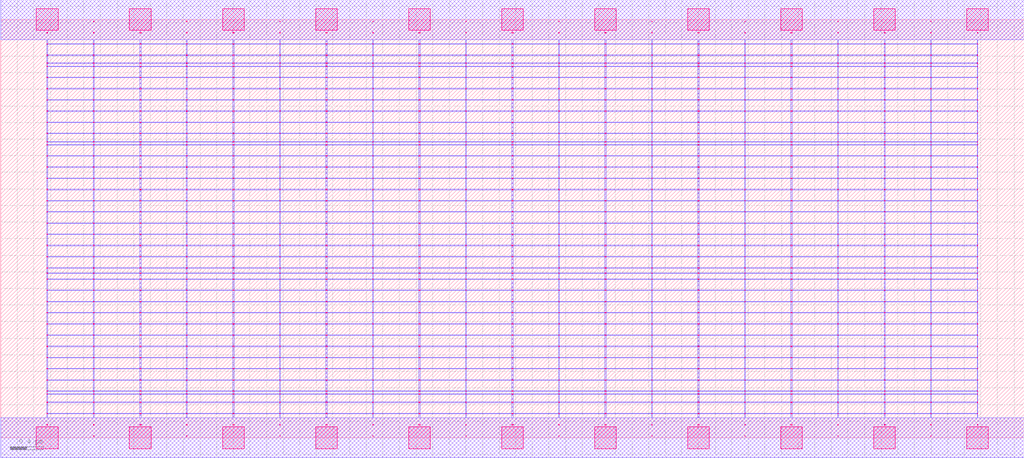
<source format=lef>
MACRO AAOOAAOI2223_DEBUG
 CLASS CORE ;
 FOREIGN AAOOAAOI2223_DEBUG 0 0 ;
 SIZE 12.32 BY 5.04 ;
 ORIGIN 0 0 ;
 SYMMETRY X Y R90 ;
 SITE unit ;

 OBS
    LAYER polycont ;
     RECT 6.15100000 2.58300000 6.16900000 2.59100000 ;
     RECT 6.15100000 2.71800000 6.16900000 2.72600000 ;
     RECT 6.15100000 2.85300000 6.16900000 2.86100000 ;
     RECT 6.15100000 2.98800000 6.16900000 2.99600000 ;
     RECT 8.39100000 2.58300000 8.40900000 2.59100000 ;
     RECT 8.95600000 2.58300000 8.96400000 2.59100000 ;
     RECT 9.51100000 2.58300000 9.52900000 2.59100000 ;
     RECT 10.07600000 2.58300000 10.08400000 2.59100000 ;
     RECT 10.63600000 2.58300000 10.64900000 2.59100000 ;
     RECT 11.19600000 2.58300000 11.20400000 2.59100000 ;
     RECT 11.75600000 2.58300000 11.76400000 2.59100000 ;
     RECT 6.71600000 2.58300000 6.72400000 2.59100000 ;
     RECT 6.71600000 2.71800000 6.72400000 2.72600000 ;
     RECT 7.27100000 2.71800000 7.28900000 2.72600000 ;
     RECT 7.83600000 2.71800000 7.84400000 2.72600000 ;
     RECT 8.39100000 2.71800000 8.40900000 2.72600000 ;
     RECT 8.95600000 2.71800000 8.96400000 2.72600000 ;
     RECT 9.51100000 2.71800000 9.52900000 2.72600000 ;
     RECT 10.07600000 2.71800000 10.08400000 2.72600000 ;
     RECT 10.63600000 2.71800000 10.64900000 2.72600000 ;
     RECT 11.19600000 2.71800000 11.20400000 2.72600000 ;
     RECT 11.75600000 2.71800000 11.76400000 2.72600000 ;
     RECT 7.27100000 2.58300000 7.28900000 2.59100000 ;
     RECT 6.71600000 2.85300000 6.72400000 2.86100000 ;
     RECT 7.27100000 2.85300000 7.28900000 2.86100000 ;
     RECT 7.83600000 2.85300000 7.84400000 2.86100000 ;
     RECT 8.39100000 2.85300000 8.40900000 2.86100000 ;
     RECT 8.95600000 2.85300000 8.96400000 2.86100000 ;
     RECT 9.51100000 2.85300000 9.52900000 2.86100000 ;
     RECT 10.07600000 2.85300000 10.08400000 2.86100000 ;
     RECT 10.63600000 2.85300000 10.64900000 2.86100000 ;
     RECT 11.19600000 2.85300000 11.20400000 2.86100000 ;
     RECT 11.75600000 2.85300000 11.76400000 2.86100000 ;
     RECT 7.83600000 2.58300000 7.84400000 2.59100000 ;
     RECT 6.71600000 2.98800000 6.72400000 2.99600000 ;
     RECT 7.27100000 2.98800000 7.28900000 2.99600000 ;
     RECT 7.83600000 2.98800000 7.84400000 2.99600000 ;
     RECT 8.39100000 2.98800000 8.40900000 2.99600000 ;
     RECT 8.95600000 2.98800000 8.96400000 2.99600000 ;
     RECT 9.51100000 2.98800000 9.52900000 2.99600000 ;
     RECT 10.07600000 2.98800000 10.08400000 2.99600000 ;
     RECT 10.63600000 2.98800000 10.64900000 2.99600000 ;
     RECT 11.19600000 2.98800000 11.20400000 2.99600000 ;
     RECT 11.75600000 2.98800000 11.76400000 2.99600000 ;
     RECT 11.19600000 3.12300000 11.20400000 3.13100000 ;
     RECT 11.75600000 3.12300000 11.76400000 3.13100000 ;
     RECT 11.19600000 3.25800000 11.20400000 3.26600000 ;
     RECT 11.75600000 3.25800000 11.76400000 3.26600000 ;
     RECT 11.19600000 3.39300000 11.20400000 3.40100000 ;
     RECT 11.75600000 3.39300000 11.76400000 3.40100000 ;
     RECT 11.19600000 3.52800000 11.20400000 3.53600000 ;
     RECT 11.75600000 3.52800000 11.76400000 3.53600000 ;
     RECT 11.19600000 3.56100000 11.20400000 3.56900000 ;
     RECT 11.75600000 3.56100000 11.76400000 3.56900000 ;
     RECT 11.19600000 3.66300000 11.20400000 3.67100000 ;
     RECT 11.75600000 3.66300000 11.76400000 3.67100000 ;
     RECT 11.19600000 3.79800000 11.20400000 3.80600000 ;
     RECT 11.75600000 3.79800000 11.76400000 3.80600000 ;
     RECT 11.19600000 3.93300000 11.20400000 3.94100000 ;
     RECT 11.75600000 3.93300000 11.76400000 3.94100000 ;
     RECT 11.19600000 4.06800000 11.20400000 4.07600000 ;
     RECT 11.75600000 4.06800000 11.76400000 4.07600000 ;
     RECT 11.19600000 4.20300000 11.20400000 4.21100000 ;
     RECT 11.75600000 4.20300000 11.76400000 4.21100000 ;
     RECT 11.19600000 4.33800000 11.20400000 4.34600000 ;
     RECT 11.75600000 4.33800000 11.76400000 4.34600000 ;
     RECT 11.19600000 4.47300000 11.20400000 4.48100000 ;
     RECT 11.75600000 4.47300000 11.76400000 4.48100000 ;
     RECT 11.19600000 4.51100000 11.20400000 4.51900000 ;
     RECT 11.75600000 4.51100000 11.76400000 4.51900000 ;
     RECT 11.19600000 4.60800000 11.20400000 4.61600000 ;
     RECT 11.75600000 4.60800000 11.76400000 4.61600000 ;
     RECT 11.19600000 4.74300000 11.20400000 4.75100000 ;
     RECT 11.75600000 4.74300000 11.76400000 4.75100000 ;
     RECT 11.19600000 4.87800000 11.20400000 4.88600000 ;
     RECT 11.75600000 4.87800000 11.76400000 4.88600000 ;
     RECT 3.91100000 2.58300000 3.92900000 2.59100000 ;
     RECT 4.47600000 2.58300000 4.48400000 2.59100000 ;
     RECT 5.03100000 2.58300000 5.04900000 2.59100000 ;
     RECT 5.59600000 2.58300000 5.60400000 2.59100000 ;
     RECT 0.55100000 2.58300000 0.56400000 2.59100000 ;
     RECT 0.55100000 2.71800000 0.56400000 2.72600000 ;
     RECT 0.55100000 2.85300000 0.56400000 2.86100000 ;
     RECT 1.11600000 2.85300000 1.12400000 2.86100000 ;
     RECT 1.67100000 2.85300000 1.68900000 2.86100000 ;
     RECT 2.23600000 2.85300000 2.24400000 2.86100000 ;
     RECT 2.79100000 2.85300000 2.80900000 2.86100000 ;
     RECT 3.35600000 2.85300000 3.36400000 2.86100000 ;
     RECT 3.91100000 2.85300000 3.92900000 2.86100000 ;
     RECT 4.47600000 2.85300000 4.48400000 2.86100000 ;
     RECT 5.03100000 2.85300000 5.04900000 2.86100000 ;
     RECT 5.59600000 2.85300000 5.60400000 2.86100000 ;
     RECT 1.11600000 2.71800000 1.12400000 2.72600000 ;
     RECT 1.67100000 2.71800000 1.68900000 2.72600000 ;
     RECT 2.23600000 2.71800000 2.24400000 2.72600000 ;
     RECT 2.79100000 2.71800000 2.80900000 2.72600000 ;
     RECT 3.35600000 2.71800000 3.36400000 2.72600000 ;
     RECT 3.91100000 2.71800000 3.92900000 2.72600000 ;
     RECT 4.47600000 2.71800000 4.48400000 2.72600000 ;
     RECT 5.03100000 2.71800000 5.04900000 2.72600000 ;
     RECT 5.59600000 2.71800000 5.60400000 2.72600000 ;
     RECT 1.11600000 2.58300000 1.12400000 2.59100000 ;
     RECT 1.67100000 2.58300000 1.68900000 2.59100000 ;
     RECT 0.55100000 2.98800000 0.56400000 2.99600000 ;
     RECT 1.11600000 2.98800000 1.12400000 2.99600000 ;
     RECT 1.67100000 2.98800000 1.68900000 2.99600000 ;
     RECT 2.23600000 2.98800000 2.24400000 2.99600000 ;
     RECT 2.79100000 2.98800000 2.80900000 2.99600000 ;
     RECT 3.35600000 2.98800000 3.36400000 2.99600000 ;
     RECT 3.91100000 2.98800000 3.92900000 2.99600000 ;
     RECT 4.47600000 2.98800000 4.48400000 2.99600000 ;
     RECT 5.03100000 2.98800000 5.04900000 2.99600000 ;
     RECT 5.59600000 2.98800000 5.60400000 2.99600000 ;
     RECT 2.23600000 2.58300000 2.24400000 2.59100000 ;
     RECT 2.79100000 2.58300000 2.80900000 2.59100000 ;
     RECT 3.35600000 2.58300000 3.36400000 2.59100000 ;
     RECT 7.83600000 2.04300000 7.84400000 2.05100000 ;
     RECT 7.83600000 2.17800000 7.84400000 2.18600000 ;
     RECT 7.83600000 2.31300000 7.84400000 2.32100000 ;
     RECT 7.83600000 2.44800000 7.84400000 2.45600000 ;
     RECT 7.83600000 0.15300000 7.84400000 0.16100000 ;
     RECT 7.83600000 0.28800000 7.84400000 0.29600000 ;
     RECT 7.83600000 0.42300000 7.84400000 0.43100000 ;
     RECT 7.83600000 0.52100000 7.84400000 0.52900000 ;
     RECT 7.83600000 0.55800000 7.84400000 0.56600000 ;
     RECT 7.83600000 0.69300000 7.84400000 0.70100000 ;
     RECT 7.83600000 0.82800000 7.84400000 0.83600000 ;
     RECT 7.83600000 0.96300000 7.84400000 0.97100000 ;
     RECT 7.83600000 1.09800000 7.84400000 1.10600000 ;
     RECT 7.83600000 1.23300000 7.84400000 1.24100000 ;
     RECT 7.83600000 1.36800000 7.84400000 1.37600000 ;
     RECT 7.83600000 1.50300000 7.84400000 1.51100000 ;
     RECT 7.83600000 1.63800000 7.84400000 1.64600000 ;
     RECT 7.83600000 1.77300000 7.84400000 1.78100000 ;
     RECT 7.83600000 1.90800000 7.84400000 1.91600000 ;
     RECT 7.83600000 1.98100000 7.84400000 1.98900000 ;

    LAYER pdiffc ;
     RECT 0.55100000 3.39300000 0.55900000 3.40100000 ;
     RECT 10.64100000 3.39300000 10.64900000 3.40100000 ;
     RECT 0.55100000 3.52800000 0.55900000 3.53600000 ;
     RECT 10.64100000 3.52800000 10.64900000 3.53600000 ;
     RECT 0.55100000 3.56100000 0.55900000 3.56900000 ;
     RECT 10.64100000 3.56100000 10.64900000 3.56900000 ;
     RECT 0.55100000 3.66300000 0.55900000 3.67100000 ;
     RECT 10.64100000 3.66300000 10.64900000 3.67100000 ;
     RECT 0.55100000 3.79800000 0.55900000 3.80600000 ;
     RECT 10.64100000 3.79800000 10.64900000 3.80600000 ;
     RECT 0.55100000 3.93300000 0.55900000 3.94100000 ;
     RECT 10.64100000 3.93300000 10.64900000 3.94100000 ;
     RECT 0.55100000 4.06800000 0.55900000 4.07600000 ;
     RECT 10.64100000 4.06800000 10.64900000 4.07600000 ;
     RECT 0.55100000 4.20300000 0.55900000 4.21100000 ;
     RECT 10.64100000 4.20300000 10.64900000 4.21100000 ;
     RECT 0.55100000 4.33800000 0.55900000 4.34600000 ;
     RECT 10.64100000 4.33800000 10.64900000 4.34600000 ;
     RECT 0.55100000 4.47300000 0.55900000 4.48100000 ;
     RECT 10.64100000 4.47300000 10.64900000 4.48100000 ;
     RECT 0.55100000 4.51100000 0.55900000 4.51900000 ;
     RECT 10.64100000 4.51100000 10.64900000 4.51900000 ;
     RECT 0.55100000 4.60800000 0.55900000 4.61600000 ;
     RECT 10.64100000 4.60800000 10.64900000 4.61600000 ;

    LAYER ndiffc ;
     RECT 6.15100000 0.42300000 6.16900000 0.43100000 ;
     RECT 6.15100000 0.52100000 6.16900000 0.52900000 ;
     RECT 6.15100000 0.55800000 6.16900000 0.56600000 ;
     RECT 6.15100000 0.69300000 6.16900000 0.70100000 ;
     RECT 6.15100000 0.82800000 6.16900000 0.83600000 ;
     RECT 6.15100000 0.96300000 6.16900000 0.97100000 ;
     RECT 6.15100000 1.09800000 6.16900000 1.10600000 ;
     RECT 6.15100000 1.23300000 6.16900000 1.24100000 ;
     RECT 6.15100000 1.36800000 6.16900000 1.37600000 ;
     RECT 6.15100000 1.50300000 6.16900000 1.51100000 ;
     RECT 6.15100000 1.63800000 6.16900000 1.64600000 ;
     RECT 6.15100000 1.77300000 6.16900000 1.78100000 ;
     RECT 6.15100000 1.90800000 6.16900000 1.91600000 ;
     RECT 6.15100000 1.98100000 6.16900000 1.98900000 ;
     RECT 6.15100000 2.04300000 6.16900000 2.05100000 ;
     RECT 9.51100000 0.55800000 9.52900000 0.56600000 ;
     RECT 10.63600000 0.55800000 10.64900000 0.56600000 ;
     RECT 11.75600000 0.55800000 11.76400000 0.56600000 ;
     RECT 9.51100000 0.42300000 9.52900000 0.43100000 ;
     RECT 7.27100000 0.69300000 7.28900000 0.70100000 ;
     RECT 8.39100000 0.69300000 8.40900000 0.70100000 ;
     RECT 9.51100000 0.69300000 9.52900000 0.70100000 ;
     RECT 10.63600000 0.69300000 10.64900000 0.70100000 ;
     RECT 11.75600000 0.69300000 11.76400000 0.70100000 ;
     RECT 10.63600000 0.42300000 10.64900000 0.43100000 ;
     RECT 7.27100000 0.82800000 7.28900000 0.83600000 ;
     RECT 8.39100000 0.82800000 8.40900000 0.83600000 ;
     RECT 9.51100000 0.82800000 9.52900000 0.83600000 ;
     RECT 10.63600000 0.82800000 10.64900000 0.83600000 ;
     RECT 11.75600000 0.82800000 11.76400000 0.83600000 ;
     RECT 11.75600000 0.42300000 11.76400000 0.43100000 ;
     RECT 7.27100000 0.96300000 7.28900000 0.97100000 ;
     RECT 8.39100000 0.96300000 8.40900000 0.97100000 ;
     RECT 9.51100000 0.96300000 9.52900000 0.97100000 ;
     RECT 10.63600000 0.96300000 10.64900000 0.97100000 ;
     RECT 11.75600000 0.96300000 11.76400000 0.97100000 ;
     RECT 7.27100000 0.42300000 7.28900000 0.43100000 ;
     RECT 7.27100000 1.09800000 7.28900000 1.10600000 ;
     RECT 8.39100000 1.09800000 8.40900000 1.10600000 ;
     RECT 9.51100000 1.09800000 9.52900000 1.10600000 ;
     RECT 10.63600000 1.09800000 10.64900000 1.10600000 ;
     RECT 11.75600000 1.09800000 11.76400000 1.10600000 ;
     RECT 7.27100000 0.52100000 7.28900000 0.52900000 ;
     RECT 7.27100000 1.23300000 7.28900000 1.24100000 ;
     RECT 8.39100000 1.23300000 8.40900000 1.24100000 ;
     RECT 9.51100000 1.23300000 9.52900000 1.24100000 ;
     RECT 10.63600000 1.23300000 10.64900000 1.24100000 ;
     RECT 11.75600000 1.23300000 11.76400000 1.24100000 ;
     RECT 8.39100000 0.52100000 8.40900000 0.52900000 ;
     RECT 7.27100000 1.36800000 7.28900000 1.37600000 ;
     RECT 8.39100000 1.36800000 8.40900000 1.37600000 ;
     RECT 9.51100000 1.36800000 9.52900000 1.37600000 ;
     RECT 10.63600000 1.36800000 10.64900000 1.37600000 ;
     RECT 11.75600000 1.36800000 11.76400000 1.37600000 ;
     RECT 9.51100000 0.52100000 9.52900000 0.52900000 ;
     RECT 7.27100000 1.50300000 7.28900000 1.51100000 ;
     RECT 8.39100000 1.50300000 8.40900000 1.51100000 ;
     RECT 9.51100000 1.50300000 9.52900000 1.51100000 ;
     RECT 10.63600000 1.50300000 10.64900000 1.51100000 ;
     RECT 11.75600000 1.50300000 11.76400000 1.51100000 ;
     RECT 10.63600000 0.52100000 10.64900000 0.52900000 ;
     RECT 7.27100000 1.63800000 7.28900000 1.64600000 ;
     RECT 8.39100000 1.63800000 8.40900000 1.64600000 ;
     RECT 9.51100000 1.63800000 9.52900000 1.64600000 ;
     RECT 10.63600000 1.63800000 10.64900000 1.64600000 ;
     RECT 11.75600000 1.63800000 11.76400000 1.64600000 ;
     RECT 11.75600000 0.52100000 11.76400000 0.52900000 ;
     RECT 7.27100000 1.77300000 7.28900000 1.78100000 ;
     RECT 8.39100000 1.77300000 8.40900000 1.78100000 ;
     RECT 9.51100000 1.77300000 9.52900000 1.78100000 ;
     RECT 10.63600000 1.77300000 10.64900000 1.78100000 ;
     RECT 11.75600000 1.77300000 11.76400000 1.78100000 ;
     RECT 8.39100000 0.42300000 8.40900000 0.43100000 ;
     RECT 7.27100000 1.90800000 7.28900000 1.91600000 ;
     RECT 8.39100000 1.90800000 8.40900000 1.91600000 ;
     RECT 9.51100000 1.90800000 9.52900000 1.91600000 ;
     RECT 10.63600000 1.90800000 10.64900000 1.91600000 ;
     RECT 11.75600000 1.90800000 11.76400000 1.91600000 ;
     RECT 7.27100000 0.55800000 7.28900000 0.56600000 ;
     RECT 7.27100000 1.98100000 7.28900000 1.98900000 ;
     RECT 8.39100000 1.98100000 8.40900000 1.98900000 ;
     RECT 9.51100000 1.98100000 9.52900000 1.98900000 ;
     RECT 10.63600000 1.98100000 10.64900000 1.98900000 ;
     RECT 11.75600000 1.98100000 11.76400000 1.98900000 ;
     RECT 8.39100000 0.55800000 8.40900000 0.56600000 ;
     RECT 7.27100000 2.04300000 7.28900000 2.05100000 ;
     RECT 8.39100000 2.04300000 8.40900000 2.05100000 ;
     RECT 9.51100000 2.04300000 9.52900000 2.05100000 ;
     RECT 10.63600000 2.04300000 10.64900000 2.05100000 ;
     RECT 11.75600000 2.04300000 11.76400000 2.05100000 ;
     RECT 2.79100000 1.36800000 2.80900000 1.37600000 ;
     RECT 3.91100000 1.36800000 3.92900000 1.37600000 ;
     RECT 5.03100000 1.36800000 5.04900000 1.37600000 ;
     RECT 5.03100000 0.82800000 5.04900000 0.83600000 ;
     RECT 2.79100000 0.55800000 2.80900000 0.56600000 ;
     RECT 3.91100000 0.55800000 3.92900000 0.56600000 ;
     RECT 5.03100000 0.55800000 5.04900000 0.56600000 ;
     RECT 1.67100000 0.52100000 1.68900000 0.52900000 ;
     RECT 2.79100000 0.52100000 2.80900000 0.52900000 ;
     RECT 0.55100000 1.50300000 0.56400000 1.51100000 ;
     RECT 1.67100000 1.50300000 1.68900000 1.51100000 ;
     RECT 2.79100000 1.50300000 2.80900000 1.51100000 ;
     RECT 3.91100000 1.50300000 3.92900000 1.51100000 ;
     RECT 5.03100000 1.50300000 5.04900000 1.51100000 ;
     RECT 3.91100000 0.52100000 3.92900000 0.52900000 ;
     RECT 0.55100000 0.96300000 0.56400000 0.97100000 ;
     RECT 1.67100000 0.96300000 1.68900000 0.97100000 ;
     RECT 2.79100000 0.96300000 2.80900000 0.97100000 ;
     RECT 3.91100000 0.96300000 3.92900000 0.97100000 ;
     RECT 5.03100000 0.96300000 5.04900000 0.97100000 ;
     RECT 0.55100000 1.63800000 0.56400000 1.64600000 ;
     RECT 1.67100000 1.63800000 1.68900000 1.64600000 ;
     RECT 2.79100000 1.63800000 2.80900000 1.64600000 ;
     RECT 3.91100000 1.63800000 3.92900000 1.64600000 ;
     RECT 5.03100000 1.63800000 5.04900000 1.64600000 ;
     RECT 5.03100000 0.52100000 5.04900000 0.52900000 ;
     RECT 1.67100000 0.42300000 1.68900000 0.43100000 ;
     RECT 2.79100000 0.42300000 2.80900000 0.43100000 ;
     RECT 0.55100000 0.69300000 0.56400000 0.70100000 ;
     RECT 1.67100000 0.69300000 1.68900000 0.70100000 ;
     RECT 2.79100000 0.69300000 2.80900000 0.70100000 ;
     RECT 0.55100000 1.77300000 0.56400000 1.78100000 ;
     RECT 1.67100000 1.77300000 1.68900000 1.78100000 ;
     RECT 2.79100000 1.77300000 2.80900000 1.78100000 ;
     RECT 3.91100000 1.77300000 3.92900000 1.78100000 ;
     RECT 5.03100000 1.77300000 5.04900000 1.78100000 ;
     RECT 0.55100000 1.09800000 0.56400000 1.10600000 ;
     RECT 1.67100000 1.09800000 1.68900000 1.10600000 ;
     RECT 2.79100000 1.09800000 2.80900000 1.10600000 ;
     RECT 3.91100000 1.09800000 3.92900000 1.10600000 ;
     RECT 5.03100000 1.09800000 5.04900000 1.10600000 ;
     RECT 3.91100000 0.69300000 3.92900000 0.70100000 ;
     RECT 0.55100000 1.90800000 0.56400000 1.91600000 ;
     RECT 1.67100000 1.90800000 1.68900000 1.91600000 ;
     RECT 2.79100000 1.90800000 2.80900000 1.91600000 ;
     RECT 3.91100000 1.90800000 3.92900000 1.91600000 ;
     RECT 5.03100000 1.90800000 5.04900000 1.91600000 ;
     RECT 5.03100000 0.69300000 5.04900000 0.70100000 ;
     RECT 3.91100000 0.42300000 3.92900000 0.43100000 ;
     RECT 5.03100000 0.42300000 5.04900000 0.43100000 ;
     RECT 0.55100000 0.42300000 0.56400000 0.43100000 ;
     RECT 0.55100000 0.52100000 0.56400000 0.52900000 ;
     RECT 0.55100000 1.23300000 0.56400000 1.24100000 ;
     RECT 0.55100000 1.98100000 0.56400000 1.98900000 ;
     RECT 1.67100000 1.98100000 1.68900000 1.98900000 ;
     RECT 2.79100000 1.98100000 2.80900000 1.98900000 ;
     RECT 3.91100000 1.98100000 3.92900000 1.98900000 ;
     RECT 5.03100000 1.98100000 5.04900000 1.98900000 ;
     RECT 1.67100000 1.23300000 1.68900000 1.24100000 ;
     RECT 2.79100000 1.23300000 2.80900000 1.24100000 ;
     RECT 3.91100000 1.23300000 3.92900000 1.24100000 ;
     RECT 5.03100000 1.23300000 5.04900000 1.24100000 ;
     RECT 0.55100000 0.55800000 0.56400000 0.56600000 ;
     RECT 1.67100000 0.55800000 1.68900000 0.56600000 ;
     RECT 0.55100000 2.04300000 0.56400000 2.05100000 ;
     RECT 1.67100000 2.04300000 1.68900000 2.05100000 ;
     RECT 2.79100000 2.04300000 2.80900000 2.05100000 ;
     RECT 3.91100000 2.04300000 3.92900000 2.05100000 ;
     RECT 5.03100000 2.04300000 5.04900000 2.05100000 ;
     RECT 0.55100000 0.82800000 0.56400000 0.83600000 ;
     RECT 1.67100000 0.82800000 1.68900000 0.83600000 ;
     RECT 2.79100000 0.82800000 2.80900000 0.83600000 ;
     RECT 3.91100000 0.82800000 3.92900000 0.83600000 ;
     RECT 0.55100000 1.36800000 0.56400000 1.37600000 ;
     RECT 1.67100000 1.36800000 1.68900000 1.37600000 ;

    LAYER met1 ;
     RECT 0.00000000 -0.24000000 12.32000000 0.24000000 ;
     RECT 6.15100000 0.24000000 6.16900000 0.28800000 ;
     RECT 0.55100000 0.28800000 11.76400000 0.29600000 ;
     RECT 6.15100000 0.29600000 6.16900000 0.42300000 ;
     RECT 0.55100000 0.42300000 11.76400000 0.43100000 ;
     RECT 6.15100000 0.43100000 6.16900000 0.52100000 ;
     RECT 0.55100000 0.52100000 11.76400000 0.52900000 ;
     RECT 6.15100000 0.52900000 6.16900000 0.55800000 ;
     RECT 0.55100000 0.55800000 11.76400000 0.56600000 ;
     RECT 6.15100000 0.56600000 6.16900000 0.69300000 ;
     RECT 0.55100000 0.69300000 11.76400000 0.70100000 ;
     RECT 6.15100000 0.70100000 6.16900000 0.82800000 ;
     RECT 0.55100000 0.82800000 11.76400000 0.83600000 ;
     RECT 6.15100000 0.83600000 6.16900000 0.96300000 ;
     RECT 0.55100000 0.96300000 11.76400000 0.97100000 ;
     RECT 6.15100000 0.97100000 6.16900000 1.09800000 ;
     RECT 0.55100000 1.09800000 11.76400000 1.10600000 ;
     RECT 6.15100000 1.10600000 6.16900000 1.23300000 ;
     RECT 0.55100000 1.23300000 11.76400000 1.24100000 ;
     RECT 6.15100000 1.24100000 6.16900000 1.36800000 ;
     RECT 0.55100000 1.36800000 11.76400000 1.37600000 ;
     RECT 6.15100000 1.37600000 6.16900000 1.50300000 ;
     RECT 0.55100000 1.50300000 11.76400000 1.51100000 ;
     RECT 6.15100000 1.51100000 6.16900000 1.63800000 ;
     RECT 0.55100000 1.63800000 11.76400000 1.64600000 ;
     RECT 6.15100000 1.64600000 6.16900000 1.77300000 ;
     RECT 0.55100000 1.77300000 11.76400000 1.78100000 ;
     RECT 6.15100000 1.78100000 6.16900000 1.90800000 ;
     RECT 0.55100000 1.90800000 11.76400000 1.91600000 ;
     RECT 6.15100000 1.91600000 6.16900000 1.98100000 ;
     RECT 0.55100000 1.98100000 11.76400000 1.98900000 ;
     RECT 6.15100000 1.98900000 6.16900000 2.04300000 ;
     RECT 0.55100000 2.04300000 11.76400000 2.05100000 ;
     RECT 6.15100000 2.05100000 6.16900000 2.17800000 ;
     RECT 0.55100000 2.17800000 11.76400000 2.18600000 ;
     RECT 6.15100000 2.18600000 6.16900000 2.31300000 ;
     RECT 0.55100000 2.31300000 11.76400000 2.32100000 ;
     RECT 6.15100000 2.32100000 6.16900000 2.44800000 ;
     RECT 0.55100000 2.44800000 11.76400000 2.45600000 ;
     RECT 0.55100000 2.45600000 0.56400000 2.58300000 ;
     RECT 1.11600000 2.45600000 1.12400000 2.58300000 ;
     RECT 1.67100000 2.45600000 1.68900000 2.58300000 ;
     RECT 2.23600000 2.45600000 2.24400000 2.58300000 ;
     RECT 2.79100000 2.45600000 2.80900000 2.58300000 ;
     RECT 3.35600000 2.45600000 3.36400000 2.58300000 ;
     RECT 3.91100000 2.45600000 3.92900000 2.58300000 ;
     RECT 4.47600000 2.45600000 4.48400000 2.58300000 ;
     RECT 5.03100000 2.45600000 5.04900000 2.58300000 ;
     RECT 5.59600000 2.45600000 5.60400000 2.58300000 ;
     RECT 6.15100000 2.45600000 6.16900000 2.58300000 ;
     RECT 6.71600000 2.45600000 6.72400000 2.58300000 ;
     RECT 7.27100000 2.45600000 7.28900000 2.58300000 ;
     RECT 7.83600000 2.45600000 7.84400000 2.58300000 ;
     RECT 8.39100000 2.45600000 8.40900000 2.58300000 ;
     RECT 8.95600000 2.45600000 8.96400000 2.58300000 ;
     RECT 9.51100000 2.45600000 9.52900000 2.58300000 ;
     RECT 10.07600000 2.45600000 10.08400000 2.58300000 ;
     RECT 10.63600000 2.45600000 10.64900000 2.58300000 ;
     RECT 11.19600000 2.45600000 11.20400000 2.58300000 ;
     RECT 11.75600000 2.45600000 11.76400000 2.58300000 ;
     RECT 0.55100000 2.58300000 11.76400000 2.59100000 ;
     RECT 6.15100000 2.59100000 6.16900000 2.71800000 ;
     RECT 0.55100000 2.71800000 11.76400000 2.72600000 ;
     RECT 6.15100000 2.72600000 6.16900000 2.85300000 ;
     RECT 0.55100000 2.85300000 11.76400000 2.86100000 ;
     RECT 6.15100000 2.86100000 6.16900000 2.98800000 ;
     RECT 0.55100000 2.98800000 11.76400000 2.99600000 ;
     RECT 6.15100000 2.99600000 6.16900000 3.12300000 ;
     RECT 0.55100000 3.12300000 11.76400000 3.13100000 ;
     RECT 6.15100000 3.13100000 6.16900000 3.25800000 ;
     RECT 0.55100000 3.25800000 11.76400000 3.26600000 ;
     RECT 6.15100000 3.26600000 6.16900000 3.39300000 ;
     RECT 0.55100000 3.39300000 11.76400000 3.40100000 ;
     RECT 6.15100000 3.40100000 6.16900000 3.52800000 ;
     RECT 0.55100000 3.52800000 11.76400000 3.53600000 ;
     RECT 6.15100000 3.53600000 6.16900000 3.56100000 ;
     RECT 0.55100000 3.56100000 11.76400000 3.56900000 ;
     RECT 6.15100000 3.56900000 6.16900000 3.66300000 ;
     RECT 0.55100000 3.66300000 11.76400000 3.67100000 ;
     RECT 6.15100000 3.67100000 6.16900000 3.79800000 ;
     RECT 0.55100000 3.79800000 11.76400000 3.80600000 ;
     RECT 6.15100000 3.80600000 6.16900000 3.93300000 ;
     RECT 0.55100000 3.93300000 11.76400000 3.94100000 ;
     RECT 6.15100000 3.94100000 6.16900000 4.06800000 ;
     RECT 0.55100000 4.06800000 11.76400000 4.07600000 ;
     RECT 6.15100000 4.07600000 6.16900000 4.20300000 ;
     RECT 0.55100000 4.20300000 11.76400000 4.21100000 ;
     RECT 6.15100000 4.21100000 6.16900000 4.33800000 ;
     RECT 0.55100000 4.33800000 11.76400000 4.34600000 ;
     RECT 6.15100000 4.34600000 6.16900000 4.47300000 ;
     RECT 0.55100000 4.47300000 11.76400000 4.48100000 ;
     RECT 6.15100000 4.48100000 6.16900000 4.51100000 ;
     RECT 0.55100000 4.51100000 11.76400000 4.51900000 ;
     RECT 6.15100000 4.51900000 6.16900000 4.60800000 ;
     RECT 0.55100000 4.60800000 11.76400000 4.61600000 ;
     RECT 6.15100000 4.61600000 6.16900000 4.74300000 ;
     RECT 0.55100000 4.74300000 11.76400000 4.75100000 ;
     RECT 6.15100000 4.75100000 6.16900000 4.80000000 ;
     RECT 0.00000000 4.80000000 12.32000000 5.28000000 ;
     RECT 6.71600000 3.80600000 6.72400000 3.93300000 ;
     RECT 7.27100000 3.80600000 7.28900000 3.93300000 ;
     RECT 7.83600000 3.80600000 7.84400000 3.93300000 ;
     RECT 8.39100000 3.80600000 8.40900000 3.93300000 ;
     RECT 8.95600000 3.80600000 8.96400000 3.93300000 ;
     RECT 9.51100000 3.80600000 9.52900000 3.93300000 ;
     RECT 10.07600000 3.80600000 10.08400000 3.93300000 ;
     RECT 10.63600000 3.80600000 10.64900000 3.93300000 ;
     RECT 11.19600000 3.80600000 11.20400000 3.93300000 ;
     RECT 11.75600000 3.80600000 11.76400000 3.93300000 ;
     RECT 9.51100000 3.94100000 9.52900000 4.06800000 ;
     RECT 10.07600000 3.94100000 10.08400000 4.06800000 ;
     RECT 10.63600000 3.94100000 10.64900000 4.06800000 ;
     RECT 11.19600000 3.94100000 11.20400000 4.06800000 ;
     RECT 11.75600000 3.94100000 11.76400000 4.06800000 ;
     RECT 9.51100000 4.07600000 9.52900000 4.20300000 ;
     RECT 10.07600000 4.07600000 10.08400000 4.20300000 ;
     RECT 10.63600000 4.07600000 10.64900000 4.20300000 ;
     RECT 11.19600000 4.07600000 11.20400000 4.20300000 ;
     RECT 11.75600000 4.07600000 11.76400000 4.20300000 ;
     RECT 9.51100000 4.21100000 9.52900000 4.33800000 ;
     RECT 10.07600000 4.21100000 10.08400000 4.33800000 ;
     RECT 10.63600000 4.21100000 10.64900000 4.33800000 ;
     RECT 11.19600000 4.21100000 11.20400000 4.33800000 ;
     RECT 11.75600000 4.21100000 11.76400000 4.33800000 ;
     RECT 9.51100000 4.34600000 9.52900000 4.47300000 ;
     RECT 10.07600000 4.34600000 10.08400000 4.47300000 ;
     RECT 10.63600000 4.34600000 10.64900000 4.47300000 ;
     RECT 11.19600000 4.34600000 11.20400000 4.47300000 ;
     RECT 11.75600000 4.34600000 11.76400000 4.47300000 ;
     RECT 9.51100000 4.48100000 9.52900000 4.51100000 ;
     RECT 10.07600000 4.48100000 10.08400000 4.51100000 ;
     RECT 10.63600000 4.48100000 10.64900000 4.51100000 ;
     RECT 11.19600000 4.48100000 11.20400000 4.51100000 ;
     RECT 11.75600000 4.48100000 11.76400000 4.51100000 ;
     RECT 9.51100000 4.51900000 9.52900000 4.60800000 ;
     RECT 10.07600000 4.51900000 10.08400000 4.60800000 ;
     RECT 10.63600000 4.51900000 10.64900000 4.60800000 ;
     RECT 11.19600000 4.51900000 11.20400000 4.60800000 ;
     RECT 11.75600000 4.51900000 11.76400000 4.60800000 ;
     RECT 9.51100000 4.61600000 9.52900000 4.74300000 ;
     RECT 10.07600000 4.61600000 10.08400000 4.74300000 ;
     RECT 10.63600000 4.61600000 10.64900000 4.74300000 ;
     RECT 11.19600000 4.61600000 11.20400000 4.74300000 ;
     RECT 11.75600000 4.61600000 11.76400000 4.74300000 ;
     RECT 9.51100000 4.75100000 9.52900000 4.80000000 ;
     RECT 10.07600000 4.75100000 10.08400000 4.80000000 ;
     RECT 10.63600000 4.75100000 10.64900000 4.80000000 ;
     RECT 11.19600000 4.75100000 11.20400000 4.80000000 ;
     RECT 11.75600000 4.75100000 11.76400000 4.80000000 ;
     RECT 6.71600000 4.48100000 6.72400000 4.51100000 ;
     RECT 7.27100000 4.48100000 7.28900000 4.51100000 ;
     RECT 7.83600000 4.48100000 7.84400000 4.51100000 ;
     RECT 8.39100000 4.48100000 8.40900000 4.51100000 ;
     RECT 8.95600000 4.48100000 8.96400000 4.51100000 ;
     RECT 6.71600000 4.21100000 6.72400000 4.33800000 ;
     RECT 7.27100000 4.21100000 7.28900000 4.33800000 ;
     RECT 7.83600000 4.21100000 7.84400000 4.33800000 ;
     RECT 8.39100000 4.21100000 8.40900000 4.33800000 ;
     RECT 8.95600000 4.21100000 8.96400000 4.33800000 ;
     RECT 6.71600000 4.51900000 6.72400000 4.60800000 ;
     RECT 7.27100000 4.51900000 7.28900000 4.60800000 ;
     RECT 7.83600000 4.51900000 7.84400000 4.60800000 ;
     RECT 8.39100000 4.51900000 8.40900000 4.60800000 ;
     RECT 8.95600000 4.51900000 8.96400000 4.60800000 ;
     RECT 6.71600000 4.07600000 6.72400000 4.20300000 ;
     RECT 7.27100000 4.07600000 7.28900000 4.20300000 ;
     RECT 7.83600000 4.07600000 7.84400000 4.20300000 ;
     RECT 8.39100000 4.07600000 8.40900000 4.20300000 ;
     RECT 8.95600000 4.07600000 8.96400000 4.20300000 ;
     RECT 6.71600000 4.61600000 6.72400000 4.74300000 ;
     RECT 7.27100000 4.61600000 7.28900000 4.74300000 ;
     RECT 7.83600000 4.61600000 7.84400000 4.74300000 ;
     RECT 8.39100000 4.61600000 8.40900000 4.74300000 ;
     RECT 8.95600000 4.61600000 8.96400000 4.74300000 ;
     RECT 6.71600000 4.34600000 6.72400000 4.47300000 ;
     RECT 7.27100000 4.34600000 7.28900000 4.47300000 ;
     RECT 7.83600000 4.34600000 7.84400000 4.47300000 ;
     RECT 8.39100000 4.34600000 8.40900000 4.47300000 ;
     RECT 8.95600000 4.34600000 8.96400000 4.47300000 ;
     RECT 6.71600000 4.75100000 6.72400000 4.80000000 ;
     RECT 7.27100000 4.75100000 7.28900000 4.80000000 ;
     RECT 7.83600000 4.75100000 7.84400000 4.80000000 ;
     RECT 8.39100000 4.75100000 8.40900000 4.80000000 ;
     RECT 8.95600000 4.75100000 8.96400000 4.80000000 ;
     RECT 6.71600000 3.94100000 6.72400000 4.06800000 ;
     RECT 7.27100000 3.94100000 7.28900000 4.06800000 ;
     RECT 7.83600000 3.94100000 7.84400000 4.06800000 ;
     RECT 8.39100000 3.94100000 8.40900000 4.06800000 ;
     RECT 8.95600000 3.94100000 8.96400000 4.06800000 ;
     RECT 8.39100000 2.99600000 8.40900000 3.12300000 ;
     RECT 8.95600000 2.99600000 8.96400000 3.12300000 ;
     RECT 6.71600000 3.13100000 6.72400000 3.25800000 ;
     RECT 7.27100000 3.13100000 7.28900000 3.25800000 ;
     RECT 7.83600000 3.13100000 7.84400000 3.25800000 ;
     RECT 8.39100000 3.13100000 8.40900000 3.25800000 ;
     RECT 8.95600000 3.13100000 8.96400000 3.25800000 ;
     RECT 8.95600000 2.86100000 8.96400000 2.98800000 ;
     RECT 6.71600000 3.26600000 6.72400000 3.39300000 ;
     RECT 7.27100000 3.26600000 7.28900000 3.39300000 ;
     RECT 7.83600000 3.26600000 7.84400000 3.39300000 ;
     RECT 8.39100000 3.26600000 8.40900000 3.39300000 ;
     RECT 8.95600000 3.26600000 8.96400000 3.39300000 ;
     RECT 6.71600000 2.59100000 6.72400000 2.71800000 ;
     RECT 7.27100000 2.59100000 7.28900000 2.71800000 ;
     RECT 6.71600000 3.40100000 6.72400000 3.52800000 ;
     RECT 7.27100000 3.40100000 7.28900000 3.52800000 ;
     RECT 7.83600000 3.40100000 7.84400000 3.52800000 ;
     RECT 8.39100000 3.40100000 8.40900000 3.52800000 ;
     RECT 7.83600000 2.59100000 7.84400000 2.71800000 ;
     RECT 8.39100000 2.59100000 8.40900000 2.71800000 ;
     RECT 8.95600000 3.40100000 8.96400000 3.52800000 ;
     RECT 6.71600000 2.72600000 6.72400000 2.85300000 ;
     RECT 7.27100000 2.72600000 7.28900000 2.85300000 ;
     RECT 6.71600000 3.53600000 6.72400000 3.56100000 ;
     RECT 7.27100000 3.53600000 7.28900000 3.56100000 ;
     RECT 7.83600000 3.53600000 7.84400000 3.56100000 ;
     RECT 8.39100000 3.53600000 8.40900000 3.56100000 ;
     RECT 8.95600000 3.53600000 8.96400000 3.56100000 ;
     RECT 7.83600000 2.72600000 7.84400000 2.85300000 ;
     RECT 8.39100000 2.72600000 8.40900000 2.85300000 ;
     RECT 6.71600000 2.86100000 6.72400000 2.98800000 ;
     RECT 7.27100000 2.86100000 7.28900000 2.98800000 ;
     RECT 6.71600000 3.56900000 6.72400000 3.66300000 ;
     RECT 7.27100000 3.56900000 7.28900000 3.66300000 ;
     RECT 7.83600000 3.56900000 7.84400000 3.66300000 ;
     RECT 8.39100000 3.56900000 8.40900000 3.66300000 ;
     RECT 8.95600000 3.56900000 8.96400000 3.66300000 ;
     RECT 8.95600000 2.59100000 8.96400000 2.71800000 ;
     RECT 8.95600000 2.72600000 8.96400000 2.85300000 ;
     RECT 6.71600000 3.67100000 6.72400000 3.79800000 ;
     RECT 7.27100000 3.67100000 7.28900000 3.79800000 ;
     RECT 7.83600000 3.67100000 7.84400000 3.79800000 ;
     RECT 8.39100000 3.67100000 8.40900000 3.79800000 ;
     RECT 7.83600000 2.86100000 7.84400000 2.98800000 ;
     RECT 8.39100000 2.86100000 8.40900000 2.98800000 ;
     RECT 8.95600000 3.67100000 8.96400000 3.79800000 ;
     RECT 7.27100000 2.99600000 7.28900000 3.12300000 ;
     RECT 7.83600000 2.99600000 7.84400000 3.12300000 ;
     RECT 6.71600000 2.99600000 6.72400000 3.12300000 ;
     RECT 9.51100000 3.53600000 9.52900000 3.56100000 ;
     RECT 10.07600000 3.53600000 10.08400000 3.56100000 ;
     RECT 9.51100000 2.86100000 9.52900000 2.98800000 ;
     RECT 10.63600000 3.53600000 10.64900000 3.56100000 ;
     RECT 11.19600000 3.53600000 11.20400000 3.56100000 ;
     RECT 11.75600000 3.53600000 11.76400000 3.56100000 ;
     RECT 9.51100000 3.26600000 9.52900000 3.39300000 ;
     RECT 10.07600000 3.26600000 10.08400000 3.39300000 ;
     RECT 10.63600000 3.26600000 10.64900000 3.39300000 ;
     RECT 11.19600000 3.26600000 11.20400000 3.39300000 ;
     RECT 11.75600000 3.26600000 11.76400000 3.39300000 ;
     RECT 11.19600000 2.99600000 11.20400000 3.12300000 ;
     RECT 11.75600000 2.99600000 11.76400000 3.12300000 ;
     RECT 10.07600000 2.86100000 10.08400000 2.98800000 ;
     RECT 10.63600000 2.86100000 10.64900000 2.98800000 ;
     RECT 9.51100000 3.56900000 9.52900000 3.66300000 ;
     RECT 10.07600000 3.56900000 10.08400000 3.66300000 ;
     RECT 10.63600000 3.56900000 10.64900000 3.66300000 ;
     RECT 11.19600000 3.56900000 11.20400000 3.66300000 ;
     RECT 11.75600000 3.56900000 11.76400000 3.66300000 ;
     RECT 9.51100000 3.13100000 9.52900000 3.25800000 ;
     RECT 9.51100000 2.72600000 9.52900000 2.85300000 ;
     RECT 10.07600000 3.13100000 10.08400000 3.25800000 ;
     RECT 10.63600000 3.13100000 10.64900000 3.25800000 ;
     RECT 11.19600000 3.13100000 11.20400000 3.25800000 ;
     RECT 11.19600000 2.86100000 11.20400000 2.98800000 ;
     RECT 11.75600000 2.86100000 11.76400000 2.98800000 ;
     RECT 11.75600000 3.13100000 11.76400000 3.25800000 ;
     RECT 9.51100000 3.40100000 9.52900000 3.52800000 ;
     RECT 9.51100000 3.67100000 9.52900000 3.79800000 ;
     RECT 10.07600000 3.67100000 10.08400000 3.79800000 ;
     RECT 10.63600000 3.67100000 10.64900000 3.79800000 ;
     RECT 11.19600000 3.67100000 11.20400000 3.79800000 ;
     RECT 11.75600000 3.67100000 11.76400000 3.79800000 ;
     RECT 10.07600000 2.72600000 10.08400000 2.85300000 ;
     RECT 10.63600000 2.72600000 10.64900000 2.85300000 ;
     RECT 10.07600000 3.40100000 10.08400000 3.52800000 ;
     RECT 10.63600000 3.40100000 10.64900000 3.52800000 ;
     RECT 9.51100000 2.59100000 9.52900000 2.71800000 ;
     RECT 11.19600000 3.40100000 11.20400000 3.52800000 ;
     RECT 11.75600000 3.40100000 11.76400000 3.52800000 ;
     RECT 11.19600000 2.59100000 11.20400000 2.71800000 ;
     RECT 11.75600000 2.59100000 11.76400000 2.71800000 ;
     RECT 10.07600000 2.59100000 10.08400000 2.71800000 ;
     RECT 10.63600000 2.59100000 10.64900000 2.71800000 ;
     RECT 9.51100000 2.99600000 9.52900000 3.12300000 ;
     RECT 10.07600000 2.99600000 10.08400000 3.12300000 ;
     RECT 11.19600000 2.72600000 11.20400000 2.85300000 ;
     RECT 11.75600000 2.72600000 11.76400000 2.85300000 ;
     RECT 10.63600000 2.99600000 10.64900000 3.12300000 ;
     RECT 5.03100000 3.80600000 5.04900000 3.93300000 ;
     RECT 5.59600000 3.80600000 5.60400000 3.93300000 ;
     RECT 0.55100000 3.80600000 0.56400000 3.93300000 ;
     RECT 1.11600000 3.80600000 1.12400000 3.93300000 ;
     RECT 1.67100000 3.80600000 1.68900000 3.93300000 ;
     RECT 2.23600000 3.80600000 2.24400000 3.93300000 ;
     RECT 2.79100000 3.80600000 2.80900000 3.93300000 ;
     RECT 3.35600000 3.80600000 3.36400000 3.93300000 ;
     RECT 3.91100000 3.80600000 3.92900000 3.93300000 ;
     RECT 4.47600000 3.80600000 4.48400000 3.93300000 ;
     RECT 5.03100000 4.07600000 5.04900000 4.20300000 ;
     RECT 5.59600000 4.07600000 5.60400000 4.20300000 ;
     RECT 3.35600000 4.21100000 3.36400000 4.33800000 ;
     RECT 3.91100000 4.21100000 3.92900000 4.33800000 ;
     RECT 4.47600000 4.21100000 4.48400000 4.33800000 ;
     RECT 5.03100000 4.21100000 5.04900000 4.33800000 ;
     RECT 5.59600000 4.21100000 5.60400000 4.33800000 ;
     RECT 3.35600000 4.34600000 3.36400000 4.47300000 ;
     RECT 3.91100000 4.34600000 3.92900000 4.47300000 ;
     RECT 4.47600000 4.34600000 4.48400000 4.47300000 ;
     RECT 5.03100000 4.34600000 5.04900000 4.47300000 ;
     RECT 5.59600000 4.34600000 5.60400000 4.47300000 ;
     RECT 3.35600000 4.48100000 3.36400000 4.51100000 ;
     RECT 3.91100000 4.48100000 3.92900000 4.51100000 ;
     RECT 4.47600000 4.48100000 4.48400000 4.51100000 ;
     RECT 5.03100000 4.48100000 5.04900000 4.51100000 ;
     RECT 5.59600000 4.48100000 5.60400000 4.51100000 ;
     RECT 3.35600000 4.51900000 3.36400000 4.60800000 ;
     RECT 3.91100000 4.51900000 3.92900000 4.60800000 ;
     RECT 4.47600000 4.51900000 4.48400000 4.60800000 ;
     RECT 5.03100000 4.51900000 5.04900000 4.60800000 ;
     RECT 5.59600000 4.51900000 5.60400000 4.60800000 ;
     RECT 3.35600000 4.61600000 3.36400000 4.74300000 ;
     RECT 3.91100000 4.61600000 3.92900000 4.74300000 ;
     RECT 4.47600000 4.61600000 4.48400000 4.74300000 ;
     RECT 5.03100000 4.61600000 5.04900000 4.74300000 ;
     RECT 5.59600000 4.61600000 5.60400000 4.74300000 ;
     RECT 3.35600000 4.75100000 3.36400000 4.80000000 ;
     RECT 3.91100000 4.75100000 3.92900000 4.80000000 ;
     RECT 4.47600000 4.75100000 4.48400000 4.80000000 ;
     RECT 5.03100000 4.75100000 5.04900000 4.80000000 ;
     RECT 5.59600000 4.75100000 5.60400000 4.80000000 ;
     RECT 3.35600000 3.94100000 3.36400000 4.06800000 ;
     RECT 3.91100000 3.94100000 3.92900000 4.06800000 ;
     RECT 4.47600000 3.94100000 4.48400000 4.06800000 ;
     RECT 5.03100000 3.94100000 5.04900000 4.06800000 ;
     RECT 5.59600000 3.94100000 5.60400000 4.06800000 ;
     RECT 3.35600000 4.07600000 3.36400000 4.20300000 ;
     RECT 3.91100000 4.07600000 3.92900000 4.20300000 ;
     RECT 4.47600000 4.07600000 4.48400000 4.20300000 ;
     RECT 2.23600000 4.21100000 2.24400000 4.33800000 ;
     RECT 2.79100000 4.21100000 2.80900000 4.33800000 ;
     RECT 0.55100000 4.51900000 0.56400000 4.60800000 ;
     RECT 1.11600000 4.51900000 1.12400000 4.60800000 ;
     RECT 1.67100000 4.51900000 1.68900000 4.60800000 ;
     RECT 2.23600000 4.51900000 2.24400000 4.60800000 ;
     RECT 2.79100000 4.51900000 2.80900000 4.60800000 ;
     RECT 0.55100000 4.07600000 0.56400000 4.20300000 ;
     RECT 1.11600000 4.07600000 1.12400000 4.20300000 ;
     RECT 1.67100000 4.07600000 1.68900000 4.20300000 ;
     RECT 2.23600000 4.07600000 2.24400000 4.20300000 ;
     RECT 2.79100000 4.07600000 2.80900000 4.20300000 ;
     RECT 0.55100000 4.61600000 0.56400000 4.74300000 ;
     RECT 1.11600000 4.61600000 1.12400000 4.74300000 ;
     RECT 1.67100000 4.61600000 1.68900000 4.74300000 ;
     RECT 2.23600000 4.61600000 2.24400000 4.74300000 ;
     RECT 2.79100000 4.61600000 2.80900000 4.74300000 ;
     RECT 0.55100000 4.34600000 0.56400000 4.47300000 ;
     RECT 1.11600000 4.34600000 1.12400000 4.47300000 ;
     RECT 1.67100000 4.34600000 1.68900000 4.47300000 ;
     RECT 2.23600000 4.34600000 2.24400000 4.47300000 ;
     RECT 2.79100000 4.34600000 2.80900000 4.47300000 ;
     RECT 0.55100000 4.75100000 0.56400000 4.80000000 ;
     RECT 1.11600000 4.75100000 1.12400000 4.80000000 ;
     RECT 1.67100000 4.75100000 1.68900000 4.80000000 ;
     RECT 2.23600000 4.75100000 2.24400000 4.80000000 ;
     RECT 2.79100000 4.75100000 2.80900000 4.80000000 ;
     RECT 0.55100000 3.94100000 0.56400000 4.06800000 ;
     RECT 1.11600000 3.94100000 1.12400000 4.06800000 ;
     RECT 1.67100000 3.94100000 1.68900000 4.06800000 ;
     RECT 2.23600000 3.94100000 2.24400000 4.06800000 ;
     RECT 2.79100000 3.94100000 2.80900000 4.06800000 ;
     RECT 0.55100000 4.48100000 0.56400000 4.51100000 ;
     RECT 1.11600000 4.48100000 1.12400000 4.51100000 ;
     RECT 1.67100000 4.48100000 1.68900000 4.51100000 ;
     RECT 2.23600000 4.48100000 2.24400000 4.51100000 ;
     RECT 2.79100000 4.48100000 2.80900000 4.51100000 ;
     RECT 0.55100000 4.21100000 0.56400000 4.33800000 ;
     RECT 1.11600000 4.21100000 1.12400000 4.33800000 ;
     RECT 1.67100000 4.21100000 1.68900000 4.33800000 ;
     RECT 2.79100000 3.53600000 2.80900000 3.56100000 ;
     RECT 0.55100000 2.86100000 0.56400000 2.98800000 ;
     RECT 1.11600000 2.86100000 1.12400000 2.98800000 ;
     RECT 1.67100000 2.86100000 1.68900000 2.98800000 ;
     RECT 2.23600000 2.86100000 2.24400000 2.98800000 ;
     RECT 2.23600000 2.59100000 2.24400000 2.71800000 ;
     RECT 0.55100000 3.40100000 0.56400000 3.52800000 ;
     RECT 1.11600000 3.40100000 1.12400000 3.52800000 ;
     RECT 0.55100000 2.59100000 0.56400000 2.71800000 ;
     RECT 1.67100000 2.72600000 1.68900000 2.85300000 ;
     RECT 2.23600000 2.72600000 2.24400000 2.85300000 ;
     RECT 2.79100000 2.72600000 2.80900000 2.85300000 ;
     RECT 0.55100000 3.67100000 0.56400000 3.79800000 ;
     RECT 1.11600000 3.67100000 1.12400000 3.79800000 ;
     RECT 1.67100000 3.67100000 1.68900000 3.79800000 ;
     RECT 2.23600000 3.67100000 2.24400000 3.79800000 ;
     RECT 2.79100000 3.67100000 2.80900000 3.79800000 ;
     RECT 1.11600000 2.59100000 1.12400000 2.71800000 ;
     RECT 0.55100000 2.72600000 0.56400000 2.85300000 ;
     RECT 1.11600000 2.72600000 1.12400000 2.85300000 ;
     RECT 0.55100000 3.53600000 0.56400000 3.56100000 ;
     RECT 1.11600000 3.53600000 1.12400000 3.56100000 ;
     RECT 1.67100000 3.40100000 1.68900000 3.52800000 ;
     RECT 0.55100000 3.13100000 0.56400000 3.25800000 ;
     RECT 1.11600000 3.13100000 1.12400000 3.25800000 ;
     RECT 1.67100000 3.13100000 1.68900000 3.25800000 ;
     RECT 2.23600000 3.13100000 2.24400000 3.25800000 ;
     RECT 0.55100000 3.26600000 0.56400000 3.39300000 ;
     RECT 1.11600000 3.26600000 1.12400000 3.39300000 ;
     RECT 1.67100000 3.26600000 1.68900000 3.39300000 ;
     RECT 2.23600000 3.26600000 2.24400000 3.39300000 ;
     RECT 2.79100000 3.26600000 2.80900000 3.39300000 ;
     RECT 2.79100000 3.13100000 2.80900000 3.25800000 ;
     RECT 0.55100000 3.56900000 0.56400000 3.66300000 ;
     RECT 1.11600000 3.56900000 1.12400000 3.66300000 ;
     RECT 1.67100000 3.56900000 1.68900000 3.66300000 ;
     RECT 2.23600000 3.56900000 2.24400000 3.66300000 ;
     RECT 2.23600000 3.40100000 2.24400000 3.52800000 ;
     RECT 2.79100000 3.40100000 2.80900000 3.52800000 ;
     RECT 2.79100000 2.59100000 2.80900000 2.71800000 ;
     RECT 0.55100000 2.99600000 0.56400000 3.12300000 ;
     RECT 1.11600000 2.99600000 1.12400000 3.12300000 ;
     RECT 1.67100000 2.99600000 1.68900000 3.12300000 ;
     RECT 2.23600000 2.99600000 2.24400000 3.12300000 ;
     RECT 2.79100000 2.99600000 2.80900000 3.12300000 ;
     RECT 1.67100000 2.59100000 1.68900000 2.71800000 ;
     RECT 1.67100000 3.53600000 1.68900000 3.56100000 ;
     RECT 2.79100000 3.56900000 2.80900000 3.66300000 ;
     RECT 2.79100000 2.86100000 2.80900000 2.98800000 ;
     RECT 2.23600000 3.53600000 2.24400000 3.56100000 ;
     RECT 5.59600000 2.72600000 5.60400000 2.85300000 ;
     RECT 5.03100000 2.72600000 5.04900000 2.85300000 ;
     RECT 3.35600000 3.40100000 3.36400000 3.52800000 ;
     RECT 3.91100000 3.40100000 3.92900000 3.52800000 ;
     RECT 4.47600000 3.40100000 4.48400000 3.52800000 ;
     RECT 3.35600000 3.67100000 3.36400000 3.79800000 ;
     RECT 5.03100000 3.40100000 5.04900000 3.52800000 ;
     RECT 5.59600000 3.40100000 5.60400000 3.52800000 ;
     RECT 3.91100000 2.99600000 3.92900000 3.12300000 ;
     RECT 5.03100000 2.99600000 5.04900000 3.12300000 ;
     RECT 5.59600000 2.99600000 5.60400000 3.12300000 ;
     RECT 3.91100000 2.59100000 3.92900000 2.71800000 ;
     RECT 3.35600000 3.56900000 3.36400000 3.66300000 ;
     RECT 3.91100000 3.56900000 3.92900000 3.66300000 ;
     RECT 4.47600000 3.56900000 4.48400000 3.66300000 ;
     RECT 5.03100000 3.56900000 5.04900000 3.66300000 ;
     RECT 3.91100000 3.67100000 3.92900000 3.79800000 ;
     RECT 4.47600000 3.67100000 4.48400000 3.79800000 ;
     RECT 5.03100000 3.67100000 5.04900000 3.79800000 ;
     RECT 5.59600000 3.67100000 5.60400000 3.79800000 ;
     RECT 3.91100000 2.72600000 3.92900000 2.85300000 ;
     RECT 4.47600000 2.72600000 4.48400000 2.85300000 ;
     RECT 5.59600000 3.56900000 5.60400000 3.66300000 ;
     RECT 5.03100000 3.13100000 5.04900000 3.25800000 ;
     RECT 5.59600000 3.13100000 5.60400000 3.25800000 ;
     RECT 4.47600000 2.59100000 4.48400000 2.71800000 ;
     RECT 3.35600000 2.86100000 3.36400000 2.98800000 ;
     RECT 3.35600000 3.26600000 3.36400000 3.39300000 ;
     RECT 3.91100000 2.86100000 3.92900000 2.98800000 ;
     RECT 4.47600000 2.86100000 4.48400000 2.98800000 ;
     RECT 5.03100000 2.59100000 5.04900000 2.71800000 ;
     RECT 5.59600000 2.59100000 5.60400000 2.71800000 ;
     RECT 4.47600000 2.99600000 4.48400000 3.12300000 ;
     RECT 3.35600000 2.99600000 3.36400000 3.12300000 ;
     RECT 3.35600000 3.53600000 3.36400000 3.56100000 ;
     RECT 3.91100000 3.53600000 3.92900000 3.56100000 ;
     RECT 3.35600000 3.13100000 3.36400000 3.25800000 ;
     RECT 3.91100000 3.13100000 3.92900000 3.25800000 ;
     RECT 3.91100000 3.26600000 3.92900000 3.39300000 ;
     RECT 4.47600000 3.26600000 4.48400000 3.39300000 ;
     RECT 5.03100000 3.26600000 5.04900000 3.39300000 ;
     RECT 5.59600000 3.26600000 5.60400000 3.39300000 ;
     RECT 4.47600000 3.13100000 4.48400000 3.25800000 ;
     RECT 4.47600000 3.53600000 4.48400000 3.56100000 ;
     RECT 5.03100000 2.86100000 5.04900000 2.98800000 ;
     RECT 5.59600000 2.86100000 5.60400000 2.98800000 ;
     RECT 5.03100000 3.53600000 5.04900000 3.56100000 ;
     RECT 5.59600000 3.53600000 5.60400000 3.56100000 ;
     RECT 3.35600000 2.59100000 3.36400000 2.71800000 ;
     RECT 3.35600000 2.72600000 3.36400000 2.85300000 ;
     RECT 1.67100000 1.10600000 1.68900000 1.23300000 ;
     RECT 2.23600000 1.10600000 2.24400000 1.23300000 ;
     RECT 2.79100000 1.10600000 2.80900000 1.23300000 ;
     RECT 3.35600000 1.10600000 3.36400000 1.23300000 ;
     RECT 3.91100000 1.10600000 3.92900000 1.23300000 ;
     RECT 4.47600000 1.10600000 4.48400000 1.23300000 ;
     RECT 5.03100000 1.10600000 5.04900000 1.23300000 ;
     RECT 5.59600000 1.10600000 5.60400000 1.23300000 ;
     RECT 0.55100000 1.10600000 0.56400000 1.23300000 ;
     RECT 1.11600000 1.10600000 1.12400000 1.23300000 ;
     RECT 4.47600000 1.24100000 4.48400000 1.36800000 ;
     RECT 5.03100000 1.24100000 5.04900000 1.36800000 ;
     RECT 5.59600000 1.24100000 5.60400000 1.36800000 ;
     RECT 3.35600000 1.37600000 3.36400000 1.50300000 ;
     RECT 3.91100000 1.37600000 3.92900000 1.50300000 ;
     RECT 4.47600000 1.37600000 4.48400000 1.50300000 ;
     RECT 5.03100000 1.37600000 5.04900000 1.50300000 ;
     RECT 5.59600000 1.37600000 5.60400000 1.50300000 ;
     RECT 3.35600000 1.51100000 3.36400000 1.63800000 ;
     RECT 3.91100000 1.51100000 3.92900000 1.63800000 ;
     RECT 4.47600000 1.51100000 4.48400000 1.63800000 ;
     RECT 5.03100000 1.51100000 5.04900000 1.63800000 ;
     RECT 5.59600000 1.51100000 5.60400000 1.63800000 ;
     RECT 3.35600000 1.64600000 3.36400000 1.77300000 ;
     RECT 3.91100000 1.64600000 3.92900000 1.77300000 ;
     RECT 4.47600000 1.64600000 4.48400000 1.77300000 ;
     RECT 5.03100000 1.64600000 5.04900000 1.77300000 ;
     RECT 5.59600000 1.64600000 5.60400000 1.77300000 ;
     RECT 3.35600000 1.78100000 3.36400000 1.90800000 ;
     RECT 3.91100000 1.78100000 3.92900000 1.90800000 ;
     RECT 4.47600000 1.78100000 4.48400000 1.90800000 ;
     RECT 5.03100000 1.78100000 5.04900000 1.90800000 ;
     RECT 5.59600000 1.78100000 5.60400000 1.90800000 ;
     RECT 3.35600000 1.91600000 3.36400000 1.98100000 ;
     RECT 3.91100000 1.91600000 3.92900000 1.98100000 ;
     RECT 4.47600000 1.91600000 4.48400000 1.98100000 ;
     RECT 5.03100000 1.91600000 5.04900000 1.98100000 ;
     RECT 5.59600000 1.91600000 5.60400000 1.98100000 ;
     RECT 3.35600000 1.98900000 3.36400000 2.04300000 ;
     RECT 3.91100000 1.98900000 3.92900000 2.04300000 ;
     RECT 4.47600000 1.98900000 4.48400000 2.04300000 ;
     RECT 5.03100000 1.98900000 5.04900000 2.04300000 ;
     RECT 5.59600000 1.98900000 5.60400000 2.04300000 ;
     RECT 3.35600000 2.05100000 3.36400000 2.17800000 ;
     RECT 3.91100000 2.05100000 3.92900000 2.17800000 ;
     RECT 4.47600000 2.05100000 4.48400000 2.17800000 ;
     RECT 5.03100000 2.05100000 5.04900000 2.17800000 ;
     RECT 5.59600000 2.05100000 5.60400000 2.17800000 ;
     RECT 3.35600000 2.18600000 3.36400000 2.31300000 ;
     RECT 3.91100000 2.18600000 3.92900000 2.31300000 ;
     RECT 4.47600000 2.18600000 4.48400000 2.31300000 ;
     RECT 5.03100000 2.18600000 5.04900000 2.31300000 ;
     RECT 5.59600000 2.18600000 5.60400000 2.31300000 ;
     RECT 3.35600000 2.32100000 3.36400000 2.44800000 ;
     RECT 3.91100000 2.32100000 3.92900000 2.44800000 ;
     RECT 4.47600000 2.32100000 4.48400000 2.44800000 ;
     RECT 5.03100000 2.32100000 5.04900000 2.44800000 ;
     RECT 5.59600000 2.32100000 5.60400000 2.44800000 ;
     RECT 3.35600000 1.24100000 3.36400000 1.36800000 ;
     RECT 3.91100000 1.24100000 3.92900000 1.36800000 ;
     RECT 1.67100000 1.91600000 1.68900000 1.98100000 ;
     RECT 2.23600000 1.91600000 2.24400000 1.98100000 ;
     RECT 2.79100000 1.91600000 2.80900000 1.98100000 ;
     RECT 0.55100000 1.37600000 0.56400000 1.50300000 ;
     RECT 1.11600000 1.37600000 1.12400000 1.50300000 ;
     RECT 1.67100000 1.37600000 1.68900000 1.50300000 ;
     RECT 2.23600000 1.37600000 2.24400000 1.50300000 ;
     RECT 2.79100000 1.37600000 2.80900000 1.50300000 ;
     RECT 0.55100000 1.98900000 0.56400000 2.04300000 ;
     RECT 1.11600000 1.98900000 1.12400000 2.04300000 ;
     RECT 1.67100000 1.98900000 1.68900000 2.04300000 ;
     RECT 2.23600000 1.98900000 2.24400000 2.04300000 ;
     RECT 2.79100000 1.98900000 2.80900000 2.04300000 ;
     RECT 0.55100000 1.64600000 0.56400000 1.77300000 ;
     RECT 1.11600000 1.64600000 1.12400000 1.77300000 ;
     RECT 1.67100000 1.64600000 1.68900000 1.77300000 ;
     RECT 2.23600000 1.64600000 2.24400000 1.77300000 ;
     RECT 2.79100000 1.64600000 2.80900000 1.77300000 ;
     RECT 0.55100000 2.05100000 0.56400000 2.17800000 ;
     RECT 1.11600000 2.05100000 1.12400000 2.17800000 ;
     RECT 1.67100000 2.05100000 1.68900000 2.17800000 ;
     RECT 2.23600000 2.05100000 2.24400000 2.17800000 ;
     RECT 2.79100000 2.05100000 2.80900000 2.17800000 ;
     RECT 0.55100000 1.24100000 0.56400000 1.36800000 ;
     RECT 1.11600000 1.24100000 1.12400000 1.36800000 ;
     RECT 1.67100000 1.24100000 1.68900000 1.36800000 ;
     RECT 2.23600000 1.24100000 2.24400000 1.36800000 ;
     RECT 2.79100000 1.24100000 2.80900000 1.36800000 ;
     RECT 0.55100000 2.18600000 0.56400000 2.31300000 ;
     RECT 1.11600000 2.18600000 1.12400000 2.31300000 ;
     RECT 1.67100000 2.18600000 1.68900000 2.31300000 ;
     RECT 2.23600000 2.18600000 2.24400000 2.31300000 ;
     RECT 2.79100000 2.18600000 2.80900000 2.31300000 ;
     RECT 0.55100000 1.78100000 0.56400000 1.90800000 ;
     RECT 1.11600000 1.78100000 1.12400000 1.90800000 ;
     RECT 1.67100000 1.78100000 1.68900000 1.90800000 ;
     RECT 2.23600000 1.78100000 2.24400000 1.90800000 ;
     RECT 2.79100000 1.78100000 2.80900000 1.90800000 ;
     RECT 0.55100000 2.32100000 0.56400000 2.44800000 ;
     RECT 1.11600000 2.32100000 1.12400000 2.44800000 ;
     RECT 1.67100000 2.32100000 1.68900000 2.44800000 ;
     RECT 2.23600000 2.32100000 2.24400000 2.44800000 ;
     RECT 2.79100000 2.32100000 2.80900000 2.44800000 ;
     RECT 0.55100000 1.51100000 0.56400000 1.63800000 ;
     RECT 1.11600000 1.51100000 1.12400000 1.63800000 ;
     RECT 1.67100000 1.51100000 1.68900000 1.63800000 ;
     RECT 2.23600000 1.51100000 2.24400000 1.63800000 ;
     RECT 2.79100000 1.51100000 2.80900000 1.63800000 ;
     RECT 0.55100000 1.91600000 0.56400000 1.98100000 ;
     RECT 1.11600000 1.91600000 1.12400000 1.98100000 ;
     RECT 1.11600000 0.43100000 1.12400000 0.52100000 ;
     RECT 1.67100000 0.43100000 1.68900000 0.52100000 ;
     RECT 2.23600000 0.43100000 2.24400000 0.52100000 ;
     RECT 1.67100000 0.24000000 1.68900000 0.28800000 ;
     RECT 2.23600000 0.24000000 2.24400000 0.28800000 ;
     RECT 2.79100000 0.24000000 2.80900000 0.28800000 ;
     RECT 2.79100000 0.29600000 2.80900000 0.42300000 ;
     RECT 0.55100000 0.52900000 0.56400000 0.55800000 ;
     RECT 1.11600000 0.52900000 1.12400000 0.55800000 ;
     RECT 1.67100000 0.52900000 1.68900000 0.55800000 ;
     RECT 2.23600000 0.52900000 2.24400000 0.55800000 ;
     RECT 2.79100000 0.52900000 2.80900000 0.55800000 ;
     RECT 0.55100000 0.56600000 0.56400000 0.69300000 ;
     RECT 1.11600000 0.56600000 1.12400000 0.69300000 ;
     RECT 1.67100000 0.56600000 1.68900000 0.69300000 ;
     RECT 2.23600000 0.56600000 2.24400000 0.69300000 ;
     RECT 2.79100000 0.56600000 2.80900000 0.69300000 ;
     RECT 0.55100000 0.70100000 0.56400000 0.82800000 ;
     RECT 1.11600000 0.70100000 1.12400000 0.82800000 ;
     RECT 1.67100000 0.70100000 1.68900000 0.82800000 ;
     RECT 2.23600000 0.70100000 2.24400000 0.82800000 ;
     RECT 2.79100000 0.70100000 2.80900000 0.82800000 ;
     RECT 0.55100000 0.24000000 0.56400000 0.28800000 ;
     RECT 1.11600000 0.24000000 1.12400000 0.28800000 ;
     RECT 0.55100000 0.83600000 0.56400000 0.96300000 ;
     RECT 1.11600000 0.83600000 1.12400000 0.96300000 ;
     RECT 1.67100000 0.83600000 1.68900000 0.96300000 ;
     RECT 2.23600000 0.83600000 2.24400000 0.96300000 ;
     RECT 2.79100000 0.83600000 2.80900000 0.96300000 ;
     RECT 0.55100000 0.29600000 0.56400000 0.42300000 ;
     RECT 1.11600000 0.29600000 1.12400000 0.42300000 ;
     RECT 0.55100000 0.97100000 0.56400000 1.09800000 ;
     RECT 1.11600000 0.97100000 1.12400000 1.09800000 ;
     RECT 1.67100000 0.97100000 1.68900000 1.09800000 ;
     RECT 2.23600000 0.97100000 2.24400000 1.09800000 ;
     RECT 2.79100000 0.97100000 2.80900000 1.09800000 ;
     RECT 1.67100000 0.29600000 1.68900000 0.42300000 ;
     RECT 2.23600000 0.29600000 2.24400000 0.42300000 ;
     RECT 2.79100000 0.43100000 2.80900000 0.52100000 ;
     RECT 0.55100000 0.43100000 0.56400000 0.52100000 ;
     RECT 5.03100000 0.24000000 5.04900000 0.28800000 ;
     RECT 5.59600000 0.24000000 5.60400000 0.28800000 ;
     RECT 3.35600000 0.29600000 3.36400000 0.42300000 ;
     RECT 3.35600000 0.24000000 3.36400000 0.28800000 ;
     RECT 5.03100000 0.29600000 5.04900000 0.42300000 ;
     RECT 5.59600000 0.29600000 5.60400000 0.42300000 ;
     RECT 3.91100000 0.29600000 3.92900000 0.42300000 ;
     RECT 3.35600000 0.70100000 3.36400000 0.82800000 ;
     RECT 3.91100000 0.70100000 3.92900000 0.82800000 ;
     RECT 4.47600000 0.70100000 4.48400000 0.82800000 ;
     RECT 5.03100000 0.70100000 5.04900000 0.82800000 ;
     RECT 5.59600000 0.70100000 5.60400000 0.82800000 ;
     RECT 3.91100000 0.43100000 3.92900000 0.52100000 ;
     RECT 3.35600000 0.52900000 3.36400000 0.55800000 ;
     RECT 3.91100000 0.52900000 3.92900000 0.55800000 ;
     RECT 4.47600000 0.52900000 4.48400000 0.55800000 ;
     RECT 5.03100000 0.52900000 5.04900000 0.55800000 ;
     RECT 5.59600000 0.52900000 5.60400000 0.55800000 ;
     RECT 3.91100000 0.24000000 3.92900000 0.28800000 ;
     RECT 3.35600000 0.83600000 3.36400000 0.96300000 ;
     RECT 3.91100000 0.83600000 3.92900000 0.96300000 ;
     RECT 4.47600000 0.83600000 4.48400000 0.96300000 ;
     RECT 5.03100000 0.83600000 5.04900000 0.96300000 ;
     RECT 5.59600000 0.83600000 5.60400000 0.96300000 ;
     RECT 4.47600000 0.24000000 4.48400000 0.28800000 ;
     RECT 4.47600000 0.43100000 4.48400000 0.52100000 ;
     RECT 4.47600000 0.29600000 4.48400000 0.42300000 ;
     RECT 3.35600000 0.43100000 3.36400000 0.52100000 ;
     RECT 5.03100000 0.43100000 5.04900000 0.52100000 ;
     RECT 5.59600000 0.43100000 5.60400000 0.52100000 ;
     RECT 3.35600000 0.56600000 3.36400000 0.69300000 ;
     RECT 3.35600000 0.97100000 3.36400000 1.09800000 ;
     RECT 3.91100000 0.97100000 3.92900000 1.09800000 ;
     RECT 4.47600000 0.97100000 4.48400000 1.09800000 ;
     RECT 5.03100000 0.97100000 5.04900000 1.09800000 ;
     RECT 5.59600000 0.97100000 5.60400000 1.09800000 ;
     RECT 3.91100000 0.56600000 3.92900000 0.69300000 ;
     RECT 4.47600000 0.56600000 4.48400000 0.69300000 ;
     RECT 5.03100000 0.56600000 5.04900000 0.69300000 ;
     RECT 5.59600000 0.56600000 5.60400000 0.69300000 ;
     RECT 6.71600000 1.10600000 6.72400000 1.23300000 ;
     RECT 7.27100000 1.10600000 7.28900000 1.23300000 ;
     RECT 7.83600000 1.10600000 7.84400000 1.23300000 ;
     RECT 8.39100000 1.10600000 8.40900000 1.23300000 ;
     RECT 8.95600000 1.10600000 8.96400000 1.23300000 ;
     RECT 9.51100000 1.10600000 9.52900000 1.23300000 ;
     RECT 10.07600000 1.10600000 10.08400000 1.23300000 ;
     RECT 10.63600000 1.10600000 10.64900000 1.23300000 ;
     RECT 11.19600000 1.10600000 11.20400000 1.23300000 ;
     RECT 11.75600000 1.10600000 11.76400000 1.23300000 ;
     RECT 9.51100000 1.78100000 9.52900000 1.90800000 ;
     RECT 10.07600000 1.78100000 10.08400000 1.90800000 ;
     RECT 10.63600000 1.78100000 10.64900000 1.90800000 ;
     RECT 11.19600000 1.78100000 11.20400000 1.90800000 ;
     RECT 9.51100000 1.98900000 9.52900000 2.04300000 ;
     RECT 10.07600000 1.98900000 10.08400000 2.04300000 ;
     RECT 10.63600000 1.98900000 10.64900000 2.04300000 ;
     RECT 11.19600000 1.98900000 11.20400000 2.04300000 ;
     RECT 11.75600000 1.98900000 11.76400000 2.04300000 ;
     RECT 11.75600000 1.78100000 11.76400000 1.90800000 ;
     RECT 9.51100000 1.91600000 9.52900000 1.98100000 ;
     RECT 10.07600000 1.91600000 10.08400000 1.98100000 ;
     RECT 10.63600000 1.91600000 10.64900000 1.98100000 ;
     RECT 11.19600000 1.91600000 11.20400000 1.98100000 ;
     RECT 11.75600000 1.91600000 11.76400000 1.98100000 ;
     RECT 9.51100000 2.05100000 9.52900000 2.17800000 ;
     RECT 10.07600000 2.05100000 10.08400000 2.17800000 ;
     RECT 10.63600000 2.05100000 10.64900000 2.17800000 ;
     RECT 11.19600000 2.05100000 11.20400000 2.17800000 ;
     RECT 11.75600000 2.05100000 11.76400000 2.17800000 ;
     RECT 9.51100000 1.24100000 9.52900000 1.36800000 ;
     RECT 9.51100000 2.18600000 9.52900000 2.31300000 ;
     RECT 10.07600000 2.18600000 10.08400000 2.31300000 ;
     RECT 10.63600000 2.18600000 10.64900000 2.31300000 ;
     RECT 11.19600000 2.18600000 11.20400000 2.31300000 ;
     RECT 11.75600000 2.18600000 11.76400000 2.31300000 ;
     RECT 10.07600000 1.24100000 10.08400000 1.36800000 ;
     RECT 10.63600000 1.24100000 10.64900000 1.36800000 ;
     RECT 11.19600000 1.24100000 11.20400000 1.36800000 ;
     RECT 11.75600000 1.24100000 11.76400000 1.36800000 ;
     RECT 9.51100000 2.32100000 9.52900000 2.44800000 ;
     RECT 10.07600000 2.32100000 10.08400000 2.44800000 ;
     RECT 10.63600000 2.32100000 10.64900000 2.44800000 ;
     RECT 11.19600000 2.32100000 11.20400000 2.44800000 ;
     RECT 11.75600000 2.32100000 11.76400000 2.44800000 ;
     RECT 9.51100000 1.37600000 9.52900000 1.50300000 ;
     RECT 10.07600000 1.37600000 10.08400000 1.50300000 ;
     RECT 10.63600000 1.37600000 10.64900000 1.50300000 ;
     RECT 11.19600000 1.37600000 11.20400000 1.50300000 ;
     RECT 11.75600000 1.37600000 11.76400000 1.50300000 ;
     RECT 9.51100000 1.51100000 9.52900000 1.63800000 ;
     RECT 10.07600000 1.51100000 10.08400000 1.63800000 ;
     RECT 10.63600000 1.51100000 10.64900000 1.63800000 ;
     RECT 11.19600000 1.51100000 11.20400000 1.63800000 ;
     RECT 11.75600000 1.51100000 11.76400000 1.63800000 ;
     RECT 9.51100000 1.64600000 9.52900000 1.77300000 ;
     RECT 10.07600000 1.64600000 10.08400000 1.77300000 ;
     RECT 10.63600000 1.64600000 10.64900000 1.77300000 ;
     RECT 11.19600000 1.64600000 11.20400000 1.77300000 ;
     RECT 11.75600000 1.64600000 11.76400000 1.77300000 ;
     RECT 8.95600000 2.18600000 8.96400000 2.31300000 ;
     RECT 7.27100000 1.78100000 7.28900000 1.90800000 ;
     RECT 7.83600000 1.78100000 7.84400000 1.90800000 ;
     RECT 8.39100000 1.78100000 8.40900000 1.90800000 ;
     RECT 8.95600000 1.78100000 8.96400000 1.90800000 ;
     RECT 6.71600000 1.91600000 6.72400000 1.98100000 ;
     RECT 7.27100000 1.91600000 7.28900000 1.98100000 ;
     RECT 7.83600000 1.91600000 7.84400000 1.98100000 ;
     RECT 8.39100000 1.91600000 8.40900000 1.98100000 ;
     RECT 6.71600000 1.98900000 6.72400000 2.04300000 ;
     RECT 6.71600000 2.32100000 6.72400000 2.44800000 ;
     RECT 7.27100000 2.32100000 7.28900000 2.44800000 ;
     RECT 7.83600000 2.32100000 7.84400000 2.44800000 ;
     RECT 8.39100000 2.32100000 8.40900000 2.44800000 ;
     RECT 8.95600000 2.32100000 8.96400000 2.44800000 ;
     RECT 6.71600000 2.05100000 6.72400000 2.17800000 ;
     RECT 7.27100000 2.05100000 7.28900000 2.17800000 ;
     RECT 7.83600000 2.05100000 7.84400000 2.17800000 ;
     RECT 8.39100000 2.05100000 8.40900000 2.17800000 ;
     RECT 8.95600000 2.05100000 8.96400000 2.17800000 ;
     RECT 6.71600000 1.37600000 6.72400000 1.50300000 ;
     RECT 7.27100000 1.37600000 7.28900000 1.50300000 ;
     RECT 7.83600000 1.37600000 7.84400000 1.50300000 ;
     RECT 8.39100000 1.37600000 8.40900000 1.50300000 ;
     RECT 8.95600000 1.37600000 8.96400000 1.50300000 ;
     RECT 7.27100000 1.98900000 7.28900000 2.04300000 ;
     RECT 7.83600000 1.98900000 7.84400000 2.04300000 ;
     RECT 8.39100000 1.98900000 8.40900000 2.04300000 ;
     RECT 8.95600000 1.98900000 8.96400000 2.04300000 ;
     RECT 8.95600000 1.91600000 8.96400000 1.98100000 ;
     RECT 6.71600000 1.51100000 6.72400000 1.63800000 ;
     RECT 7.27100000 1.51100000 7.28900000 1.63800000 ;
     RECT 7.83600000 1.51100000 7.84400000 1.63800000 ;
     RECT 8.39100000 1.51100000 8.40900000 1.63800000 ;
     RECT 8.95600000 1.51100000 8.96400000 1.63800000 ;
     RECT 6.71600000 1.24100000 6.72400000 1.36800000 ;
     RECT 7.27100000 1.24100000 7.28900000 1.36800000 ;
     RECT 7.83600000 1.24100000 7.84400000 1.36800000 ;
     RECT 8.39100000 1.24100000 8.40900000 1.36800000 ;
     RECT 8.95600000 1.24100000 8.96400000 1.36800000 ;
     RECT 6.71600000 1.64600000 6.72400000 1.77300000 ;
     RECT 7.27100000 1.64600000 7.28900000 1.77300000 ;
     RECT 7.83600000 1.64600000 7.84400000 1.77300000 ;
     RECT 8.39100000 1.64600000 8.40900000 1.77300000 ;
     RECT 8.95600000 1.64600000 8.96400000 1.77300000 ;
     RECT 6.71600000 1.78100000 6.72400000 1.90800000 ;
     RECT 6.71600000 2.18600000 6.72400000 2.31300000 ;
     RECT 7.27100000 2.18600000 7.28900000 2.31300000 ;
     RECT 7.83600000 2.18600000 7.84400000 2.31300000 ;
     RECT 8.39100000 2.18600000 8.40900000 2.31300000 ;
     RECT 7.27100000 0.97100000 7.28900000 1.09800000 ;
     RECT 6.71600000 0.24000000 6.72400000 0.28800000 ;
     RECT 7.27100000 0.24000000 7.28900000 0.28800000 ;
     RECT 6.71600000 0.29600000 6.72400000 0.42300000 ;
     RECT 7.27100000 0.29600000 7.28900000 0.42300000 ;
     RECT 7.83600000 0.97100000 7.84400000 1.09800000 ;
     RECT 8.39100000 0.97100000 8.40900000 1.09800000 ;
     RECT 7.83600000 0.24000000 7.84400000 0.28800000 ;
     RECT 8.39100000 0.24000000 8.40900000 0.28800000 ;
     RECT 8.95600000 0.24000000 8.96400000 0.28800000 ;
     RECT 6.71600000 0.52900000 6.72400000 0.55800000 ;
     RECT 7.27100000 0.52900000 7.28900000 0.55800000 ;
     RECT 7.83600000 0.52900000 7.84400000 0.55800000 ;
     RECT 8.39100000 0.52900000 8.40900000 0.55800000 ;
     RECT 8.95600000 0.52900000 8.96400000 0.55800000 ;
     RECT 8.95600000 0.97100000 8.96400000 1.09800000 ;
     RECT 7.83600000 0.29600000 7.84400000 0.42300000 ;
     RECT 6.71600000 0.70100000 6.72400000 0.82800000 ;
     RECT 7.27100000 0.70100000 7.28900000 0.82800000 ;
     RECT 7.83600000 0.70100000 7.84400000 0.82800000 ;
     RECT 8.39100000 0.70100000 8.40900000 0.82800000 ;
     RECT 8.95600000 0.70100000 8.96400000 0.82800000 ;
     RECT 8.39100000 0.29600000 8.40900000 0.42300000 ;
     RECT 8.95600000 0.29600000 8.96400000 0.42300000 ;
     RECT 6.71600000 0.43100000 6.72400000 0.52100000 ;
     RECT 6.71600000 0.83600000 6.72400000 0.96300000 ;
     RECT 7.27100000 0.83600000 7.28900000 0.96300000 ;
     RECT 7.83600000 0.83600000 7.84400000 0.96300000 ;
     RECT 8.39100000 0.83600000 8.40900000 0.96300000 ;
     RECT 8.95600000 0.83600000 8.96400000 0.96300000 ;
     RECT 6.71600000 0.56600000 6.72400000 0.69300000 ;
     RECT 7.27100000 0.56600000 7.28900000 0.69300000 ;
     RECT 7.83600000 0.56600000 7.84400000 0.69300000 ;
     RECT 8.39100000 0.56600000 8.40900000 0.69300000 ;
     RECT 8.95600000 0.56600000 8.96400000 0.69300000 ;
     RECT 7.27100000 0.43100000 7.28900000 0.52100000 ;
     RECT 7.83600000 0.43100000 7.84400000 0.52100000 ;
     RECT 8.95600000 0.43100000 8.96400000 0.52100000 ;
     RECT 8.39100000 0.43100000 8.40900000 0.52100000 ;
     RECT 6.71600000 0.97100000 6.72400000 1.09800000 ;
     RECT 11.75600000 0.97100000 11.76400000 1.09800000 ;
     RECT 11.19600000 0.24000000 11.20400000 0.28800000 ;
     RECT 11.75600000 0.24000000 11.76400000 0.28800000 ;
     RECT 10.63600000 0.24000000 10.64900000 0.28800000 ;
     RECT 9.51100000 0.52900000 9.52900000 0.55800000 ;
     RECT 9.51100000 0.56600000 9.52900000 0.69300000 ;
     RECT 11.19600000 0.43100000 11.20400000 0.52100000 ;
     RECT 11.75600000 0.43100000 11.76400000 0.52100000 ;
     RECT 11.19600000 0.56600000 11.20400000 0.69300000 ;
     RECT 10.07600000 0.70100000 10.08400000 0.82800000 ;
     RECT 10.63600000 0.70100000 10.64900000 0.82800000 ;
     RECT 11.19600000 0.70100000 11.20400000 0.82800000 ;
     RECT 11.75600000 0.70100000 11.76400000 0.82800000 ;
     RECT 11.75600000 0.56600000 11.76400000 0.69300000 ;
     RECT 10.07600000 0.56600000 10.08400000 0.69300000 ;
     RECT 9.51100000 0.29600000 9.52900000 0.42300000 ;
     RECT 9.51100000 0.43100000 9.52900000 0.52100000 ;
     RECT 10.07600000 0.29600000 10.08400000 0.42300000 ;
     RECT 10.63600000 0.29600000 10.64900000 0.42300000 ;
     RECT 10.07600000 0.43100000 10.08400000 0.52100000 ;
     RECT 9.51100000 0.83600000 9.52900000 0.96300000 ;
     RECT 10.07600000 0.83600000 10.08400000 0.96300000 ;
     RECT 10.63600000 0.83600000 10.64900000 0.96300000 ;
     RECT 11.19600000 0.83600000 11.20400000 0.96300000 ;
     RECT 11.75600000 0.83600000 11.76400000 0.96300000 ;
     RECT 10.07600000 0.52900000 10.08400000 0.55800000 ;
     RECT 10.63600000 0.52900000 10.64900000 0.55800000 ;
     RECT 10.63600000 0.43100000 10.64900000 0.52100000 ;
     RECT 10.63600000 0.56600000 10.64900000 0.69300000 ;
     RECT 9.51100000 0.97100000 9.52900000 1.09800000 ;
     RECT 11.19600000 0.29600000 11.20400000 0.42300000 ;
     RECT 11.75600000 0.29600000 11.76400000 0.42300000 ;
     RECT 10.07600000 0.97100000 10.08400000 1.09800000 ;
     RECT 9.51100000 0.70100000 9.52900000 0.82800000 ;
     RECT 10.63600000 0.97100000 10.64900000 1.09800000 ;
     RECT 9.51100000 0.24000000 9.52900000 0.28800000 ;
     RECT 11.19600000 0.97100000 11.20400000 1.09800000 ;
     RECT 11.19600000 0.52900000 11.20400000 0.55800000 ;
     RECT 11.75600000 0.52900000 11.76400000 0.55800000 ;
     RECT 10.07600000 0.24000000 10.08400000 0.28800000 ;

    LAYER via1 ;
     RECT 6.03000000 -0.13000000 6.29000000 0.13000000 ;
     RECT 6.15100000 0.15300000 6.16900000 0.16100000 ;
     RECT 6.15100000 0.28800000 6.16900000 0.29600000 ;
     RECT 6.15100000 0.42300000 6.16900000 0.43100000 ;
     RECT 6.15100000 0.52100000 6.16900000 0.52900000 ;
     RECT 6.15100000 0.55800000 6.16900000 0.56600000 ;
     RECT 6.15100000 0.69300000 6.16900000 0.70100000 ;
     RECT 6.15100000 0.82800000 6.16900000 0.83600000 ;
     RECT 6.15100000 0.96300000 6.16900000 0.97100000 ;
     RECT 6.15100000 1.09800000 6.16900000 1.10600000 ;
     RECT 6.15100000 1.23300000 6.16900000 1.24100000 ;
     RECT 6.15100000 1.36800000 6.16900000 1.37600000 ;
     RECT 6.15100000 1.50300000 6.16900000 1.51100000 ;
     RECT 6.15100000 1.63800000 6.16900000 1.64600000 ;
     RECT 6.15100000 1.77300000 6.16900000 1.78100000 ;
     RECT 6.15100000 1.90800000 6.16900000 1.91600000 ;
     RECT 6.15100000 1.98100000 6.16900000 1.98900000 ;
     RECT 6.15100000 2.04300000 6.16900000 2.05100000 ;
     RECT 6.15100000 2.17800000 6.16900000 2.18600000 ;
     RECT 6.15100000 2.31300000 6.16900000 2.32100000 ;
     RECT 6.15100000 2.44800000 6.16900000 2.45600000 ;
     RECT 6.15100000 2.58300000 6.16900000 2.59100000 ;
     RECT 6.15100000 2.71800000 6.16900000 2.72600000 ;
     RECT 6.15100000 2.85300000 6.16900000 2.86100000 ;
     RECT 6.15100000 2.98800000 6.16900000 2.99600000 ;
     RECT 6.15100000 3.12300000 6.16900000 3.13100000 ;
     RECT 6.15100000 3.25800000 6.16900000 3.26600000 ;
     RECT 6.15100000 3.39300000 6.16900000 3.40100000 ;
     RECT 6.15100000 3.52800000 6.16900000 3.53600000 ;
     RECT 6.15100000 3.56100000 6.16900000 3.56900000 ;
     RECT 6.15100000 3.66300000 6.16900000 3.67100000 ;
     RECT 6.15100000 3.79800000 6.16900000 3.80600000 ;
     RECT 6.15100000 3.93300000 6.16900000 3.94100000 ;
     RECT 6.15100000 4.06800000 6.16900000 4.07600000 ;
     RECT 6.15100000 4.20300000 6.16900000 4.21100000 ;
     RECT 6.15100000 4.33800000 6.16900000 4.34600000 ;
     RECT 6.15100000 4.47300000 6.16900000 4.48100000 ;
     RECT 6.15100000 4.51100000 6.16900000 4.51900000 ;
     RECT 6.15100000 4.60800000 6.16900000 4.61600000 ;
     RECT 6.15100000 4.74300000 6.16900000 4.75100000 ;
     RECT 6.15100000 4.87800000 6.16900000 4.88600000 ;
     RECT 6.03000000 4.91000000 6.29000000 5.17000000 ;
     RECT 9.51100000 3.93300000 9.52900000 3.94100000 ;
     RECT 10.07600000 3.93300000 10.08400000 3.94100000 ;
     RECT 10.63600000 3.93300000 10.64900000 3.94100000 ;
     RECT 11.19600000 3.93300000 11.20400000 3.94100000 ;
     RECT 11.75600000 3.93300000 11.76400000 3.94100000 ;
     RECT 9.51100000 4.06800000 9.52900000 4.07600000 ;
     RECT 10.07600000 4.06800000 10.08400000 4.07600000 ;
     RECT 10.63600000 4.06800000 10.64900000 4.07600000 ;
     RECT 11.19600000 4.06800000 11.20400000 4.07600000 ;
     RECT 11.75600000 4.06800000 11.76400000 4.07600000 ;
     RECT 9.51100000 4.20300000 9.52900000 4.21100000 ;
     RECT 10.07600000 4.20300000 10.08400000 4.21100000 ;
     RECT 10.63600000 4.20300000 10.64900000 4.21100000 ;
     RECT 11.19600000 4.20300000 11.20400000 4.21100000 ;
     RECT 11.75600000 4.20300000 11.76400000 4.21100000 ;
     RECT 9.51100000 4.33800000 9.52900000 4.34600000 ;
     RECT 10.07600000 4.33800000 10.08400000 4.34600000 ;
     RECT 10.63600000 4.33800000 10.64900000 4.34600000 ;
     RECT 11.19600000 4.33800000 11.20400000 4.34600000 ;
     RECT 11.75600000 4.33800000 11.76400000 4.34600000 ;
     RECT 9.51100000 4.47300000 9.52900000 4.48100000 ;
     RECT 10.07600000 4.47300000 10.08400000 4.48100000 ;
     RECT 10.63600000 4.47300000 10.64900000 4.48100000 ;
     RECT 11.19600000 4.47300000 11.20400000 4.48100000 ;
     RECT 11.75600000 4.47300000 11.76400000 4.48100000 ;
     RECT 9.51100000 4.51100000 9.52900000 4.51900000 ;
     RECT 10.07600000 4.51100000 10.08400000 4.51900000 ;
     RECT 10.63600000 4.51100000 10.64900000 4.51900000 ;
     RECT 11.19600000 4.51100000 11.20400000 4.51900000 ;
     RECT 11.75600000 4.51100000 11.76400000 4.51900000 ;
     RECT 9.51100000 4.60800000 9.52900000 4.61600000 ;
     RECT 10.07600000 4.60800000 10.08400000 4.61600000 ;
     RECT 10.63600000 4.60800000 10.64900000 4.61600000 ;
     RECT 11.19600000 4.60800000 11.20400000 4.61600000 ;
     RECT 11.75600000 4.60800000 11.76400000 4.61600000 ;
     RECT 9.51100000 4.74300000 9.52900000 4.75100000 ;
     RECT 10.07600000 4.74300000 10.08400000 4.75100000 ;
     RECT 10.63600000 4.74300000 10.64900000 4.75100000 ;
     RECT 11.19600000 4.74300000 11.20400000 4.75100000 ;
     RECT 11.75600000 4.74300000 11.76400000 4.75100000 ;
     RECT 9.51100000 4.87800000 9.52900000 4.88600000 ;
     RECT 10.07600000 4.87800000 10.08400000 4.88600000 ;
     RECT 10.63600000 4.87800000 10.64900000 4.88600000 ;
     RECT 11.19600000 4.87800000 11.20400000 4.88600000 ;
     RECT 11.75600000 4.87800000 11.76400000 4.88600000 ;
     RECT 10.07600000 5.01300000 10.08400000 5.02100000 ;
     RECT 11.19600000 5.01300000 11.20400000 5.02100000 ;
     RECT 9.39000000 4.91000000 9.65000000 5.17000000 ;
     RECT 10.51000000 4.91000000 10.77000000 5.17000000 ;
     RECT 11.63000000 4.91000000 11.89000000 5.17000000 ;
     RECT 6.71600000 4.51100000 6.72400000 4.51900000 ;
     RECT 7.27100000 4.51100000 7.28900000 4.51900000 ;
     RECT 7.83600000 4.51100000 7.84400000 4.51900000 ;
     RECT 8.39100000 4.51100000 8.40900000 4.51900000 ;
     RECT 8.95600000 4.51100000 8.96400000 4.51900000 ;
     RECT 6.71600000 4.06800000 6.72400000 4.07600000 ;
     RECT 7.27100000 4.06800000 7.28900000 4.07600000 ;
     RECT 7.83600000 4.06800000 7.84400000 4.07600000 ;
     RECT 8.39100000 4.06800000 8.40900000 4.07600000 ;
     RECT 8.95600000 4.06800000 8.96400000 4.07600000 ;
     RECT 6.71600000 4.60800000 6.72400000 4.61600000 ;
     RECT 7.27100000 4.60800000 7.28900000 4.61600000 ;
     RECT 7.83600000 4.60800000 7.84400000 4.61600000 ;
     RECT 8.39100000 4.60800000 8.40900000 4.61600000 ;
     RECT 8.95600000 4.60800000 8.96400000 4.61600000 ;
     RECT 6.71600000 4.33800000 6.72400000 4.34600000 ;
     RECT 7.27100000 4.33800000 7.28900000 4.34600000 ;
     RECT 7.83600000 4.33800000 7.84400000 4.34600000 ;
     RECT 8.39100000 4.33800000 8.40900000 4.34600000 ;
     RECT 8.95600000 4.33800000 8.96400000 4.34600000 ;
     RECT 6.71600000 4.74300000 6.72400000 4.75100000 ;
     RECT 7.27100000 4.74300000 7.28900000 4.75100000 ;
     RECT 7.83600000 4.74300000 7.84400000 4.75100000 ;
     RECT 8.39100000 4.74300000 8.40900000 4.75100000 ;
     RECT 8.95600000 4.74300000 8.96400000 4.75100000 ;
     RECT 6.71600000 3.93300000 6.72400000 3.94100000 ;
     RECT 7.27100000 3.93300000 7.28900000 3.94100000 ;
     RECT 7.83600000 3.93300000 7.84400000 3.94100000 ;
     RECT 8.39100000 3.93300000 8.40900000 3.94100000 ;
     RECT 8.95600000 3.93300000 8.96400000 3.94100000 ;
     RECT 6.71600000 4.87800000 6.72400000 4.88600000 ;
     RECT 7.27100000 4.87800000 7.28900000 4.88600000 ;
     RECT 7.83600000 4.87800000 7.84400000 4.88600000 ;
     RECT 8.39100000 4.87800000 8.40900000 4.88600000 ;
     RECT 8.95600000 4.87800000 8.96400000 4.88600000 ;
     RECT 6.71600000 4.47300000 6.72400000 4.48100000 ;
     RECT 7.27100000 4.47300000 7.28900000 4.48100000 ;
     RECT 7.83600000 4.47300000 7.84400000 4.48100000 ;
     RECT 8.39100000 4.47300000 8.40900000 4.48100000 ;
     RECT 8.95600000 4.47300000 8.96400000 4.48100000 ;
     RECT 6.71600000 5.01300000 6.72400000 5.02100000 ;
     RECT 7.83600000 5.01300000 7.84400000 5.02100000 ;
     RECT 8.95600000 5.01300000 8.96400000 5.02100000 ;
     RECT 6.71600000 4.20300000 6.72400000 4.21100000 ;
     RECT 7.27100000 4.20300000 7.28900000 4.21100000 ;
     RECT 7.15000000 4.91000000 7.41000000 5.17000000 ;
     RECT 8.27000000 4.91000000 8.53000000 5.17000000 ;
     RECT 7.83600000 4.20300000 7.84400000 4.21100000 ;
     RECT 8.39100000 4.20300000 8.40900000 4.21100000 ;
     RECT 8.95600000 4.20300000 8.96400000 4.21100000 ;
     RECT 7.83600000 3.79800000 7.84400000 3.80600000 ;
     RECT 8.39100000 3.79800000 8.40900000 3.80600000 ;
     RECT 8.95600000 3.79800000 8.96400000 3.80600000 ;
     RECT 6.71600000 2.58300000 6.72400000 2.59100000 ;
     RECT 8.95600000 2.71800000 8.96400000 2.72600000 ;
     RECT 7.27100000 2.58300000 7.28900000 2.59100000 ;
     RECT 6.71600000 2.85300000 6.72400000 2.86100000 ;
     RECT 7.27100000 2.85300000 7.28900000 2.86100000 ;
     RECT 7.83600000 2.85300000 7.84400000 2.86100000 ;
     RECT 8.39100000 2.85300000 8.40900000 2.86100000 ;
     RECT 8.95600000 2.85300000 8.96400000 2.86100000 ;
     RECT 7.83600000 2.58300000 7.84400000 2.59100000 ;
     RECT 6.71600000 2.98800000 6.72400000 2.99600000 ;
     RECT 7.27100000 2.98800000 7.28900000 2.99600000 ;
     RECT 7.83600000 2.98800000 7.84400000 2.99600000 ;
     RECT 6.71600000 2.71800000 6.72400000 2.72600000 ;
     RECT 8.39100000 2.98800000 8.40900000 2.99600000 ;
     RECT 8.95600000 2.98800000 8.96400000 2.99600000 ;
     RECT 8.39100000 2.58300000 8.40900000 2.59100000 ;
     RECT 6.71600000 3.12300000 6.72400000 3.13100000 ;
     RECT 7.27100000 3.12300000 7.28900000 3.13100000 ;
     RECT 7.83600000 3.12300000 7.84400000 3.13100000 ;
     RECT 8.39100000 3.12300000 8.40900000 3.13100000 ;
     RECT 8.95600000 3.12300000 8.96400000 3.13100000 ;
     RECT 8.95600000 2.58300000 8.96400000 2.59100000 ;
     RECT 6.71600000 3.25800000 6.72400000 3.26600000 ;
     RECT 7.27100000 2.71800000 7.28900000 2.72600000 ;
     RECT 7.27100000 3.25800000 7.28900000 3.26600000 ;
     RECT 7.83600000 3.25800000 7.84400000 3.26600000 ;
     RECT 8.39100000 3.25800000 8.40900000 3.26600000 ;
     RECT 8.95600000 3.25800000 8.96400000 3.26600000 ;
     RECT 6.71600000 3.39300000 6.72400000 3.40100000 ;
     RECT 7.27100000 3.39300000 7.28900000 3.40100000 ;
     RECT 7.83600000 3.39300000 7.84400000 3.40100000 ;
     RECT 8.39100000 3.39300000 8.40900000 3.40100000 ;
     RECT 8.95600000 3.39300000 8.96400000 3.40100000 ;
     RECT 6.71600000 3.52800000 6.72400000 3.53600000 ;
     RECT 7.83600000 2.71800000 7.84400000 2.72600000 ;
     RECT 7.27100000 3.52800000 7.28900000 3.53600000 ;
     RECT 7.83600000 3.52800000 7.84400000 3.53600000 ;
     RECT 8.39100000 3.52800000 8.40900000 3.53600000 ;
     RECT 8.95600000 3.52800000 8.96400000 3.53600000 ;
     RECT 6.71600000 3.56100000 6.72400000 3.56900000 ;
     RECT 7.27100000 3.56100000 7.28900000 3.56900000 ;
     RECT 7.83600000 3.56100000 7.84400000 3.56900000 ;
     RECT 8.39100000 3.56100000 8.40900000 3.56900000 ;
     RECT 8.95600000 3.56100000 8.96400000 3.56900000 ;
     RECT 6.71600000 3.66300000 6.72400000 3.67100000 ;
     RECT 8.39100000 2.71800000 8.40900000 2.72600000 ;
     RECT 7.27100000 3.66300000 7.28900000 3.67100000 ;
     RECT 7.83600000 3.66300000 7.84400000 3.67100000 ;
     RECT 8.39100000 3.66300000 8.40900000 3.67100000 ;
     RECT 8.95600000 3.66300000 8.96400000 3.67100000 ;
     RECT 6.71600000 3.79800000 6.72400000 3.80600000 ;
     RECT 7.27100000 3.79800000 7.28900000 3.80600000 ;
     RECT 10.63600000 3.39300000 10.64900000 3.40100000 ;
     RECT 11.19600000 3.39300000 11.20400000 3.40100000 ;
     RECT 11.75600000 3.39300000 11.76400000 3.40100000 ;
     RECT 10.07600000 2.58300000 10.08400000 2.59100000 ;
     RECT 9.51100000 3.12300000 9.52900000 3.13100000 ;
     RECT 10.07600000 3.12300000 10.08400000 3.13100000 ;
     RECT 10.63600000 3.12300000 10.64900000 3.13100000 ;
     RECT 11.19600000 3.12300000 11.20400000 3.13100000 ;
     RECT 11.75600000 3.12300000 11.76400000 3.13100000 ;
     RECT 9.51100000 3.52800000 9.52900000 3.53600000 ;
     RECT 10.07600000 3.52800000 10.08400000 3.53600000 ;
     RECT 9.51100000 2.71800000 9.52900000 2.72600000 ;
     RECT 10.63600000 3.52800000 10.64900000 3.53600000 ;
     RECT 11.19600000 3.52800000 11.20400000 3.53600000 ;
     RECT 11.75600000 3.52800000 11.76400000 3.53600000 ;
     RECT 10.63600000 2.58300000 10.64900000 2.59100000 ;
     RECT 9.51100000 2.98800000 9.52900000 2.99600000 ;
     RECT 10.07600000 2.98800000 10.08400000 2.99600000 ;
     RECT 10.63600000 2.98800000 10.64900000 2.99600000 ;
     RECT 11.19600000 2.98800000 11.20400000 2.99600000 ;
     RECT 11.75600000 2.98800000 11.76400000 2.99600000 ;
     RECT 9.51100000 3.56100000 9.52900000 3.56900000 ;
     RECT 10.07600000 2.71800000 10.08400000 2.72600000 ;
     RECT 10.07600000 3.56100000 10.08400000 3.56900000 ;
     RECT 10.63600000 3.56100000 10.64900000 3.56900000 ;
     RECT 11.19600000 3.56100000 11.20400000 3.56900000 ;
     RECT 11.75600000 3.56100000 11.76400000 3.56900000 ;
     RECT 11.19600000 2.58300000 11.20400000 2.59100000 ;
     RECT 11.75600000 2.71800000 11.76400000 2.72600000 ;
     RECT 9.51100000 3.25800000 9.52900000 3.26600000 ;
     RECT 10.07600000 3.25800000 10.08400000 3.26600000 ;
     RECT 10.63600000 3.25800000 10.64900000 3.26600000 ;
     RECT 11.19600000 3.25800000 11.20400000 3.26600000 ;
     RECT 10.63600000 2.71800000 10.64900000 2.72600000 ;
     RECT 9.51100000 3.66300000 9.52900000 3.67100000 ;
     RECT 10.07600000 3.66300000 10.08400000 3.67100000 ;
     RECT 10.63600000 3.66300000 10.64900000 3.67100000 ;
     RECT 11.19600000 3.66300000 11.20400000 3.67100000 ;
     RECT 11.75600000 3.66300000 11.76400000 3.67100000 ;
     RECT 11.75600000 2.58300000 11.76400000 2.59100000 ;
     RECT 11.75600000 3.25800000 11.76400000 3.26600000 ;
     RECT 9.51100000 2.58300000 9.52900000 2.59100000 ;
     RECT 9.51100000 2.85300000 9.52900000 2.86100000 ;
     RECT 10.07600000 2.85300000 10.08400000 2.86100000 ;
     RECT 10.63600000 2.85300000 10.64900000 2.86100000 ;
     RECT 9.51100000 3.79800000 9.52900000 3.80600000 ;
     RECT 10.07600000 3.79800000 10.08400000 3.80600000 ;
     RECT 10.63600000 3.79800000 10.64900000 3.80600000 ;
     RECT 11.19600000 3.79800000 11.20400000 3.80600000 ;
     RECT 11.19600000 2.71800000 11.20400000 2.72600000 ;
     RECT 11.75600000 3.79800000 11.76400000 3.80600000 ;
     RECT 11.19600000 2.85300000 11.20400000 2.86100000 ;
     RECT 11.75600000 2.85300000 11.76400000 2.86100000 ;
     RECT 9.51100000 3.39300000 9.52900000 3.40100000 ;
     RECT 10.07600000 3.39300000 10.08400000 3.40100000 ;
     RECT 3.35600000 3.93300000 3.36400000 3.94100000 ;
     RECT 3.91100000 3.93300000 3.92900000 3.94100000 ;
     RECT 4.47600000 3.93300000 4.48400000 3.94100000 ;
     RECT 5.03100000 3.93300000 5.04900000 3.94100000 ;
     RECT 5.59600000 3.93300000 5.60400000 3.94100000 ;
     RECT 3.35600000 4.06800000 3.36400000 4.07600000 ;
     RECT 3.91100000 4.06800000 3.92900000 4.07600000 ;
     RECT 4.47600000 4.06800000 4.48400000 4.07600000 ;
     RECT 5.03100000 4.06800000 5.04900000 4.07600000 ;
     RECT 5.59600000 4.06800000 5.60400000 4.07600000 ;
     RECT 3.35600000 4.20300000 3.36400000 4.21100000 ;
     RECT 3.91100000 4.20300000 3.92900000 4.21100000 ;
     RECT 4.47600000 4.20300000 4.48400000 4.21100000 ;
     RECT 5.03100000 4.20300000 5.04900000 4.21100000 ;
     RECT 5.59600000 4.20300000 5.60400000 4.21100000 ;
     RECT 3.35600000 4.33800000 3.36400000 4.34600000 ;
     RECT 3.91100000 4.33800000 3.92900000 4.34600000 ;
     RECT 4.47600000 4.33800000 4.48400000 4.34600000 ;
     RECT 5.03100000 4.33800000 5.04900000 4.34600000 ;
     RECT 5.59600000 4.33800000 5.60400000 4.34600000 ;
     RECT 3.35600000 4.47300000 3.36400000 4.48100000 ;
     RECT 3.91100000 4.47300000 3.92900000 4.48100000 ;
     RECT 4.47600000 4.47300000 4.48400000 4.48100000 ;
     RECT 5.03100000 4.47300000 5.04900000 4.48100000 ;
     RECT 5.59600000 4.47300000 5.60400000 4.48100000 ;
     RECT 3.35600000 4.51100000 3.36400000 4.51900000 ;
     RECT 3.91100000 4.51100000 3.92900000 4.51900000 ;
     RECT 4.47600000 4.51100000 4.48400000 4.51900000 ;
     RECT 5.03100000 4.51100000 5.04900000 4.51900000 ;
     RECT 5.59600000 4.51100000 5.60400000 4.51900000 ;
     RECT 3.35600000 4.60800000 3.36400000 4.61600000 ;
     RECT 3.91100000 4.60800000 3.92900000 4.61600000 ;
     RECT 4.47600000 4.60800000 4.48400000 4.61600000 ;
     RECT 5.03100000 4.60800000 5.04900000 4.61600000 ;
     RECT 5.59600000 4.60800000 5.60400000 4.61600000 ;
     RECT 3.35600000 4.74300000 3.36400000 4.75100000 ;
     RECT 3.91100000 4.74300000 3.92900000 4.75100000 ;
     RECT 4.47600000 4.74300000 4.48400000 4.75100000 ;
     RECT 5.03100000 4.74300000 5.04900000 4.75100000 ;
     RECT 5.59600000 4.74300000 5.60400000 4.75100000 ;
     RECT 3.35600000 4.87800000 3.36400000 4.88600000 ;
     RECT 3.91100000 4.87800000 3.92900000 4.88600000 ;
     RECT 4.47600000 4.87800000 4.48400000 4.88600000 ;
     RECT 5.03100000 4.87800000 5.04900000 4.88600000 ;
     RECT 5.59600000 4.87800000 5.60400000 4.88600000 ;
     RECT 3.35600000 5.01300000 3.36400000 5.02100000 ;
     RECT 4.47600000 5.01300000 4.48400000 5.02100000 ;
     RECT 5.59600000 5.01300000 5.60400000 5.02100000 ;
     RECT 3.79000000 4.91000000 4.05000000 5.17000000 ;
     RECT 4.91000000 4.91000000 5.17000000 5.17000000 ;
     RECT 0.55100000 4.51100000 0.56400000 4.51900000 ;
     RECT 1.11600000 4.51100000 1.12400000 4.51900000 ;
     RECT 1.67100000 4.51100000 1.68900000 4.51900000 ;
     RECT 2.23600000 4.51100000 2.24400000 4.51900000 ;
     RECT 2.79100000 4.51100000 2.80900000 4.51900000 ;
     RECT 0.55100000 4.06800000 0.56400000 4.07600000 ;
     RECT 1.11600000 4.06800000 1.12400000 4.07600000 ;
     RECT 1.67100000 4.06800000 1.68900000 4.07600000 ;
     RECT 2.23600000 4.06800000 2.24400000 4.07600000 ;
     RECT 2.79100000 4.06800000 2.80900000 4.07600000 ;
     RECT 0.55100000 4.60800000 0.56400000 4.61600000 ;
     RECT 1.11600000 4.60800000 1.12400000 4.61600000 ;
     RECT 1.67100000 4.60800000 1.68900000 4.61600000 ;
     RECT 2.23600000 4.60800000 2.24400000 4.61600000 ;
     RECT 2.79100000 4.60800000 2.80900000 4.61600000 ;
     RECT 0.55100000 4.33800000 0.56400000 4.34600000 ;
     RECT 1.11600000 4.33800000 1.12400000 4.34600000 ;
     RECT 1.67100000 4.33800000 1.68900000 4.34600000 ;
     RECT 2.23600000 4.33800000 2.24400000 4.34600000 ;
     RECT 2.79100000 4.33800000 2.80900000 4.34600000 ;
     RECT 0.55100000 4.74300000 0.56400000 4.75100000 ;
     RECT 1.11600000 4.74300000 1.12400000 4.75100000 ;
     RECT 1.67100000 4.74300000 1.68900000 4.75100000 ;
     RECT 2.23600000 4.74300000 2.24400000 4.75100000 ;
     RECT 2.79100000 4.74300000 2.80900000 4.75100000 ;
     RECT 0.55100000 3.93300000 0.56400000 3.94100000 ;
     RECT 1.11600000 3.93300000 1.12400000 3.94100000 ;
     RECT 1.67100000 3.93300000 1.68900000 3.94100000 ;
     RECT 2.23600000 3.93300000 2.24400000 3.94100000 ;
     RECT 2.79100000 3.93300000 2.80900000 3.94100000 ;
     RECT 0.55100000 4.87800000 0.56400000 4.88600000 ;
     RECT 1.11600000 4.87800000 1.12400000 4.88600000 ;
     RECT 1.67100000 4.87800000 1.68900000 4.88600000 ;
     RECT 2.23600000 4.87800000 2.24400000 4.88600000 ;
     RECT 2.79100000 4.87800000 2.80900000 4.88600000 ;
     RECT 0.55100000 4.47300000 0.56400000 4.48100000 ;
     RECT 1.11600000 4.47300000 1.12400000 4.48100000 ;
     RECT 1.67100000 4.47300000 1.68900000 4.48100000 ;
     RECT 2.23600000 4.47300000 2.24400000 4.48100000 ;
     RECT 2.79100000 4.47300000 2.80900000 4.48100000 ;
     RECT 1.11600000 5.01300000 1.12400000 5.02100000 ;
     RECT 2.23600000 5.01300000 2.24400000 5.02100000 ;
     RECT 0.55100000 4.20300000 0.56400000 4.21100000 ;
     RECT 1.11600000 4.20300000 1.12400000 4.21100000 ;
     RECT 1.67100000 4.20300000 1.68900000 4.21100000 ;
     RECT 0.43000000 4.91000000 0.69000000 5.17000000 ;
     RECT 1.55000000 4.91000000 1.81000000 5.17000000 ;
     RECT 2.67000000 4.91000000 2.93000000 5.17000000 ;
     RECT 2.23600000 4.20300000 2.24400000 4.21100000 ;
     RECT 2.79100000 4.20300000 2.80900000 4.21100000 ;
     RECT 2.23600000 3.39300000 2.24400000 3.40100000 ;
     RECT 2.79100000 3.39300000 2.80900000 3.40100000 ;
     RECT 2.23600000 2.58300000 2.24400000 2.59100000 ;
     RECT 2.79100000 2.58300000 2.80900000 2.59100000 ;
     RECT 0.55100000 3.52800000 0.56400000 3.53600000 ;
     RECT 1.11600000 3.52800000 1.12400000 3.53600000 ;
     RECT 0.55100000 3.66300000 0.56400000 3.67100000 ;
     RECT 1.11600000 3.66300000 1.12400000 3.67100000 ;
     RECT 1.67100000 3.66300000 1.68900000 3.67100000 ;
     RECT 2.23600000 3.66300000 2.24400000 3.67100000 ;
     RECT 2.79100000 3.66300000 2.80900000 3.67100000 ;
     RECT 1.67100000 3.52800000 1.68900000 3.53600000 ;
     RECT 2.23600000 3.52800000 2.24400000 3.53600000 ;
     RECT 2.79100000 3.52800000 2.80900000 3.53600000 ;
     RECT 2.23600000 2.98800000 2.24400000 2.99600000 ;
     RECT 1.11600000 3.12300000 1.12400000 3.13100000 ;
     RECT 1.67100000 3.12300000 1.68900000 3.13100000 ;
     RECT 2.23600000 3.12300000 2.24400000 3.13100000 ;
     RECT 0.55100000 3.56100000 0.56400000 3.56900000 ;
     RECT 1.11600000 3.56100000 1.12400000 3.56900000 ;
     RECT 1.67100000 3.56100000 1.68900000 3.56900000 ;
     RECT 1.11600000 2.71800000 1.12400000 2.72600000 ;
     RECT 1.67100000 2.71800000 1.68900000 2.72600000 ;
     RECT 2.23600000 2.71800000 2.24400000 2.72600000 ;
     RECT 0.55100000 3.25800000 0.56400000 3.26600000 ;
     RECT 1.11600000 3.25800000 1.12400000 3.26600000 ;
     RECT 1.67100000 3.25800000 1.68900000 3.26600000 ;
     RECT 2.23600000 3.25800000 2.24400000 3.26600000 ;
     RECT 2.23600000 3.56100000 2.24400000 3.56900000 ;
     RECT 2.79100000 3.56100000 2.80900000 3.56900000 ;
     RECT 2.79100000 2.98800000 2.80900000 2.99600000 ;
     RECT 1.11600000 2.58300000 1.12400000 2.59100000 ;
     RECT 1.67100000 2.58300000 1.68900000 2.59100000 ;
     RECT 0.55100000 2.98800000 0.56400000 2.99600000 ;
     RECT 1.11600000 2.98800000 1.12400000 2.99600000 ;
     RECT 1.67100000 2.98800000 1.68900000 2.99600000 ;
     RECT 0.55100000 3.39300000 0.56400000 3.40100000 ;
     RECT 1.11600000 3.39300000 1.12400000 3.40100000 ;
     RECT 2.79100000 3.25800000 2.80900000 3.26600000 ;
     RECT 0.55100000 3.79800000 0.56400000 3.80600000 ;
     RECT 1.11600000 3.79800000 1.12400000 3.80600000 ;
     RECT 1.67100000 3.79800000 1.68900000 3.80600000 ;
     RECT 2.23600000 3.79800000 2.24400000 3.80600000 ;
     RECT 2.79100000 3.79800000 2.80900000 3.80600000 ;
     RECT 1.67100000 3.39300000 1.68900000 3.40100000 ;
     RECT 0.55100000 2.58300000 0.56400000 2.59100000 ;
     RECT 2.79100000 3.12300000 2.80900000 3.13100000 ;
     RECT 1.67100000 2.85300000 1.68900000 2.86100000 ;
     RECT 2.23600000 2.85300000 2.24400000 2.86100000 ;
     RECT 2.79100000 2.85300000 2.80900000 2.86100000 ;
     RECT 0.55100000 2.71800000 0.56400000 2.72600000 ;
     RECT 0.55100000 2.85300000 0.56400000 2.86100000 ;
     RECT 1.11600000 2.85300000 1.12400000 2.86100000 ;
     RECT 0.55100000 3.12300000 0.56400000 3.13100000 ;
     RECT 2.79100000 2.71800000 2.80900000 2.72600000 ;
     RECT 3.91100000 3.12300000 3.92900000 3.13100000 ;
     RECT 4.47600000 3.12300000 4.48400000 3.13100000 ;
     RECT 5.59600000 3.66300000 5.60400000 3.67100000 ;
     RECT 4.47600000 2.85300000 4.48400000 2.86100000 ;
     RECT 5.03100000 2.85300000 5.04900000 2.86100000 ;
     RECT 5.59600000 2.85300000 5.60400000 2.86100000 ;
     RECT 5.03100000 3.12300000 5.04900000 3.13100000 ;
     RECT 5.59600000 3.12300000 5.60400000 3.13100000 ;
     RECT 4.47600000 3.52800000 4.48400000 3.53600000 ;
     RECT 5.03100000 3.52800000 5.04900000 3.53600000 ;
     RECT 5.59600000 3.52800000 5.60400000 3.53600000 ;
     RECT 4.47600000 2.58300000 4.48400000 2.59100000 ;
     RECT 5.03100000 2.58300000 5.04900000 2.59100000 ;
     RECT 5.59600000 2.58300000 5.60400000 2.59100000 ;
     RECT 3.35600000 2.98800000 3.36400000 2.99600000 ;
     RECT 3.91100000 2.98800000 3.92900000 2.99600000 ;
     RECT 3.35600000 3.52800000 3.36400000 3.53600000 ;
     RECT 3.35600000 3.56100000 3.36400000 3.56900000 ;
     RECT 3.91100000 3.56100000 3.92900000 3.56900000 ;
     RECT 4.47600000 3.56100000 4.48400000 3.56900000 ;
     RECT 3.91100000 3.52800000 3.92900000 3.53600000 ;
     RECT 3.35600000 2.85300000 3.36400000 2.86100000 ;
     RECT 3.91100000 2.85300000 3.92900000 2.86100000 ;
     RECT 4.47600000 2.98800000 4.48400000 2.99600000 ;
     RECT 5.03100000 2.98800000 5.04900000 2.99600000 ;
     RECT 5.59600000 2.98800000 5.60400000 2.99600000 ;
     RECT 4.47600000 3.39300000 4.48400000 3.40100000 ;
     RECT 5.03100000 3.39300000 5.04900000 3.40100000 ;
     RECT 3.35600000 3.66300000 3.36400000 3.67100000 ;
     RECT 3.35600000 3.79800000 3.36400000 3.80600000 ;
     RECT 3.91100000 3.79800000 3.92900000 3.80600000 ;
     RECT 4.47600000 3.79800000 4.48400000 3.80600000 ;
     RECT 5.03100000 3.79800000 5.04900000 3.80600000 ;
     RECT 5.59600000 3.79800000 5.60400000 3.80600000 ;
     RECT 3.91100000 3.66300000 3.92900000 3.67100000 ;
     RECT 4.47600000 3.66300000 4.48400000 3.67100000 ;
     RECT 5.03100000 3.66300000 5.04900000 3.67100000 ;
     RECT 3.35600000 2.58300000 3.36400000 2.59100000 ;
     RECT 3.91100000 2.58300000 3.92900000 2.59100000 ;
     RECT 3.35600000 3.25800000 3.36400000 3.26600000 ;
     RECT 3.91100000 3.25800000 3.92900000 3.26600000 ;
     RECT 4.47600000 3.25800000 4.48400000 3.26600000 ;
     RECT 5.03100000 3.25800000 5.04900000 3.26600000 ;
     RECT 5.59600000 3.25800000 5.60400000 3.26600000 ;
     RECT 5.59600000 3.39300000 5.60400000 3.40100000 ;
     RECT 3.35600000 3.39300000 3.36400000 3.40100000 ;
     RECT 5.03100000 3.56100000 5.04900000 3.56900000 ;
     RECT 5.59600000 3.56100000 5.60400000 3.56900000 ;
     RECT 3.91100000 3.39300000 3.92900000 3.40100000 ;
     RECT 3.35600000 3.12300000 3.36400000 3.13100000 ;
     RECT 3.35600000 2.71800000 3.36400000 2.72600000 ;
     RECT 3.91100000 2.71800000 3.92900000 2.72600000 ;
     RECT 4.47600000 2.71800000 4.48400000 2.72600000 ;
     RECT 5.03100000 2.71800000 5.04900000 2.72600000 ;
     RECT 5.59600000 2.71800000 5.60400000 2.72600000 ;
     RECT 3.35600000 1.23300000 3.36400000 1.24100000 ;
     RECT 3.91100000 1.23300000 3.92900000 1.24100000 ;
     RECT 4.47600000 1.23300000 4.48400000 1.24100000 ;
     RECT 5.03100000 1.23300000 5.04900000 1.24100000 ;
     RECT 5.59600000 1.23300000 5.60400000 1.24100000 ;
     RECT 3.35600000 1.36800000 3.36400000 1.37600000 ;
     RECT 3.91100000 1.36800000 3.92900000 1.37600000 ;
     RECT 4.47600000 1.36800000 4.48400000 1.37600000 ;
     RECT 5.03100000 1.36800000 5.04900000 1.37600000 ;
     RECT 5.59600000 1.36800000 5.60400000 1.37600000 ;
     RECT 3.35600000 1.50300000 3.36400000 1.51100000 ;
     RECT 3.91100000 1.50300000 3.92900000 1.51100000 ;
     RECT 4.47600000 1.50300000 4.48400000 1.51100000 ;
     RECT 5.03100000 1.50300000 5.04900000 1.51100000 ;
     RECT 5.59600000 1.50300000 5.60400000 1.51100000 ;
     RECT 3.35600000 1.63800000 3.36400000 1.64600000 ;
     RECT 3.91100000 1.63800000 3.92900000 1.64600000 ;
     RECT 4.47600000 1.63800000 4.48400000 1.64600000 ;
     RECT 5.03100000 1.63800000 5.04900000 1.64600000 ;
     RECT 5.59600000 1.63800000 5.60400000 1.64600000 ;
     RECT 3.35600000 1.77300000 3.36400000 1.78100000 ;
     RECT 3.91100000 1.77300000 3.92900000 1.78100000 ;
     RECT 4.47600000 1.77300000 4.48400000 1.78100000 ;
     RECT 5.03100000 1.77300000 5.04900000 1.78100000 ;
     RECT 5.59600000 1.77300000 5.60400000 1.78100000 ;
     RECT 3.35600000 1.90800000 3.36400000 1.91600000 ;
     RECT 3.91100000 1.90800000 3.92900000 1.91600000 ;
     RECT 4.47600000 1.90800000 4.48400000 1.91600000 ;
     RECT 5.03100000 1.90800000 5.04900000 1.91600000 ;
     RECT 5.59600000 1.90800000 5.60400000 1.91600000 ;
     RECT 3.35600000 1.98100000 3.36400000 1.98900000 ;
     RECT 3.91100000 1.98100000 3.92900000 1.98900000 ;
     RECT 4.47600000 1.98100000 4.48400000 1.98900000 ;
     RECT 5.03100000 1.98100000 5.04900000 1.98900000 ;
     RECT 5.59600000 1.98100000 5.60400000 1.98900000 ;
     RECT 3.35600000 2.04300000 3.36400000 2.05100000 ;
     RECT 3.91100000 2.04300000 3.92900000 2.05100000 ;
     RECT 4.47600000 2.04300000 4.48400000 2.05100000 ;
     RECT 5.03100000 2.04300000 5.04900000 2.05100000 ;
     RECT 5.59600000 2.04300000 5.60400000 2.05100000 ;
     RECT 3.35600000 2.17800000 3.36400000 2.18600000 ;
     RECT 3.91100000 2.17800000 3.92900000 2.18600000 ;
     RECT 4.47600000 2.17800000 4.48400000 2.18600000 ;
     RECT 5.03100000 2.17800000 5.04900000 2.18600000 ;
     RECT 5.59600000 2.17800000 5.60400000 2.18600000 ;
     RECT 3.35600000 2.31300000 3.36400000 2.32100000 ;
     RECT 3.91100000 2.31300000 3.92900000 2.32100000 ;
     RECT 4.47600000 2.31300000 4.48400000 2.32100000 ;
     RECT 5.03100000 2.31300000 5.04900000 2.32100000 ;
     RECT 5.59600000 2.31300000 5.60400000 2.32100000 ;
     RECT 3.35600000 2.44800000 3.36400000 2.45600000 ;
     RECT 3.91100000 2.44800000 3.92900000 2.45600000 ;
     RECT 4.47600000 2.44800000 4.48400000 2.45600000 ;
     RECT 5.03100000 2.44800000 5.04900000 2.45600000 ;
     RECT 5.59600000 2.44800000 5.60400000 2.45600000 ;
     RECT 0.55100000 1.36800000 0.56400000 1.37600000 ;
     RECT 1.11600000 1.36800000 1.12400000 1.37600000 ;
     RECT 1.67100000 1.36800000 1.68900000 1.37600000 ;
     RECT 2.23600000 1.36800000 2.24400000 1.37600000 ;
     RECT 2.79100000 1.36800000 2.80900000 1.37600000 ;
     RECT 0.55100000 1.98100000 0.56400000 1.98900000 ;
     RECT 1.11600000 1.98100000 1.12400000 1.98900000 ;
     RECT 1.67100000 1.98100000 1.68900000 1.98900000 ;
     RECT 2.23600000 1.98100000 2.24400000 1.98900000 ;
     RECT 2.79100000 1.98100000 2.80900000 1.98900000 ;
     RECT 0.55100000 1.63800000 0.56400000 1.64600000 ;
     RECT 1.11600000 1.63800000 1.12400000 1.64600000 ;
     RECT 1.67100000 1.63800000 1.68900000 1.64600000 ;
     RECT 2.23600000 1.63800000 2.24400000 1.64600000 ;
     RECT 2.79100000 1.63800000 2.80900000 1.64600000 ;
     RECT 0.55100000 2.04300000 0.56400000 2.05100000 ;
     RECT 1.11600000 2.04300000 1.12400000 2.05100000 ;
     RECT 1.67100000 2.04300000 1.68900000 2.05100000 ;
     RECT 2.23600000 2.04300000 2.24400000 2.05100000 ;
     RECT 2.79100000 2.04300000 2.80900000 2.05100000 ;
     RECT 0.55100000 1.23300000 0.56400000 1.24100000 ;
     RECT 1.11600000 1.23300000 1.12400000 1.24100000 ;
     RECT 1.67100000 1.23300000 1.68900000 1.24100000 ;
     RECT 2.23600000 1.23300000 2.24400000 1.24100000 ;
     RECT 2.79100000 1.23300000 2.80900000 1.24100000 ;
     RECT 0.55100000 2.17800000 0.56400000 2.18600000 ;
     RECT 1.11600000 2.17800000 1.12400000 2.18600000 ;
     RECT 1.67100000 2.17800000 1.68900000 2.18600000 ;
     RECT 2.23600000 2.17800000 2.24400000 2.18600000 ;
     RECT 2.79100000 2.17800000 2.80900000 2.18600000 ;
     RECT 0.55100000 1.77300000 0.56400000 1.78100000 ;
     RECT 1.11600000 1.77300000 1.12400000 1.78100000 ;
     RECT 1.67100000 1.77300000 1.68900000 1.78100000 ;
     RECT 2.23600000 1.77300000 2.24400000 1.78100000 ;
     RECT 2.79100000 1.77300000 2.80900000 1.78100000 ;
     RECT 0.55100000 2.31300000 0.56400000 2.32100000 ;
     RECT 1.11600000 2.31300000 1.12400000 2.32100000 ;
     RECT 1.67100000 2.31300000 1.68900000 2.32100000 ;
     RECT 2.23600000 2.31300000 2.24400000 2.32100000 ;
     RECT 2.79100000 2.31300000 2.80900000 2.32100000 ;
     RECT 0.55100000 1.50300000 0.56400000 1.51100000 ;
     RECT 1.11600000 1.50300000 1.12400000 1.51100000 ;
     RECT 1.67100000 1.50300000 1.68900000 1.51100000 ;
     RECT 2.23600000 1.50300000 2.24400000 1.51100000 ;
     RECT 2.79100000 1.50300000 2.80900000 1.51100000 ;
     RECT 0.55100000 2.44800000 0.56400000 2.45600000 ;
     RECT 1.11600000 2.44800000 1.12400000 2.45600000 ;
     RECT 1.67100000 2.44800000 1.68900000 2.45600000 ;
     RECT 2.23600000 2.44800000 2.24400000 2.45600000 ;
     RECT 2.79100000 2.44800000 2.80900000 2.45600000 ;
     RECT 0.55100000 1.90800000 0.56400000 1.91600000 ;
     RECT 1.11600000 1.90800000 1.12400000 1.91600000 ;
     RECT 1.67100000 1.90800000 1.68900000 1.91600000 ;
     RECT 2.23600000 1.90800000 2.24400000 1.91600000 ;
     RECT 2.79100000 1.90800000 2.80900000 1.91600000 ;
     RECT 1.67100000 0.52100000 1.68900000 0.52900000 ;
     RECT 2.23600000 0.52100000 2.24400000 0.52900000 ;
     RECT 2.79100000 0.52100000 2.80900000 0.52900000 ;
     RECT 0.55100000 0.55800000 0.56400000 0.56600000 ;
     RECT 1.11600000 0.55800000 1.12400000 0.56600000 ;
     RECT 1.67100000 0.15300000 1.68900000 0.16100000 ;
     RECT 1.67100000 0.55800000 1.68900000 0.56600000 ;
     RECT 2.23600000 0.55800000 2.24400000 0.56600000 ;
     RECT 2.79100000 0.55800000 2.80900000 0.56600000 ;
     RECT 1.11600000 0.01800000 1.12400000 0.02600000 ;
     RECT 0.43000000 -0.13000000 0.69000000 0.13000000 ;
     RECT 0.55100000 0.69300000 0.56400000 0.70100000 ;
     RECT 1.11600000 0.69300000 1.12400000 0.70100000 ;
     RECT 1.67100000 0.69300000 1.68900000 0.70100000 ;
     RECT 2.23600000 0.69300000 2.24400000 0.70100000 ;
     RECT 2.79100000 0.69300000 2.80900000 0.70100000 ;
     RECT 2.23600000 0.15300000 2.24400000 0.16100000 ;
     RECT 1.55000000 -0.13000000 1.81000000 0.13000000 ;
     RECT 0.55100000 0.82800000 0.56400000 0.83600000 ;
     RECT 1.11600000 0.82800000 1.12400000 0.83600000 ;
     RECT 1.67100000 0.82800000 1.68900000 0.83600000 ;
     RECT 0.55100000 0.15300000 0.56400000 0.16100000 ;
     RECT 2.23600000 0.82800000 2.24400000 0.83600000 ;
     RECT 2.79100000 0.82800000 2.80900000 0.83600000 ;
     RECT 2.67000000 -0.13000000 2.93000000 0.13000000 ;
     RECT 0.55100000 0.96300000 0.56400000 0.97100000 ;
     RECT 1.11600000 0.96300000 1.12400000 0.97100000 ;
     RECT 2.79100000 0.15300000 2.80900000 0.16100000 ;
     RECT 1.67100000 0.96300000 1.68900000 0.97100000 ;
     RECT 2.23600000 0.96300000 2.24400000 0.97100000 ;
     RECT 2.79100000 0.96300000 2.80900000 0.97100000 ;
     RECT 0.55100000 1.09800000 0.56400000 1.10600000 ;
     RECT 1.11600000 1.09800000 1.12400000 1.10600000 ;
     RECT 1.11600000 0.15300000 1.12400000 0.16100000 ;
     RECT 1.67100000 1.09800000 1.68900000 1.10600000 ;
     RECT 2.23600000 1.09800000 2.24400000 1.10600000 ;
     RECT 2.79100000 1.09800000 2.80900000 1.10600000 ;
     RECT 0.55100000 0.52100000 0.56400000 0.52900000 ;
     RECT 1.11600000 0.52100000 1.12400000 0.52900000 ;
     RECT 2.23600000 0.01800000 2.24400000 0.02600000 ;
     RECT 0.55100000 0.28800000 0.56400000 0.29600000 ;
     RECT 1.11600000 0.28800000 1.12400000 0.29600000 ;
     RECT 1.67100000 0.28800000 1.68900000 0.29600000 ;
     RECT 2.23600000 0.28800000 2.24400000 0.29600000 ;
     RECT 2.79100000 0.28800000 2.80900000 0.29600000 ;
     RECT 0.55100000 0.42300000 0.56400000 0.43100000 ;
     RECT 1.11600000 0.42300000 1.12400000 0.43100000 ;
     RECT 1.67100000 0.42300000 1.68900000 0.43100000 ;
     RECT 2.23600000 0.42300000 2.24400000 0.43100000 ;
     RECT 2.79100000 0.42300000 2.80900000 0.43100000 ;
     RECT 4.47600000 0.96300000 4.48400000 0.97100000 ;
     RECT 5.03100000 0.96300000 5.04900000 0.97100000 ;
     RECT 5.59600000 0.96300000 5.60400000 0.97100000 ;
     RECT 3.79000000 -0.13000000 4.05000000 0.13000000 ;
     RECT 3.35600000 0.52100000 3.36400000 0.52900000 ;
     RECT 3.35600000 0.69300000 3.36400000 0.70100000 ;
     RECT 4.47600000 0.15300000 4.48400000 0.16100000 ;
     RECT 3.91100000 0.69300000 3.92900000 0.70100000 ;
     RECT 4.47600000 0.69300000 4.48400000 0.70100000 ;
     RECT 5.03100000 0.69300000 5.04900000 0.70100000 ;
     RECT 3.35600000 1.09800000 3.36400000 1.10600000 ;
     RECT 3.91100000 1.09800000 3.92900000 1.10600000 ;
     RECT 4.47600000 1.09800000 4.48400000 1.10600000 ;
     RECT 5.03100000 1.09800000 5.04900000 1.10600000 ;
     RECT 5.59600000 1.09800000 5.60400000 1.10600000 ;
     RECT 4.91000000 -0.13000000 5.17000000 0.13000000 ;
     RECT 5.59600000 0.69300000 5.60400000 0.70100000 ;
     RECT 5.03100000 0.15300000 5.04900000 0.16100000 ;
     RECT 3.91100000 0.52100000 3.92900000 0.52900000 ;
     RECT 4.47600000 0.52100000 4.48400000 0.52900000 ;
     RECT 3.35600000 0.55800000 3.36400000 0.56600000 ;
     RECT 3.91100000 0.55800000 3.92900000 0.56600000 ;
     RECT 4.47600000 0.55800000 4.48400000 0.56600000 ;
     RECT 3.35600000 0.15300000 3.36400000 0.16100000 ;
     RECT 5.03100000 0.55800000 5.04900000 0.56600000 ;
     RECT 3.35600000 0.82800000 3.36400000 0.83600000 ;
     RECT 3.91100000 0.82800000 3.92900000 0.83600000 ;
     RECT 4.47600000 0.82800000 4.48400000 0.83600000 ;
     RECT 5.59600000 0.15300000 5.60400000 0.16100000 ;
     RECT 5.03100000 0.82800000 5.04900000 0.83600000 ;
     RECT 5.59600000 0.82800000 5.60400000 0.83600000 ;
     RECT 5.59600000 0.55800000 5.60400000 0.56600000 ;
     RECT 5.03100000 0.52100000 5.04900000 0.52900000 ;
     RECT 5.59600000 0.52100000 5.60400000 0.52900000 ;
     RECT 5.59600000 0.01800000 5.60400000 0.02600000 ;
     RECT 3.35600000 0.28800000 3.36400000 0.29600000 ;
     RECT 3.91100000 0.28800000 3.92900000 0.29600000 ;
     RECT 4.47600000 0.28800000 4.48400000 0.29600000 ;
     RECT 5.03100000 0.28800000 5.04900000 0.29600000 ;
     RECT 5.59600000 0.28800000 5.60400000 0.29600000 ;
     RECT 3.35600000 0.01800000 3.36400000 0.02600000 ;
     RECT 3.91100000 0.15300000 3.92900000 0.16100000 ;
     RECT 4.47600000 0.01800000 4.48400000 0.02600000 ;
     RECT 5.59600000 0.42300000 5.60400000 0.43100000 ;
     RECT 3.35600000 0.96300000 3.36400000 0.97100000 ;
     RECT 3.91100000 0.96300000 3.92900000 0.97100000 ;
     RECT 3.35600000 0.42300000 3.36400000 0.43100000 ;
     RECT 3.91100000 0.42300000 3.92900000 0.43100000 ;
     RECT 4.47600000 0.42300000 4.48400000 0.43100000 ;
     RECT 5.03100000 0.42300000 5.04900000 0.43100000 ;
     RECT 9.51100000 1.50300000 9.52900000 1.51100000 ;
     RECT 10.07600000 1.50300000 10.08400000 1.51100000 ;
     RECT 10.63600000 1.50300000 10.64900000 1.51100000 ;
     RECT 11.19600000 1.50300000 11.20400000 1.51100000 ;
     RECT 11.75600000 1.50300000 11.76400000 1.51100000 ;
     RECT 9.51100000 1.63800000 9.52900000 1.64600000 ;
     RECT 10.07600000 1.63800000 10.08400000 1.64600000 ;
     RECT 10.63600000 1.63800000 10.64900000 1.64600000 ;
     RECT 11.19600000 1.63800000 11.20400000 1.64600000 ;
     RECT 11.75600000 1.63800000 11.76400000 1.64600000 ;
     RECT 9.51100000 1.77300000 9.52900000 1.78100000 ;
     RECT 10.07600000 1.77300000 10.08400000 1.78100000 ;
     RECT 10.63600000 1.77300000 10.64900000 1.78100000 ;
     RECT 11.19600000 1.77300000 11.20400000 1.78100000 ;
     RECT 11.75600000 1.77300000 11.76400000 1.78100000 ;
     RECT 9.51100000 1.90800000 9.52900000 1.91600000 ;
     RECT 10.07600000 1.90800000 10.08400000 1.91600000 ;
     RECT 10.63600000 1.90800000 10.64900000 1.91600000 ;
     RECT 11.19600000 1.90800000 11.20400000 1.91600000 ;
     RECT 11.75600000 1.90800000 11.76400000 1.91600000 ;
     RECT 9.51100000 1.98100000 9.52900000 1.98900000 ;
     RECT 10.07600000 1.98100000 10.08400000 1.98900000 ;
     RECT 10.63600000 1.98100000 10.64900000 1.98900000 ;
     RECT 11.19600000 1.98100000 11.20400000 1.98900000 ;
     RECT 11.75600000 1.98100000 11.76400000 1.98900000 ;
     RECT 9.51100000 2.04300000 9.52900000 2.05100000 ;
     RECT 10.07600000 2.04300000 10.08400000 2.05100000 ;
     RECT 10.63600000 2.04300000 10.64900000 2.05100000 ;
     RECT 11.19600000 2.04300000 11.20400000 2.05100000 ;
     RECT 11.75600000 2.04300000 11.76400000 2.05100000 ;
     RECT 9.51100000 2.17800000 9.52900000 2.18600000 ;
     RECT 10.07600000 2.17800000 10.08400000 2.18600000 ;
     RECT 10.63600000 2.17800000 10.64900000 2.18600000 ;
     RECT 11.19600000 2.17800000 11.20400000 2.18600000 ;
     RECT 11.75600000 2.17800000 11.76400000 2.18600000 ;
     RECT 9.51100000 2.31300000 9.52900000 2.32100000 ;
     RECT 10.07600000 2.31300000 10.08400000 2.32100000 ;
     RECT 10.63600000 2.31300000 10.64900000 2.32100000 ;
     RECT 11.19600000 2.31300000 11.20400000 2.32100000 ;
     RECT 11.75600000 2.31300000 11.76400000 2.32100000 ;
     RECT 9.51100000 1.23300000 9.52900000 1.24100000 ;
     RECT 10.07600000 1.23300000 10.08400000 1.24100000 ;
     RECT 10.63600000 1.23300000 10.64900000 1.24100000 ;
     RECT 11.19600000 1.23300000 11.20400000 1.24100000 ;
     RECT 11.75600000 1.23300000 11.76400000 1.24100000 ;
     RECT 9.51100000 2.44800000 9.52900000 2.45600000 ;
     RECT 10.07600000 2.44800000 10.08400000 2.45600000 ;
     RECT 10.63600000 2.44800000 10.64900000 2.45600000 ;
     RECT 11.19600000 2.44800000 11.20400000 2.45600000 ;
     RECT 11.75600000 2.44800000 11.76400000 2.45600000 ;
     RECT 9.51100000 1.36800000 9.52900000 1.37600000 ;
     RECT 10.07600000 1.36800000 10.08400000 1.37600000 ;
     RECT 10.63600000 1.36800000 10.64900000 1.37600000 ;
     RECT 11.19600000 1.36800000 11.20400000 1.37600000 ;
     RECT 11.75600000 1.36800000 11.76400000 1.37600000 ;
     RECT 6.71600000 1.63800000 6.72400000 1.64600000 ;
     RECT 7.27100000 1.63800000 7.28900000 1.64600000 ;
     RECT 7.83600000 1.63800000 7.84400000 1.64600000 ;
     RECT 8.39100000 1.63800000 8.40900000 1.64600000 ;
     RECT 8.95600000 1.63800000 8.96400000 1.64600000 ;
     RECT 6.71600000 2.17800000 6.72400000 2.18600000 ;
     RECT 7.27100000 2.17800000 7.28900000 2.18600000 ;
     RECT 7.83600000 2.17800000 7.84400000 2.18600000 ;
     RECT 8.39100000 2.17800000 8.40900000 2.18600000 ;
     RECT 8.95600000 2.17800000 8.96400000 2.18600000 ;
     RECT 6.71600000 1.90800000 6.72400000 1.91600000 ;
     RECT 7.27100000 1.90800000 7.28900000 1.91600000 ;
     RECT 7.83600000 1.90800000 7.84400000 1.91600000 ;
     RECT 8.39100000 1.90800000 8.40900000 1.91600000 ;
     RECT 8.95600000 1.90800000 8.96400000 1.91600000 ;
     RECT 6.71600000 2.31300000 6.72400000 2.32100000 ;
     RECT 7.27100000 2.31300000 7.28900000 2.32100000 ;
     RECT 7.83600000 2.31300000 7.84400000 2.32100000 ;
     RECT 8.39100000 2.31300000 8.40900000 2.32100000 ;
     RECT 8.95600000 2.31300000 8.96400000 2.32100000 ;
     RECT 6.71600000 1.50300000 6.72400000 1.51100000 ;
     RECT 7.27100000 1.50300000 7.28900000 1.51100000 ;
     RECT 7.83600000 1.50300000 7.84400000 1.51100000 ;
     RECT 8.39100000 1.50300000 8.40900000 1.51100000 ;
     RECT 8.95600000 1.50300000 8.96400000 1.51100000 ;
     RECT 6.71600000 1.23300000 6.72400000 1.24100000 ;
     RECT 7.27100000 1.23300000 7.28900000 1.24100000 ;
     RECT 7.83600000 1.23300000 7.84400000 1.24100000 ;
     RECT 8.39100000 1.23300000 8.40900000 1.24100000 ;
     RECT 8.95600000 1.23300000 8.96400000 1.24100000 ;
     RECT 6.71600000 1.98100000 6.72400000 1.98900000 ;
     RECT 7.27100000 1.98100000 7.28900000 1.98900000 ;
     RECT 7.83600000 1.98100000 7.84400000 1.98900000 ;
     RECT 8.39100000 1.98100000 8.40900000 1.98900000 ;
     RECT 8.95600000 1.98100000 8.96400000 1.98900000 ;
     RECT 6.71600000 2.44800000 6.72400000 2.45600000 ;
     RECT 7.27100000 2.44800000 7.28900000 2.45600000 ;
     RECT 7.83600000 2.44800000 7.84400000 2.45600000 ;
     RECT 8.39100000 2.44800000 8.40900000 2.45600000 ;
     RECT 8.95600000 2.44800000 8.96400000 2.45600000 ;
     RECT 6.71600000 1.77300000 6.72400000 1.78100000 ;
     RECT 7.27100000 1.77300000 7.28900000 1.78100000 ;
     RECT 7.83600000 1.77300000 7.84400000 1.78100000 ;
     RECT 8.39100000 1.77300000 8.40900000 1.78100000 ;
     RECT 8.95600000 1.77300000 8.96400000 1.78100000 ;
     RECT 6.71600000 1.36800000 6.72400000 1.37600000 ;
     RECT 7.27100000 1.36800000 7.28900000 1.37600000 ;
     RECT 7.83600000 1.36800000 7.84400000 1.37600000 ;
     RECT 8.39100000 1.36800000 8.40900000 1.37600000 ;
     RECT 8.95600000 1.36800000 8.96400000 1.37600000 ;
     RECT 6.71600000 2.04300000 6.72400000 2.05100000 ;
     RECT 7.27100000 2.04300000 7.28900000 2.05100000 ;
     RECT 7.83600000 2.04300000 7.84400000 2.05100000 ;
     RECT 8.39100000 2.04300000 8.40900000 2.05100000 ;
     RECT 8.95600000 2.04300000 8.96400000 2.05100000 ;
     RECT 7.83600000 0.96300000 7.84400000 0.97100000 ;
     RECT 7.27100000 0.15300000 7.28900000 0.16100000 ;
     RECT 7.83600000 0.15300000 7.84400000 0.16100000 ;
     RECT 8.39100000 0.15300000 8.40900000 0.16100000 ;
     RECT 6.71600000 0.55800000 6.72400000 0.56600000 ;
     RECT 7.27100000 0.55800000 7.28900000 0.56600000 ;
     RECT 7.83600000 0.55800000 7.84400000 0.56600000 ;
     RECT 8.39100000 0.55800000 8.40900000 0.56600000 ;
     RECT 8.39100000 0.96300000 8.40900000 0.97100000 ;
     RECT 8.95600000 0.96300000 8.96400000 0.97100000 ;
     RECT 6.71600000 0.42300000 6.72400000 0.43100000 ;
     RECT 7.27100000 0.42300000 7.28900000 0.43100000 ;
     RECT 7.83600000 0.42300000 7.84400000 0.43100000 ;
     RECT 6.71600000 0.69300000 6.72400000 0.70100000 ;
     RECT 7.27100000 0.69300000 7.28900000 0.70100000 ;
     RECT 7.83600000 0.69300000 7.84400000 0.70100000 ;
     RECT 8.39100000 0.69300000 8.40900000 0.70100000 ;
     RECT 8.95600000 0.69300000 8.96400000 0.70100000 ;
     RECT 8.95600000 0.55800000 8.96400000 0.56600000 ;
     RECT 8.95600000 0.01800000 8.96400000 0.02600000 ;
     RECT 7.83600000 0.01800000 7.84400000 0.02600000 ;
     RECT 8.95600000 0.52100000 8.96400000 0.52900000 ;
     RECT 7.83600000 0.28800000 7.84400000 0.29600000 ;
     RECT 8.39100000 0.28800000 8.40900000 0.29600000 ;
     RECT 8.95600000 0.28800000 8.96400000 0.29600000 ;
     RECT 6.71600000 0.15300000 6.72400000 0.16100000 ;
     RECT 6.71600000 0.28800000 6.72400000 0.29600000 ;
     RECT 7.27100000 0.28800000 7.28900000 0.29600000 ;
     RECT 6.71600000 0.52100000 6.72400000 0.52900000 ;
     RECT 8.39100000 0.42300000 8.40900000 0.43100000 ;
     RECT 6.71600000 0.01800000 6.72400000 0.02600000 ;
     RECT 7.15000000 -0.13000000 7.41000000 0.13000000 ;
     RECT 8.27000000 -0.13000000 8.53000000 0.13000000 ;
     RECT 6.71600000 0.82800000 6.72400000 0.83600000 ;
     RECT 7.27100000 0.82800000 7.28900000 0.83600000 ;
     RECT 6.71600000 1.09800000 6.72400000 1.10600000 ;
     RECT 7.27100000 1.09800000 7.28900000 1.10600000 ;
     RECT 7.83600000 1.09800000 7.84400000 1.10600000 ;
     RECT 8.39100000 1.09800000 8.40900000 1.10600000 ;
     RECT 8.95600000 0.15300000 8.96400000 0.16100000 ;
     RECT 8.95600000 1.09800000 8.96400000 1.10600000 ;
     RECT 7.83600000 0.82800000 7.84400000 0.83600000 ;
     RECT 8.39100000 0.82800000 8.40900000 0.83600000 ;
     RECT 8.95600000 0.82800000 8.96400000 0.83600000 ;
     RECT 8.95600000 0.42300000 8.96400000 0.43100000 ;
     RECT 7.27100000 0.52100000 7.28900000 0.52900000 ;
     RECT 7.83600000 0.52100000 7.84400000 0.52900000 ;
     RECT 8.39100000 0.52100000 8.40900000 0.52900000 ;
     RECT 6.71600000 0.96300000 6.72400000 0.97100000 ;
     RECT 7.27100000 0.96300000 7.28900000 0.97100000 ;
     RECT 9.51100000 0.42300000 9.52900000 0.43100000 ;
     RECT 9.51100000 0.82800000 9.52900000 0.83600000 ;
     RECT 9.51100000 0.96300000 9.52900000 0.97100000 ;
     RECT 10.07600000 0.96300000 10.08400000 0.97100000 ;
     RECT 10.63600000 0.96300000 10.64900000 0.97100000 ;
     RECT 10.07600000 0.82800000 10.08400000 0.83600000 ;
     RECT 9.51100000 0.28800000 9.52900000 0.29600000 ;
     RECT 10.07600000 0.28800000 10.08400000 0.29600000 ;
     RECT 10.07600000 0.42300000 10.08400000 0.43100000 ;
     RECT 10.63600000 0.42300000 10.64900000 0.43100000 ;
     RECT 11.19600000 0.42300000 11.20400000 0.43100000 ;
     RECT 11.19600000 0.01800000 11.20400000 0.02600000 ;
     RECT 11.75600000 0.42300000 11.76400000 0.43100000 ;
     RECT 9.51100000 1.09800000 9.52900000 1.10600000 ;
     RECT 10.07600000 1.09800000 10.08400000 1.10600000 ;
     RECT 10.63600000 1.09800000 10.64900000 1.10600000 ;
     RECT 11.19600000 1.09800000 11.20400000 1.10600000 ;
     RECT 10.07600000 0.69300000 10.08400000 0.70100000 ;
     RECT 10.63600000 0.69300000 10.64900000 0.70100000 ;
     RECT 11.19600000 0.69300000 11.20400000 0.70100000 ;
     RECT 11.75600000 0.69300000 11.76400000 0.70100000 ;
     RECT 11.19600000 0.96300000 11.20400000 0.97100000 ;
     RECT 11.75600000 0.96300000 11.76400000 0.97100000 ;
     RECT 10.07600000 0.01800000 10.08400000 0.02600000 ;
     RECT 9.51100000 0.52100000 9.52900000 0.52900000 ;
     RECT 10.07600000 0.52100000 10.08400000 0.52900000 ;
     RECT 10.63600000 0.52100000 10.64900000 0.52900000 ;
     RECT 11.75600000 1.09800000 11.76400000 1.10600000 ;
     RECT 10.63600000 0.28800000 10.64900000 0.29600000 ;
     RECT 9.51100000 0.55800000 9.52900000 0.56600000 ;
     RECT 10.07600000 0.55800000 10.08400000 0.56600000 ;
     RECT 10.63600000 0.55800000 10.64900000 0.56600000 ;
     RECT 11.19600000 0.55800000 11.20400000 0.56600000 ;
     RECT 11.75600000 0.55800000 11.76400000 0.56600000 ;
     RECT 11.19600000 0.28800000 11.20400000 0.29600000 ;
     RECT 9.51100000 0.15300000 9.52900000 0.16100000 ;
     RECT 10.07600000 0.15300000 10.08400000 0.16100000 ;
     RECT 10.63600000 0.15300000 10.64900000 0.16100000 ;
     RECT 11.19600000 0.15300000 11.20400000 0.16100000 ;
     RECT 11.75600000 0.15300000 11.76400000 0.16100000 ;
     RECT 11.75600000 0.28800000 11.76400000 0.29600000 ;
     RECT 11.19600000 0.52100000 11.20400000 0.52900000 ;
     RECT 11.75600000 0.52100000 11.76400000 0.52900000 ;
     RECT 10.63600000 0.82800000 10.64900000 0.83600000 ;
     RECT 11.19600000 0.82800000 11.20400000 0.83600000 ;
     RECT 11.75600000 0.82800000 11.76400000 0.83600000 ;
     RECT 9.39000000 -0.13000000 9.65000000 0.13000000 ;
     RECT 10.51000000 -0.13000000 10.77000000 0.13000000 ;
     RECT 11.63000000 -0.13000000 11.89000000 0.13000000 ;
     RECT 9.51100000 0.69300000 9.52900000 0.70100000 ;

    LAYER met2 ;
     RECT 0.00000000 -0.24000000 12.32000000 0.24000000 ;
     RECT 6.15100000 0.24000000 6.16900000 0.28800000 ;
     RECT 0.55100000 0.28800000 11.76400000 0.29600000 ;
     RECT 6.15100000 0.29600000 6.16900000 0.42300000 ;
     RECT 0.55100000 0.42300000 11.76400000 0.43100000 ;
     RECT 6.15100000 0.43100000 6.16900000 0.52100000 ;
     RECT 0.55100000 0.52100000 11.76400000 0.52900000 ;
     RECT 6.15100000 0.52900000 6.16900000 0.55800000 ;
     RECT 0.55100000 0.55800000 11.76400000 0.56600000 ;
     RECT 6.15100000 0.56600000 6.16900000 0.69300000 ;
     RECT 0.55100000 0.69300000 11.76400000 0.70100000 ;
     RECT 6.15100000 0.70100000 6.16900000 0.82800000 ;
     RECT 0.55100000 0.82800000 11.76400000 0.83600000 ;
     RECT 6.15100000 0.83600000 6.16900000 0.96300000 ;
     RECT 0.55100000 0.96300000 11.76400000 0.97100000 ;
     RECT 6.15100000 0.97100000 6.16900000 1.09800000 ;
     RECT 0.55100000 1.09800000 11.76400000 1.10600000 ;
     RECT 6.15100000 1.10600000 6.16900000 1.23300000 ;
     RECT 0.55100000 1.23300000 11.76400000 1.24100000 ;
     RECT 6.15100000 1.24100000 6.16900000 1.36800000 ;
     RECT 0.55100000 1.36800000 11.76400000 1.37600000 ;
     RECT 6.15100000 1.37600000 6.16900000 1.50300000 ;
     RECT 0.55100000 1.50300000 11.76400000 1.51100000 ;
     RECT 6.15100000 1.51100000 6.16900000 1.63800000 ;
     RECT 0.55100000 1.63800000 11.76400000 1.64600000 ;
     RECT 6.15100000 1.64600000 6.16900000 1.77300000 ;
     RECT 0.55100000 1.77300000 11.76400000 1.78100000 ;
     RECT 6.15100000 1.78100000 6.16900000 1.90800000 ;
     RECT 0.55100000 1.90800000 11.76400000 1.91600000 ;
     RECT 6.15100000 1.91600000 6.16900000 1.98100000 ;
     RECT 0.55100000 1.98100000 11.76400000 1.98900000 ;
     RECT 6.15100000 1.98900000 6.16900000 2.04300000 ;
     RECT 0.55100000 2.04300000 11.76400000 2.05100000 ;
     RECT 6.15100000 2.05100000 6.16900000 2.17800000 ;
     RECT 0.55100000 2.17800000 11.76400000 2.18600000 ;
     RECT 6.15100000 2.18600000 6.16900000 2.31300000 ;
     RECT 0.55100000 2.31300000 11.76400000 2.32100000 ;
     RECT 6.15100000 2.32100000 6.16900000 2.44800000 ;
     RECT 0.55100000 2.44800000 11.76400000 2.45600000 ;
     RECT 0.55100000 2.45600000 0.56400000 2.58300000 ;
     RECT 1.11600000 2.45600000 1.12400000 2.58300000 ;
     RECT 1.67100000 2.45600000 1.68900000 2.58300000 ;
     RECT 2.23600000 2.45600000 2.24400000 2.58300000 ;
     RECT 2.79100000 2.45600000 2.80900000 2.58300000 ;
     RECT 3.35600000 2.45600000 3.36400000 2.58300000 ;
     RECT 3.91100000 2.45600000 3.92900000 2.58300000 ;
     RECT 4.47600000 2.45600000 4.48400000 2.58300000 ;
     RECT 5.03100000 2.45600000 5.04900000 2.58300000 ;
     RECT 5.59600000 2.45600000 5.60400000 2.58300000 ;
     RECT 6.15100000 2.45600000 6.16900000 2.58300000 ;
     RECT 6.71600000 2.45600000 6.72400000 2.58300000 ;
     RECT 7.27100000 2.45600000 7.28900000 2.58300000 ;
     RECT 7.83600000 2.45600000 7.84400000 2.58300000 ;
     RECT 8.39100000 2.45600000 8.40900000 2.58300000 ;
     RECT 8.95600000 2.45600000 8.96400000 2.58300000 ;
     RECT 9.51100000 2.45600000 9.52900000 2.58300000 ;
     RECT 10.07600000 2.45600000 10.08400000 2.58300000 ;
     RECT 10.63600000 2.45600000 10.64900000 2.58300000 ;
     RECT 11.19600000 2.45600000 11.20400000 2.58300000 ;
     RECT 11.75600000 2.45600000 11.76400000 2.58300000 ;
     RECT 0.55100000 2.58300000 11.76400000 2.59100000 ;
     RECT 6.15100000 2.59100000 6.16900000 2.71800000 ;
     RECT 0.55100000 2.71800000 11.76400000 2.72600000 ;
     RECT 6.15100000 2.72600000 6.16900000 2.85300000 ;
     RECT 0.55100000 2.85300000 11.76400000 2.86100000 ;
     RECT 6.15100000 2.86100000 6.16900000 2.98800000 ;
     RECT 0.55100000 2.98800000 11.76400000 2.99600000 ;
     RECT 6.15100000 2.99600000 6.16900000 3.12300000 ;
     RECT 0.55100000 3.12300000 11.76400000 3.13100000 ;
     RECT 6.15100000 3.13100000 6.16900000 3.25800000 ;
     RECT 0.55100000 3.25800000 11.76400000 3.26600000 ;
     RECT 6.15100000 3.26600000 6.16900000 3.39300000 ;
     RECT 0.55100000 3.39300000 11.76400000 3.40100000 ;
     RECT 6.15100000 3.40100000 6.16900000 3.52800000 ;
     RECT 0.55100000 3.52800000 11.76400000 3.53600000 ;
     RECT 6.15100000 3.53600000 6.16900000 3.56100000 ;
     RECT 0.55100000 3.56100000 11.76400000 3.56900000 ;
     RECT 6.15100000 3.56900000 6.16900000 3.66300000 ;
     RECT 0.55100000 3.66300000 11.76400000 3.67100000 ;
     RECT 6.15100000 3.67100000 6.16900000 3.79800000 ;
     RECT 0.55100000 3.79800000 11.76400000 3.80600000 ;
     RECT 6.15100000 3.80600000 6.16900000 3.93300000 ;
     RECT 0.55100000 3.93300000 11.76400000 3.94100000 ;
     RECT 6.15100000 3.94100000 6.16900000 4.06800000 ;
     RECT 0.55100000 4.06800000 11.76400000 4.07600000 ;
     RECT 6.15100000 4.07600000 6.16900000 4.20300000 ;
     RECT 0.55100000 4.20300000 11.76400000 4.21100000 ;
     RECT 6.15100000 4.21100000 6.16900000 4.33800000 ;
     RECT 0.55100000 4.33800000 11.76400000 4.34600000 ;
     RECT 6.15100000 4.34600000 6.16900000 4.47300000 ;
     RECT 0.55100000 4.47300000 11.76400000 4.48100000 ;
     RECT 6.15100000 4.48100000 6.16900000 4.51100000 ;
     RECT 0.55100000 4.51100000 11.76400000 4.51900000 ;
     RECT 6.15100000 4.51900000 6.16900000 4.60800000 ;
     RECT 0.55100000 4.60800000 11.76400000 4.61600000 ;
     RECT 6.15100000 4.61600000 6.16900000 4.74300000 ;
     RECT 0.55100000 4.74300000 11.76400000 4.75100000 ;
     RECT 6.15100000 4.75100000 6.16900000 4.80000000 ;
     RECT 0.00000000 4.80000000 12.32000000 5.28000000 ;
     RECT 6.71600000 3.80600000 6.72400000 3.93300000 ;
     RECT 7.27100000 3.80600000 7.28900000 3.93300000 ;
     RECT 7.83600000 3.80600000 7.84400000 3.93300000 ;
     RECT 8.39100000 3.80600000 8.40900000 3.93300000 ;
     RECT 8.95600000 3.80600000 8.96400000 3.93300000 ;
     RECT 9.51100000 3.80600000 9.52900000 3.93300000 ;
     RECT 10.07600000 3.80600000 10.08400000 3.93300000 ;
     RECT 10.63600000 3.80600000 10.64900000 3.93300000 ;
     RECT 11.19600000 3.80600000 11.20400000 3.93300000 ;
     RECT 11.75600000 3.80600000 11.76400000 3.93300000 ;
     RECT 9.51100000 3.94100000 9.52900000 4.06800000 ;
     RECT 10.07600000 3.94100000 10.08400000 4.06800000 ;
     RECT 10.63600000 3.94100000 10.64900000 4.06800000 ;
     RECT 11.19600000 3.94100000 11.20400000 4.06800000 ;
     RECT 11.75600000 3.94100000 11.76400000 4.06800000 ;
     RECT 9.51100000 4.07600000 9.52900000 4.20300000 ;
     RECT 10.07600000 4.07600000 10.08400000 4.20300000 ;
     RECT 10.63600000 4.07600000 10.64900000 4.20300000 ;
     RECT 11.19600000 4.07600000 11.20400000 4.20300000 ;
     RECT 11.75600000 4.07600000 11.76400000 4.20300000 ;
     RECT 9.51100000 4.21100000 9.52900000 4.33800000 ;
     RECT 10.07600000 4.21100000 10.08400000 4.33800000 ;
     RECT 10.63600000 4.21100000 10.64900000 4.33800000 ;
     RECT 11.19600000 4.21100000 11.20400000 4.33800000 ;
     RECT 11.75600000 4.21100000 11.76400000 4.33800000 ;
     RECT 9.51100000 4.34600000 9.52900000 4.47300000 ;
     RECT 10.07600000 4.34600000 10.08400000 4.47300000 ;
     RECT 10.63600000 4.34600000 10.64900000 4.47300000 ;
     RECT 11.19600000 4.34600000 11.20400000 4.47300000 ;
     RECT 11.75600000 4.34600000 11.76400000 4.47300000 ;
     RECT 9.51100000 4.48100000 9.52900000 4.51100000 ;
     RECT 10.07600000 4.48100000 10.08400000 4.51100000 ;
     RECT 10.63600000 4.48100000 10.64900000 4.51100000 ;
     RECT 11.19600000 4.48100000 11.20400000 4.51100000 ;
     RECT 11.75600000 4.48100000 11.76400000 4.51100000 ;
     RECT 9.51100000 4.51900000 9.52900000 4.60800000 ;
     RECT 10.07600000 4.51900000 10.08400000 4.60800000 ;
     RECT 10.63600000 4.51900000 10.64900000 4.60800000 ;
     RECT 11.19600000 4.51900000 11.20400000 4.60800000 ;
     RECT 11.75600000 4.51900000 11.76400000 4.60800000 ;
     RECT 9.51100000 4.61600000 9.52900000 4.74300000 ;
     RECT 10.07600000 4.61600000 10.08400000 4.74300000 ;
     RECT 10.63600000 4.61600000 10.64900000 4.74300000 ;
     RECT 11.19600000 4.61600000 11.20400000 4.74300000 ;
     RECT 11.75600000 4.61600000 11.76400000 4.74300000 ;
     RECT 9.51100000 4.75100000 9.52900000 4.80000000 ;
     RECT 10.07600000 4.75100000 10.08400000 4.80000000 ;
     RECT 10.63600000 4.75100000 10.64900000 4.80000000 ;
     RECT 11.19600000 4.75100000 11.20400000 4.80000000 ;
     RECT 11.75600000 4.75100000 11.76400000 4.80000000 ;
     RECT 6.71600000 4.48100000 6.72400000 4.51100000 ;
     RECT 7.27100000 4.48100000 7.28900000 4.51100000 ;
     RECT 7.83600000 4.48100000 7.84400000 4.51100000 ;
     RECT 8.39100000 4.48100000 8.40900000 4.51100000 ;
     RECT 8.95600000 4.48100000 8.96400000 4.51100000 ;
     RECT 6.71600000 4.21100000 6.72400000 4.33800000 ;
     RECT 7.27100000 4.21100000 7.28900000 4.33800000 ;
     RECT 7.83600000 4.21100000 7.84400000 4.33800000 ;
     RECT 8.39100000 4.21100000 8.40900000 4.33800000 ;
     RECT 8.95600000 4.21100000 8.96400000 4.33800000 ;
     RECT 6.71600000 4.51900000 6.72400000 4.60800000 ;
     RECT 7.27100000 4.51900000 7.28900000 4.60800000 ;
     RECT 7.83600000 4.51900000 7.84400000 4.60800000 ;
     RECT 8.39100000 4.51900000 8.40900000 4.60800000 ;
     RECT 8.95600000 4.51900000 8.96400000 4.60800000 ;
     RECT 6.71600000 4.07600000 6.72400000 4.20300000 ;
     RECT 7.27100000 4.07600000 7.28900000 4.20300000 ;
     RECT 7.83600000 4.07600000 7.84400000 4.20300000 ;
     RECT 8.39100000 4.07600000 8.40900000 4.20300000 ;
     RECT 8.95600000 4.07600000 8.96400000 4.20300000 ;
     RECT 6.71600000 4.61600000 6.72400000 4.74300000 ;
     RECT 7.27100000 4.61600000 7.28900000 4.74300000 ;
     RECT 7.83600000 4.61600000 7.84400000 4.74300000 ;
     RECT 8.39100000 4.61600000 8.40900000 4.74300000 ;
     RECT 8.95600000 4.61600000 8.96400000 4.74300000 ;
     RECT 6.71600000 4.34600000 6.72400000 4.47300000 ;
     RECT 7.27100000 4.34600000 7.28900000 4.47300000 ;
     RECT 7.83600000 4.34600000 7.84400000 4.47300000 ;
     RECT 8.39100000 4.34600000 8.40900000 4.47300000 ;
     RECT 8.95600000 4.34600000 8.96400000 4.47300000 ;
     RECT 6.71600000 4.75100000 6.72400000 4.80000000 ;
     RECT 7.27100000 4.75100000 7.28900000 4.80000000 ;
     RECT 7.83600000 4.75100000 7.84400000 4.80000000 ;
     RECT 8.39100000 4.75100000 8.40900000 4.80000000 ;
     RECT 8.95600000 4.75100000 8.96400000 4.80000000 ;
     RECT 6.71600000 3.94100000 6.72400000 4.06800000 ;
     RECT 7.27100000 3.94100000 7.28900000 4.06800000 ;
     RECT 7.83600000 3.94100000 7.84400000 4.06800000 ;
     RECT 8.39100000 3.94100000 8.40900000 4.06800000 ;
     RECT 8.95600000 3.94100000 8.96400000 4.06800000 ;
     RECT 8.39100000 2.99600000 8.40900000 3.12300000 ;
     RECT 8.95600000 2.99600000 8.96400000 3.12300000 ;
     RECT 6.71600000 3.13100000 6.72400000 3.25800000 ;
     RECT 7.27100000 3.13100000 7.28900000 3.25800000 ;
     RECT 7.83600000 3.13100000 7.84400000 3.25800000 ;
     RECT 8.39100000 3.13100000 8.40900000 3.25800000 ;
     RECT 8.95600000 3.13100000 8.96400000 3.25800000 ;
     RECT 8.95600000 2.86100000 8.96400000 2.98800000 ;
     RECT 6.71600000 3.26600000 6.72400000 3.39300000 ;
     RECT 7.27100000 3.26600000 7.28900000 3.39300000 ;
     RECT 7.83600000 3.26600000 7.84400000 3.39300000 ;
     RECT 8.39100000 3.26600000 8.40900000 3.39300000 ;
     RECT 8.95600000 3.26600000 8.96400000 3.39300000 ;
     RECT 6.71600000 2.59100000 6.72400000 2.71800000 ;
     RECT 7.27100000 2.59100000 7.28900000 2.71800000 ;
     RECT 6.71600000 3.40100000 6.72400000 3.52800000 ;
     RECT 7.27100000 3.40100000 7.28900000 3.52800000 ;
     RECT 7.83600000 3.40100000 7.84400000 3.52800000 ;
     RECT 8.39100000 3.40100000 8.40900000 3.52800000 ;
     RECT 7.83600000 2.59100000 7.84400000 2.71800000 ;
     RECT 8.39100000 2.59100000 8.40900000 2.71800000 ;
     RECT 8.95600000 3.40100000 8.96400000 3.52800000 ;
     RECT 6.71600000 2.72600000 6.72400000 2.85300000 ;
     RECT 7.27100000 2.72600000 7.28900000 2.85300000 ;
     RECT 6.71600000 3.53600000 6.72400000 3.56100000 ;
     RECT 7.27100000 3.53600000 7.28900000 3.56100000 ;
     RECT 7.83600000 3.53600000 7.84400000 3.56100000 ;
     RECT 8.39100000 3.53600000 8.40900000 3.56100000 ;
     RECT 8.95600000 3.53600000 8.96400000 3.56100000 ;
     RECT 7.83600000 2.72600000 7.84400000 2.85300000 ;
     RECT 8.39100000 2.72600000 8.40900000 2.85300000 ;
     RECT 6.71600000 2.86100000 6.72400000 2.98800000 ;
     RECT 7.27100000 2.86100000 7.28900000 2.98800000 ;
     RECT 6.71600000 3.56900000 6.72400000 3.66300000 ;
     RECT 7.27100000 3.56900000 7.28900000 3.66300000 ;
     RECT 7.83600000 3.56900000 7.84400000 3.66300000 ;
     RECT 8.39100000 3.56900000 8.40900000 3.66300000 ;
     RECT 8.95600000 3.56900000 8.96400000 3.66300000 ;
     RECT 8.95600000 2.59100000 8.96400000 2.71800000 ;
     RECT 8.95600000 2.72600000 8.96400000 2.85300000 ;
     RECT 6.71600000 3.67100000 6.72400000 3.79800000 ;
     RECT 7.27100000 3.67100000 7.28900000 3.79800000 ;
     RECT 7.83600000 3.67100000 7.84400000 3.79800000 ;
     RECT 8.39100000 3.67100000 8.40900000 3.79800000 ;
     RECT 7.83600000 2.86100000 7.84400000 2.98800000 ;
     RECT 8.39100000 2.86100000 8.40900000 2.98800000 ;
     RECT 8.95600000 3.67100000 8.96400000 3.79800000 ;
     RECT 7.27100000 2.99600000 7.28900000 3.12300000 ;
     RECT 7.83600000 2.99600000 7.84400000 3.12300000 ;
     RECT 6.71600000 2.99600000 6.72400000 3.12300000 ;
     RECT 9.51100000 3.53600000 9.52900000 3.56100000 ;
     RECT 10.07600000 3.53600000 10.08400000 3.56100000 ;
     RECT 9.51100000 2.86100000 9.52900000 2.98800000 ;
     RECT 10.63600000 3.53600000 10.64900000 3.56100000 ;
     RECT 11.19600000 3.53600000 11.20400000 3.56100000 ;
     RECT 11.75600000 3.53600000 11.76400000 3.56100000 ;
     RECT 9.51100000 3.26600000 9.52900000 3.39300000 ;
     RECT 10.07600000 3.26600000 10.08400000 3.39300000 ;
     RECT 10.63600000 3.26600000 10.64900000 3.39300000 ;
     RECT 11.19600000 3.26600000 11.20400000 3.39300000 ;
     RECT 11.75600000 3.26600000 11.76400000 3.39300000 ;
     RECT 11.19600000 2.99600000 11.20400000 3.12300000 ;
     RECT 11.75600000 2.99600000 11.76400000 3.12300000 ;
     RECT 10.07600000 2.86100000 10.08400000 2.98800000 ;
     RECT 10.63600000 2.86100000 10.64900000 2.98800000 ;
     RECT 9.51100000 3.56900000 9.52900000 3.66300000 ;
     RECT 10.07600000 3.56900000 10.08400000 3.66300000 ;
     RECT 10.63600000 3.56900000 10.64900000 3.66300000 ;
     RECT 11.19600000 3.56900000 11.20400000 3.66300000 ;
     RECT 11.75600000 3.56900000 11.76400000 3.66300000 ;
     RECT 9.51100000 3.13100000 9.52900000 3.25800000 ;
     RECT 9.51100000 2.72600000 9.52900000 2.85300000 ;
     RECT 10.07600000 3.13100000 10.08400000 3.25800000 ;
     RECT 10.63600000 3.13100000 10.64900000 3.25800000 ;
     RECT 11.19600000 3.13100000 11.20400000 3.25800000 ;
     RECT 11.19600000 2.86100000 11.20400000 2.98800000 ;
     RECT 11.75600000 2.86100000 11.76400000 2.98800000 ;
     RECT 11.75600000 3.13100000 11.76400000 3.25800000 ;
     RECT 9.51100000 3.40100000 9.52900000 3.52800000 ;
     RECT 9.51100000 3.67100000 9.52900000 3.79800000 ;
     RECT 10.07600000 3.67100000 10.08400000 3.79800000 ;
     RECT 10.63600000 3.67100000 10.64900000 3.79800000 ;
     RECT 11.19600000 3.67100000 11.20400000 3.79800000 ;
     RECT 11.75600000 3.67100000 11.76400000 3.79800000 ;
     RECT 10.07600000 2.72600000 10.08400000 2.85300000 ;
     RECT 10.63600000 2.72600000 10.64900000 2.85300000 ;
     RECT 10.07600000 3.40100000 10.08400000 3.52800000 ;
     RECT 10.63600000 3.40100000 10.64900000 3.52800000 ;
     RECT 9.51100000 2.59100000 9.52900000 2.71800000 ;
     RECT 11.19600000 3.40100000 11.20400000 3.52800000 ;
     RECT 11.75600000 3.40100000 11.76400000 3.52800000 ;
     RECT 11.19600000 2.59100000 11.20400000 2.71800000 ;
     RECT 11.75600000 2.59100000 11.76400000 2.71800000 ;
     RECT 10.07600000 2.59100000 10.08400000 2.71800000 ;
     RECT 10.63600000 2.59100000 10.64900000 2.71800000 ;
     RECT 9.51100000 2.99600000 9.52900000 3.12300000 ;
     RECT 10.07600000 2.99600000 10.08400000 3.12300000 ;
     RECT 11.19600000 2.72600000 11.20400000 2.85300000 ;
     RECT 11.75600000 2.72600000 11.76400000 2.85300000 ;
     RECT 10.63600000 2.99600000 10.64900000 3.12300000 ;
     RECT 5.03100000 3.80600000 5.04900000 3.93300000 ;
     RECT 5.59600000 3.80600000 5.60400000 3.93300000 ;
     RECT 0.55100000 3.80600000 0.56400000 3.93300000 ;
     RECT 1.11600000 3.80600000 1.12400000 3.93300000 ;
     RECT 1.67100000 3.80600000 1.68900000 3.93300000 ;
     RECT 2.23600000 3.80600000 2.24400000 3.93300000 ;
     RECT 2.79100000 3.80600000 2.80900000 3.93300000 ;
     RECT 3.35600000 3.80600000 3.36400000 3.93300000 ;
     RECT 3.91100000 3.80600000 3.92900000 3.93300000 ;
     RECT 4.47600000 3.80600000 4.48400000 3.93300000 ;
     RECT 5.03100000 4.07600000 5.04900000 4.20300000 ;
     RECT 5.59600000 4.07600000 5.60400000 4.20300000 ;
     RECT 3.35600000 4.21100000 3.36400000 4.33800000 ;
     RECT 3.91100000 4.21100000 3.92900000 4.33800000 ;
     RECT 4.47600000 4.21100000 4.48400000 4.33800000 ;
     RECT 5.03100000 4.21100000 5.04900000 4.33800000 ;
     RECT 5.59600000 4.21100000 5.60400000 4.33800000 ;
     RECT 3.35600000 4.34600000 3.36400000 4.47300000 ;
     RECT 3.91100000 4.34600000 3.92900000 4.47300000 ;
     RECT 4.47600000 4.34600000 4.48400000 4.47300000 ;
     RECT 5.03100000 4.34600000 5.04900000 4.47300000 ;
     RECT 5.59600000 4.34600000 5.60400000 4.47300000 ;
     RECT 3.35600000 4.48100000 3.36400000 4.51100000 ;
     RECT 3.91100000 4.48100000 3.92900000 4.51100000 ;
     RECT 4.47600000 4.48100000 4.48400000 4.51100000 ;
     RECT 5.03100000 4.48100000 5.04900000 4.51100000 ;
     RECT 5.59600000 4.48100000 5.60400000 4.51100000 ;
     RECT 3.35600000 4.51900000 3.36400000 4.60800000 ;
     RECT 3.91100000 4.51900000 3.92900000 4.60800000 ;
     RECT 4.47600000 4.51900000 4.48400000 4.60800000 ;
     RECT 5.03100000 4.51900000 5.04900000 4.60800000 ;
     RECT 5.59600000 4.51900000 5.60400000 4.60800000 ;
     RECT 3.35600000 4.61600000 3.36400000 4.74300000 ;
     RECT 3.91100000 4.61600000 3.92900000 4.74300000 ;
     RECT 4.47600000 4.61600000 4.48400000 4.74300000 ;
     RECT 5.03100000 4.61600000 5.04900000 4.74300000 ;
     RECT 5.59600000 4.61600000 5.60400000 4.74300000 ;
     RECT 3.35600000 4.75100000 3.36400000 4.80000000 ;
     RECT 3.91100000 4.75100000 3.92900000 4.80000000 ;
     RECT 4.47600000 4.75100000 4.48400000 4.80000000 ;
     RECT 5.03100000 4.75100000 5.04900000 4.80000000 ;
     RECT 5.59600000 4.75100000 5.60400000 4.80000000 ;
     RECT 3.35600000 3.94100000 3.36400000 4.06800000 ;
     RECT 3.91100000 3.94100000 3.92900000 4.06800000 ;
     RECT 4.47600000 3.94100000 4.48400000 4.06800000 ;
     RECT 5.03100000 3.94100000 5.04900000 4.06800000 ;
     RECT 5.59600000 3.94100000 5.60400000 4.06800000 ;
     RECT 3.35600000 4.07600000 3.36400000 4.20300000 ;
     RECT 3.91100000 4.07600000 3.92900000 4.20300000 ;
     RECT 4.47600000 4.07600000 4.48400000 4.20300000 ;
     RECT 2.23600000 4.21100000 2.24400000 4.33800000 ;
     RECT 2.79100000 4.21100000 2.80900000 4.33800000 ;
     RECT 0.55100000 4.51900000 0.56400000 4.60800000 ;
     RECT 1.11600000 4.51900000 1.12400000 4.60800000 ;
     RECT 1.67100000 4.51900000 1.68900000 4.60800000 ;
     RECT 2.23600000 4.51900000 2.24400000 4.60800000 ;
     RECT 2.79100000 4.51900000 2.80900000 4.60800000 ;
     RECT 0.55100000 4.07600000 0.56400000 4.20300000 ;
     RECT 1.11600000 4.07600000 1.12400000 4.20300000 ;
     RECT 1.67100000 4.07600000 1.68900000 4.20300000 ;
     RECT 2.23600000 4.07600000 2.24400000 4.20300000 ;
     RECT 2.79100000 4.07600000 2.80900000 4.20300000 ;
     RECT 0.55100000 4.61600000 0.56400000 4.74300000 ;
     RECT 1.11600000 4.61600000 1.12400000 4.74300000 ;
     RECT 1.67100000 4.61600000 1.68900000 4.74300000 ;
     RECT 2.23600000 4.61600000 2.24400000 4.74300000 ;
     RECT 2.79100000 4.61600000 2.80900000 4.74300000 ;
     RECT 0.55100000 4.34600000 0.56400000 4.47300000 ;
     RECT 1.11600000 4.34600000 1.12400000 4.47300000 ;
     RECT 1.67100000 4.34600000 1.68900000 4.47300000 ;
     RECT 2.23600000 4.34600000 2.24400000 4.47300000 ;
     RECT 2.79100000 4.34600000 2.80900000 4.47300000 ;
     RECT 0.55100000 4.75100000 0.56400000 4.80000000 ;
     RECT 1.11600000 4.75100000 1.12400000 4.80000000 ;
     RECT 1.67100000 4.75100000 1.68900000 4.80000000 ;
     RECT 2.23600000 4.75100000 2.24400000 4.80000000 ;
     RECT 2.79100000 4.75100000 2.80900000 4.80000000 ;
     RECT 0.55100000 3.94100000 0.56400000 4.06800000 ;
     RECT 1.11600000 3.94100000 1.12400000 4.06800000 ;
     RECT 1.67100000 3.94100000 1.68900000 4.06800000 ;
     RECT 2.23600000 3.94100000 2.24400000 4.06800000 ;
     RECT 2.79100000 3.94100000 2.80900000 4.06800000 ;
     RECT 0.55100000 4.48100000 0.56400000 4.51100000 ;
     RECT 1.11600000 4.48100000 1.12400000 4.51100000 ;
     RECT 1.67100000 4.48100000 1.68900000 4.51100000 ;
     RECT 2.23600000 4.48100000 2.24400000 4.51100000 ;
     RECT 2.79100000 4.48100000 2.80900000 4.51100000 ;
     RECT 0.55100000 4.21100000 0.56400000 4.33800000 ;
     RECT 1.11600000 4.21100000 1.12400000 4.33800000 ;
     RECT 1.67100000 4.21100000 1.68900000 4.33800000 ;
     RECT 2.79100000 3.53600000 2.80900000 3.56100000 ;
     RECT 0.55100000 2.86100000 0.56400000 2.98800000 ;
     RECT 1.11600000 2.86100000 1.12400000 2.98800000 ;
     RECT 1.67100000 2.86100000 1.68900000 2.98800000 ;
     RECT 2.23600000 2.86100000 2.24400000 2.98800000 ;
     RECT 2.23600000 2.59100000 2.24400000 2.71800000 ;
     RECT 0.55100000 3.40100000 0.56400000 3.52800000 ;
     RECT 1.11600000 3.40100000 1.12400000 3.52800000 ;
     RECT 0.55100000 2.59100000 0.56400000 2.71800000 ;
     RECT 1.67100000 2.72600000 1.68900000 2.85300000 ;
     RECT 2.23600000 2.72600000 2.24400000 2.85300000 ;
     RECT 2.79100000 2.72600000 2.80900000 2.85300000 ;
     RECT 0.55100000 3.67100000 0.56400000 3.79800000 ;
     RECT 1.11600000 3.67100000 1.12400000 3.79800000 ;
     RECT 1.67100000 3.67100000 1.68900000 3.79800000 ;
     RECT 2.23600000 3.67100000 2.24400000 3.79800000 ;
     RECT 2.79100000 3.67100000 2.80900000 3.79800000 ;
     RECT 1.11600000 2.59100000 1.12400000 2.71800000 ;
     RECT 0.55100000 2.72600000 0.56400000 2.85300000 ;
     RECT 1.11600000 2.72600000 1.12400000 2.85300000 ;
     RECT 0.55100000 3.53600000 0.56400000 3.56100000 ;
     RECT 1.11600000 3.53600000 1.12400000 3.56100000 ;
     RECT 1.67100000 3.40100000 1.68900000 3.52800000 ;
     RECT 0.55100000 3.13100000 0.56400000 3.25800000 ;
     RECT 1.11600000 3.13100000 1.12400000 3.25800000 ;
     RECT 1.67100000 3.13100000 1.68900000 3.25800000 ;
     RECT 2.23600000 3.13100000 2.24400000 3.25800000 ;
     RECT 0.55100000 3.26600000 0.56400000 3.39300000 ;
     RECT 1.11600000 3.26600000 1.12400000 3.39300000 ;
     RECT 1.67100000 3.26600000 1.68900000 3.39300000 ;
     RECT 2.23600000 3.26600000 2.24400000 3.39300000 ;
     RECT 2.79100000 3.26600000 2.80900000 3.39300000 ;
     RECT 2.79100000 3.13100000 2.80900000 3.25800000 ;
     RECT 0.55100000 3.56900000 0.56400000 3.66300000 ;
     RECT 1.11600000 3.56900000 1.12400000 3.66300000 ;
     RECT 1.67100000 3.56900000 1.68900000 3.66300000 ;
     RECT 2.23600000 3.56900000 2.24400000 3.66300000 ;
     RECT 2.23600000 3.40100000 2.24400000 3.52800000 ;
     RECT 2.79100000 3.40100000 2.80900000 3.52800000 ;
     RECT 2.79100000 2.59100000 2.80900000 2.71800000 ;
     RECT 0.55100000 2.99600000 0.56400000 3.12300000 ;
     RECT 1.11600000 2.99600000 1.12400000 3.12300000 ;
     RECT 1.67100000 2.99600000 1.68900000 3.12300000 ;
     RECT 2.23600000 2.99600000 2.24400000 3.12300000 ;
     RECT 2.79100000 2.99600000 2.80900000 3.12300000 ;
     RECT 1.67100000 2.59100000 1.68900000 2.71800000 ;
     RECT 1.67100000 3.53600000 1.68900000 3.56100000 ;
     RECT 2.79100000 3.56900000 2.80900000 3.66300000 ;
     RECT 2.79100000 2.86100000 2.80900000 2.98800000 ;
     RECT 2.23600000 3.53600000 2.24400000 3.56100000 ;
     RECT 5.59600000 2.72600000 5.60400000 2.85300000 ;
     RECT 5.03100000 2.72600000 5.04900000 2.85300000 ;
     RECT 3.35600000 3.40100000 3.36400000 3.52800000 ;
     RECT 3.91100000 3.40100000 3.92900000 3.52800000 ;
     RECT 4.47600000 3.40100000 4.48400000 3.52800000 ;
     RECT 3.35600000 3.67100000 3.36400000 3.79800000 ;
     RECT 5.03100000 3.40100000 5.04900000 3.52800000 ;
     RECT 5.59600000 3.40100000 5.60400000 3.52800000 ;
     RECT 3.91100000 2.99600000 3.92900000 3.12300000 ;
     RECT 5.03100000 2.99600000 5.04900000 3.12300000 ;
     RECT 5.59600000 2.99600000 5.60400000 3.12300000 ;
     RECT 3.91100000 2.59100000 3.92900000 2.71800000 ;
     RECT 3.35600000 3.56900000 3.36400000 3.66300000 ;
     RECT 3.91100000 3.56900000 3.92900000 3.66300000 ;
     RECT 4.47600000 3.56900000 4.48400000 3.66300000 ;
     RECT 5.03100000 3.56900000 5.04900000 3.66300000 ;
     RECT 3.91100000 3.67100000 3.92900000 3.79800000 ;
     RECT 4.47600000 3.67100000 4.48400000 3.79800000 ;
     RECT 5.03100000 3.67100000 5.04900000 3.79800000 ;
     RECT 5.59600000 3.67100000 5.60400000 3.79800000 ;
     RECT 3.91100000 2.72600000 3.92900000 2.85300000 ;
     RECT 4.47600000 2.72600000 4.48400000 2.85300000 ;
     RECT 5.59600000 3.56900000 5.60400000 3.66300000 ;
     RECT 5.03100000 3.13100000 5.04900000 3.25800000 ;
     RECT 5.59600000 3.13100000 5.60400000 3.25800000 ;
     RECT 4.47600000 2.59100000 4.48400000 2.71800000 ;
     RECT 3.35600000 2.86100000 3.36400000 2.98800000 ;
     RECT 3.35600000 3.26600000 3.36400000 3.39300000 ;
     RECT 3.91100000 2.86100000 3.92900000 2.98800000 ;
     RECT 4.47600000 2.86100000 4.48400000 2.98800000 ;
     RECT 5.03100000 2.59100000 5.04900000 2.71800000 ;
     RECT 5.59600000 2.59100000 5.60400000 2.71800000 ;
     RECT 4.47600000 2.99600000 4.48400000 3.12300000 ;
     RECT 3.35600000 2.99600000 3.36400000 3.12300000 ;
     RECT 3.35600000 3.53600000 3.36400000 3.56100000 ;
     RECT 3.91100000 3.53600000 3.92900000 3.56100000 ;
     RECT 3.35600000 3.13100000 3.36400000 3.25800000 ;
     RECT 3.91100000 3.13100000 3.92900000 3.25800000 ;
     RECT 3.91100000 3.26600000 3.92900000 3.39300000 ;
     RECT 4.47600000 3.26600000 4.48400000 3.39300000 ;
     RECT 5.03100000 3.26600000 5.04900000 3.39300000 ;
     RECT 5.59600000 3.26600000 5.60400000 3.39300000 ;
     RECT 4.47600000 3.13100000 4.48400000 3.25800000 ;
     RECT 4.47600000 3.53600000 4.48400000 3.56100000 ;
     RECT 5.03100000 2.86100000 5.04900000 2.98800000 ;
     RECT 5.59600000 2.86100000 5.60400000 2.98800000 ;
     RECT 5.03100000 3.53600000 5.04900000 3.56100000 ;
     RECT 5.59600000 3.53600000 5.60400000 3.56100000 ;
     RECT 3.35600000 2.59100000 3.36400000 2.71800000 ;
     RECT 3.35600000 2.72600000 3.36400000 2.85300000 ;
     RECT 1.67100000 1.10600000 1.68900000 1.23300000 ;
     RECT 2.23600000 1.10600000 2.24400000 1.23300000 ;
     RECT 2.79100000 1.10600000 2.80900000 1.23300000 ;
     RECT 3.35600000 1.10600000 3.36400000 1.23300000 ;
     RECT 3.91100000 1.10600000 3.92900000 1.23300000 ;
     RECT 4.47600000 1.10600000 4.48400000 1.23300000 ;
     RECT 5.03100000 1.10600000 5.04900000 1.23300000 ;
     RECT 5.59600000 1.10600000 5.60400000 1.23300000 ;
     RECT 0.55100000 1.10600000 0.56400000 1.23300000 ;
     RECT 1.11600000 1.10600000 1.12400000 1.23300000 ;
     RECT 4.47600000 1.24100000 4.48400000 1.36800000 ;
     RECT 5.03100000 1.24100000 5.04900000 1.36800000 ;
     RECT 5.59600000 1.24100000 5.60400000 1.36800000 ;
     RECT 3.35600000 1.37600000 3.36400000 1.50300000 ;
     RECT 3.91100000 1.37600000 3.92900000 1.50300000 ;
     RECT 4.47600000 1.37600000 4.48400000 1.50300000 ;
     RECT 5.03100000 1.37600000 5.04900000 1.50300000 ;
     RECT 5.59600000 1.37600000 5.60400000 1.50300000 ;
     RECT 3.35600000 1.51100000 3.36400000 1.63800000 ;
     RECT 3.91100000 1.51100000 3.92900000 1.63800000 ;
     RECT 4.47600000 1.51100000 4.48400000 1.63800000 ;
     RECT 5.03100000 1.51100000 5.04900000 1.63800000 ;
     RECT 5.59600000 1.51100000 5.60400000 1.63800000 ;
     RECT 3.35600000 1.64600000 3.36400000 1.77300000 ;
     RECT 3.91100000 1.64600000 3.92900000 1.77300000 ;
     RECT 4.47600000 1.64600000 4.48400000 1.77300000 ;
     RECT 5.03100000 1.64600000 5.04900000 1.77300000 ;
     RECT 5.59600000 1.64600000 5.60400000 1.77300000 ;
     RECT 3.35600000 1.78100000 3.36400000 1.90800000 ;
     RECT 3.91100000 1.78100000 3.92900000 1.90800000 ;
     RECT 4.47600000 1.78100000 4.48400000 1.90800000 ;
     RECT 5.03100000 1.78100000 5.04900000 1.90800000 ;
     RECT 5.59600000 1.78100000 5.60400000 1.90800000 ;
     RECT 3.35600000 1.91600000 3.36400000 1.98100000 ;
     RECT 3.91100000 1.91600000 3.92900000 1.98100000 ;
     RECT 4.47600000 1.91600000 4.48400000 1.98100000 ;
     RECT 5.03100000 1.91600000 5.04900000 1.98100000 ;
     RECT 5.59600000 1.91600000 5.60400000 1.98100000 ;
     RECT 3.35600000 1.98900000 3.36400000 2.04300000 ;
     RECT 3.91100000 1.98900000 3.92900000 2.04300000 ;
     RECT 4.47600000 1.98900000 4.48400000 2.04300000 ;
     RECT 5.03100000 1.98900000 5.04900000 2.04300000 ;
     RECT 5.59600000 1.98900000 5.60400000 2.04300000 ;
     RECT 3.35600000 2.05100000 3.36400000 2.17800000 ;
     RECT 3.91100000 2.05100000 3.92900000 2.17800000 ;
     RECT 4.47600000 2.05100000 4.48400000 2.17800000 ;
     RECT 5.03100000 2.05100000 5.04900000 2.17800000 ;
     RECT 5.59600000 2.05100000 5.60400000 2.17800000 ;
     RECT 3.35600000 2.18600000 3.36400000 2.31300000 ;
     RECT 3.91100000 2.18600000 3.92900000 2.31300000 ;
     RECT 4.47600000 2.18600000 4.48400000 2.31300000 ;
     RECT 5.03100000 2.18600000 5.04900000 2.31300000 ;
     RECT 5.59600000 2.18600000 5.60400000 2.31300000 ;
     RECT 3.35600000 2.32100000 3.36400000 2.44800000 ;
     RECT 3.91100000 2.32100000 3.92900000 2.44800000 ;
     RECT 4.47600000 2.32100000 4.48400000 2.44800000 ;
     RECT 5.03100000 2.32100000 5.04900000 2.44800000 ;
     RECT 5.59600000 2.32100000 5.60400000 2.44800000 ;
     RECT 3.35600000 1.24100000 3.36400000 1.36800000 ;
     RECT 3.91100000 1.24100000 3.92900000 1.36800000 ;
     RECT 1.67100000 1.91600000 1.68900000 1.98100000 ;
     RECT 2.23600000 1.91600000 2.24400000 1.98100000 ;
     RECT 2.79100000 1.91600000 2.80900000 1.98100000 ;
     RECT 0.55100000 1.37600000 0.56400000 1.50300000 ;
     RECT 1.11600000 1.37600000 1.12400000 1.50300000 ;
     RECT 1.67100000 1.37600000 1.68900000 1.50300000 ;
     RECT 2.23600000 1.37600000 2.24400000 1.50300000 ;
     RECT 2.79100000 1.37600000 2.80900000 1.50300000 ;
     RECT 0.55100000 1.98900000 0.56400000 2.04300000 ;
     RECT 1.11600000 1.98900000 1.12400000 2.04300000 ;
     RECT 1.67100000 1.98900000 1.68900000 2.04300000 ;
     RECT 2.23600000 1.98900000 2.24400000 2.04300000 ;
     RECT 2.79100000 1.98900000 2.80900000 2.04300000 ;
     RECT 0.55100000 1.64600000 0.56400000 1.77300000 ;
     RECT 1.11600000 1.64600000 1.12400000 1.77300000 ;
     RECT 1.67100000 1.64600000 1.68900000 1.77300000 ;
     RECT 2.23600000 1.64600000 2.24400000 1.77300000 ;
     RECT 2.79100000 1.64600000 2.80900000 1.77300000 ;
     RECT 0.55100000 2.05100000 0.56400000 2.17800000 ;
     RECT 1.11600000 2.05100000 1.12400000 2.17800000 ;
     RECT 1.67100000 2.05100000 1.68900000 2.17800000 ;
     RECT 2.23600000 2.05100000 2.24400000 2.17800000 ;
     RECT 2.79100000 2.05100000 2.80900000 2.17800000 ;
     RECT 0.55100000 1.24100000 0.56400000 1.36800000 ;
     RECT 1.11600000 1.24100000 1.12400000 1.36800000 ;
     RECT 1.67100000 1.24100000 1.68900000 1.36800000 ;
     RECT 2.23600000 1.24100000 2.24400000 1.36800000 ;
     RECT 2.79100000 1.24100000 2.80900000 1.36800000 ;
     RECT 0.55100000 2.18600000 0.56400000 2.31300000 ;
     RECT 1.11600000 2.18600000 1.12400000 2.31300000 ;
     RECT 1.67100000 2.18600000 1.68900000 2.31300000 ;
     RECT 2.23600000 2.18600000 2.24400000 2.31300000 ;
     RECT 2.79100000 2.18600000 2.80900000 2.31300000 ;
     RECT 0.55100000 1.78100000 0.56400000 1.90800000 ;
     RECT 1.11600000 1.78100000 1.12400000 1.90800000 ;
     RECT 1.67100000 1.78100000 1.68900000 1.90800000 ;
     RECT 2.23600000 1.78100000 2.24400000 1.90800000 ;
     RECT 2.79100000 1.78100000 2.80900000 1.90800000 ;
     RECT 0.55100000 2.32100000 0.56400000 2.44800000 ;
     RECT 1.11600000 2.32100000 1.12400000 2.44800000 ;
     RECT 1.67100000 2.32100000 1.68900000 2.44800000 ;
     RECT 2.23600000 2.32100000 2.24400000 2.44800000 ;
     RECT 2.79100000 2.32100000 2.80900000 2.44800000 ;
     RECT 0.55100000 1.51100000 0.56400000 1.63800000 ;
     RECT 1.11600000 1.51100000 1.12400000 1.63800000 ;
     RECT 1.67100000 1.51100000 1.68900000 1.63800000 ;
     RECT 2.23600000 1.51100000 2.24400000 1.63800000 ;
     RECT 2.79100000 1.51100000 2.80900000 1.63800000 ;
     RECT 0.55100000 1.91600000 0.56400000 1.98100000 ;
     RECT 1.11600000 1.91600000 1.12400000 1.98100000 ;
     RECT 1.11600000 0.43100000 1.12400000 0.52100000 ;
     RECT 1.67100000 0.43100000 1.68900000 0.52100000 ;
     RECT 2.23600000 0.43100000 2.24400000 0.52100000 ;
     RECT 1.67100000 0.24000000 1.68900000 0.28800000 ;
     RECT 2.23600000 0.24000000 2.24400000 0.28800000 ;
     RECT 2.79100000 0.24000000 2.80900000 0.28800000 ;
     RECT 2.79100000 0.29600000 2.80900000 0.42300000 ;
     RECT 0.55100000 0.52900000 0.56400000 0.55800000 ;
     RECT 1.11600000 0.52900000 1.12400000 0.55800000 ;
     RECT 1.67100000 0.52900000 1.68900000 0.55800000 ;
     RECT 2.23600000 0.52900000 2.24400000 0.55800000 ;
     RECT 2.79100000 0.52900000 2.80900000 0.55800000 ;
     RECT 0.55100000 0.56600000 0.56400000 0.69300000 ;
     RECT 1.11600000 0.56600000 1.12400000 0.69300000 ;
     RECT 1.67100000 0.56600000 1.68900000 0.69300000 ;
     RECT 2.23600000 0.56600000 2.24400000 0.69300000 ;
     RECT 2.79100000 0.56600000 2.80900000 0.69300000 ;
     RECT 0.55100000 0.70100000 0.56400000 0.82800000 ;
     RECT 1.11600000 0.70100000 1.12400000 0.82800000 ;
     RECT 1.67100000 0.70100000 1.68900000 0.82800000 ;
     RECT 2.23600000 0.70100000 2.24400000 0.82800000 ;
     RECT 2.79100000 0.70100000 2.80900000 0.82800000 ;
     RECT 0.55100000 0.24000000 0.56400000 0.28800000 ;
     RECT 1.11600000 0.24000000 1.12400000 0.28800000 ;
     RECT 0.55100000 0.83600000 0.56400000 0.96300000 ;
     RECT 1.11600000 0.83600000 1.12400000 0.96300000 ;
     RECT 1.67100000 0.83600000 1.68900000 0.96300000 ;
     RECT 2.23600000 0.83600000 2.24400000 0.96300000 ;
     RECT 2.79100000 0.83600000 2.80900000 0.96300000 ;
     RECT 0.55100000 0.29600000 0.56400000 0.42300000 ;
     RECT 1.11600000 0.29600000 1.12400000 0.42300000 ;
     RECT 0.55100000 0.97100000 0.56400000 1.09800000 ;
     RECT 1.11600000 0.97100000 1.12400000 1.09800000 ;
     RECT 1.67100000 0.97100000 1.68900000 1.09800000 ;
     RECT 2.23600000 0.97100000 2.24400000 1.09800000 ;
     RECT 2.79100000 0.97100000 2.80900000 1.09800000 ;
     RECT 1.67100000 0.29600000 1.68900000 0.42300000 ;
     RECT 2.23600000 0.29600000 2.24400000 0.42300000 ;
     RECT 2.79100000 0.43100000 2.80900000 0.52100000 ;
     RECT 0.55100000 0.43100000 0.56400000 0.52100000 ;
     RECT 5.03100000 0.24000000 5.04900000 0.28800000 ;
     RECT 5.59600000 0.24000000 5.60400000 0.28800000 ;
     RECT 3.35600000 0.29600000 3.36400000 0.42300000 ;
     RECT 3.35600000 0.24000000 3.36400000 0.28800000 ;
     RECT 5.03100000 0.29600000 5.04900000 0.42300000 ;
     RECT 5.59600000 0.29600000 5.60400000 0.42300000 ;
     RECT 3.91100000 0.29600000 3.92900000 0.42300000 ;
     RECT 3.35600000 0.70100000 3.36400000 0.82800000 ;
     RECT 3.91100000 0.70100000 3.92900000 0.82800000 ;
     RECT 4.47600000 0.70100000 4.48400000 0.82800000 ;
     RECT 5.03100000 0.70100000 5.04900000 0.82800000 ;
     RECT 5.59600000 0.70100000 5.60400000 0.82800000 ;
     RECT 3.91100000 0.43100000 3.92900000 0.52100000 ;
     RECT 3.35600000 0.52900000 3.36400000 0.55800000 ;
     RECT 3.91100000 0.52900000 3.92900000 0.55800000 ;
     RECT 4.47600000 0.52900000 4.48400000 0.55800000 ;
     RECT 5.03100000 0.52900000 5.04900000 0.55800000 ;
     RECT 5.59600000 0.52900000 5.60400000 0.55800000 ;
     RECT 3.91100000 0.24000000 3.92900000 0.28800000 ;
     RECT 3.35600000 0.83600000 3.36400000 0.96300000 ;
     RECT 3.91100000 0.83600000 3.92900000 0.96300000 ;
     RECT 4.47600000 0.83600000 4.48400000 0.96300000 ;
     RECT 5.03100000 0.83600000 5.04900000 0.96300000 ;
     RECT 5.59600000 0.83600000 5.60400000 0.96300000 ;
     RECT 4.47600000 0.24000000 4.48400000 0.28800000 ;
     RECT 4.47600000 0.43100000 4.48400000 0.52100000 ;
     RECT 4.47600000 0.29600000 4.48400000 0.42300000 ;
     RECT 3.35600000 0.43100000 3.36400000 0.52100000 ;
     RECT 5.03100000 0.43100000 5.04900000 0.52100000 ;
     RECT 5.59600000 0.43100000 5.60400000 0.52100000 ;
     RECT 3.35600000 0.56600000 3.36400000 0.69300000 ;
     RECT 3.35600000 0.97100000 3.36400000 1.09800000 ;
     RECT 3.91100000 0.97100000 3.92900000 1.09800000 ;
     RECT 4.47600000 0.97100000 4.48400000 1.09800000 ;
     RECT 5.03100000 0.97100000 5.04900000 1.09800000 ;
     RECT 5.59600000 0.97100000 5.60400000 1.09800000 ;
     RECT 3.91100000 0.56600000 3.92900000 0.69300000 ;
     RECT 4.47600000 0.56600000 4.48400000 0.69300000 ;
     RECT 5.03100000 0.56600000 5.04900000 0.69300000 ;
     RECT 5.59600000 0.56600000 5.60400000 0.69300000 ;
     RECT 6.71600000 1.10600000 6.72400000 1.23300000 ;
     RECT 7.27100000 1.10600000 7.28900000 1.23300000 ;
     RECT 7.83600000 1.10600000 7.84400000 1.23300000 ;
     RECT 8.39100000 1.10600000 8.40900000 1.23300000 ;
     RECT 8.95600000 1.10600000 8.96400000 1.23300000 ;
     RECT 9.51100000 1.10600000 9.52900000 1.23300000 ;
     RECT 10.07600000 1.10600000 10.08400000 1.23300000 ;
     RECT 10.63600000 1.10600000 10.64900000 1.23300000 ;
     RECT 11.19600000 1.10600000 11.20400000 1.23300000 ;
     RECT 11.75600000 1.10600000 11.76400000 1.23300000 ;
     RECT 9.51100000 1.78100000 9.52900000 1.90800000 ;
     RECT 10.07600000 1.78100000 10.08400000 1.90800000 ;
     RECT 10.63600000 1.78100000 10.64900000 1.90800000 ;
     RECT 11.19600000 1.78100000 11.20400000 1.90800000 ;
     RECT 9.51100000 1.98900000 9.52900000 2.04300000 ;
     RECT 10.07600000 1.98900000 10.08400000 2.04300000 ;
     RECT 10.63600000 1.98900000 10.64900000 2.04300000 ;
     RECT 11.19600000 1.98900000 11.20400000 2.04300000 ;
     RECT 11.75600000 1.98900000 11.76400000 2.04300000 ;
     RECT 11.75600000 1.78100000 11.76400000 1.90800000 ;
     RECT 9.51100000 1.91600000 9.52900000 1.98100000 ;
     RECT 10.07600000 1.91600000 10.08400000 1.98100000 ;
     RECT 10.63600000 1.91600000 10.64900000 1.98100000 ;
     RECT 11.19600000 1.91600000 11.20400000 1.98100000 ;
     RECT 11.75600000 1.91600000 11.76400000 1.98100000 ;
     RECT 9.51100000 2.05100000 9.52900000 2.17800000 ;
     RECT 10.07600000 2.05100000 10.08400000 2.17800000 ;
     RECT 10.63600000 2.05100000 10.64900000 2.17800000 ;
     RECT 11.19600000 2.05100000 11.20400000 2.17800000 ;
     RECT 11.75600000 2.05100000 11.76400000 2.17800000 ;
     RECT 9.51100000 1.24100000 9.52900000 1.36800000 ;
     RECT 9.51100000 2.18600000 9.52900000 2.31300000 ;
     RECT 10.07600000 2.18600000 10.08400000 2.31300000 ;
     RECT 10.63600000 2.18600000 10.64900000 2.31300000 ;
     RECT 11.19600000 2.18600000 11.20400000 2.31300000 ;
     RECT 11.75600000 2.18600000 11.76400000 2.31300000 ;
     RECT 10.07600000 1.24100000 10.08400000 1.36800000 ;
     RECT 10.63600000 1.24100000 10.64900000 1.36800000 ;
     RECT 11.19600000 1.24100000 11.20400000 1.36800000 ;
     RECT 11.75600000 1.24100000 11.76400000 1.36800000 ;
     RECT 9.51100000 2.32100000 9.52900000 2.44800000 ;
     RECT 10.07600000 2.32100000 10.08400000 2.44800000 ;
     RECT 10.63600000 2.32100000 10.64900000 2.44800000 ;
     RECT 11.19600000 2.32100000 11.20400000 2.44800000 ;
     RECT 11.75600000 2.32100000 11.76400000 2.44800000 ;
     RECT 9.51100000 1.37600000 9.52900000 1.50300000 ;
     RECT 10.07600000 1.37600000 10.08400000 1.50300000 ;
     RECT 10.63600000 1.37600000 10.64900000 1.50300000 ;
     RECT 11.19600000 1.37600000 11.20400000 1.50300000 ;
     RECT 11.75600000 1.37600000 11.76400000 1.50300000 ;
     RECT 9.51100000 1.51100000 9.52900000 1.63800000 ;
     RECT 10.07600000 1.51100000 10.08400000 1.63800000 ;
     RECT 10.63600000 1.51100000 10.64900000 1.63800000 ;
     RECT 11.19600000 1.51100000 11.20400000 1.63800000 ;
     RECT 11.75600000 1.51100000 11.76400000 1.63800000 ;
     RECT 9.51100000 1.64600000 9.52900000 1.77300000 ;
     RECT 10.07600000 1.64600000 10.08400000 1.77300000 ;
     RECT 10.63600000 1.64600000 10.64900000 1.77300000 ;
     RECT 11.19600000 1.64600000 11.20400000 1.77300000 ;
     RECT 11.75600000 1.64600000 11.76400000 1.77300000 ;
     RECT 8.95600000 2.18600000 8.96400000 2.31300000 ;
     RECT 7.27100000 1.78100000 7.28900000 1.90800000 ;
     RECT 7.83600000 1.78100000 7.84400000 1.90800000 ;
     RECT 8.39100000 1.78100000 8.40900000 1.90800000 ;
     RECT 8.95600000 1.78100000 8.96400000 1.90800000 ;
     RECT 6.71600000 1.91600000 6.72400000 1.98100000 ;
     RECT 7.27100000 1.91600000 7.28900000 1.98100000 ;
     RECT 7.83600000 1.91600000 7.84400000 1.98100000 ;
     RECT 8.39100000 1.91600000 8.40900000 1.98100000 ;
     RECT 6.71600000 1.98900000 6.72400000 2.04300000 ;
     RECT 6.71600000 2.32100000 6.72400000 2.44800000 ;
     RECT 7.27100000 2.32100000 7.28900000 2.44800000 ;
     RECT 7.83600000 2.32100000 7.84400000 2.44800000 ;
     RECT 8.39100000 2.32100000 8.40900000 2.44800000 ;
     RECT 8.95600000 2.32100000 8.96400000 2.44800000 ;
     RECT 6.71600000 2.05100000 6.72400000 2.17800000 ;
     RECT 7.27100000 2.05100000 7.28900000 2.17800000 ;
     RECT 7.83600000 2.05100000 7.84400000 2.17800000 ;
     RECT 8.39100000 2.05100000 8.40900000 2.17800000 ;
     RECT 8.95600000 2.05100000 8.96400000 2.17800000 ;
     RECT 6.71600000 1.37600000 6.72400000 1.50300000 ;
     RECT 7.27100000 1.37600000 7.28900000 1.50300000 ;
     RECT 7.83600000 1.37600000 7.84400000 1.50300000 ;
     RECT 8.39100000 1.37600000 8.40900000 1.50300000 ;
     RECT 8.95600000 1.37600000 8.96400000 1.50300000 ;
     RECT 7.27100000 1.98900000 7.28900000 2.04300000 ;
     RECT 7.83600000 1.98900000 7.84400000 2.04300000 ;
     RECT 8.39100000 1.98900000 8.40900000 2.04300000 ;
     RECT 8.95600000 1.98900000 8.96400000 2.04300000 ;
     RECT 8.95600000 1.91600000 8.96400000 1.98100000 ;
     RECT 6.71600000 1.51100000 6.72400000 1.63800000 ;
     RECT 7.27100000 1.51100000 7.28900000 1.63800000 ;
     RECT 7.83600000 1.51100000 7.84400000 1.63800000 ;
     RECT 8.39100000 1.51100000 8.40900000 1.63800000 ;
     RECT 8.95600000 1.51100000 8.96400000 1.63800000 ;
     RECT 6.71600000 1.24100000 6.72400000 1.36800000 ;
     RECT 7.27100000 1.24100000 7.28900000 1.36800000 ;
     RECT 7.83600000 1.24100000 7.84400000 1.36800000 ;
     RECT 8.39100000 1.24100000 8.40900000 1.36800000 ;
     RECT 8.95600000 1.24100000 8.96400000 1.36800000 ;
     RECT 6.71600000 1.64600000 6.72400000 1.77300000 ;
     RECT 7.27100000 1.64600000 7.28900000 1.77300000 ;
     RECT 7.83600000 1.64600000 7.84400000 1.77300000 ;
     RECT 8.39100000 1.64600000 8.40900000 1.77300000 ;
     RECT 8.95600000 1.64600000 8.96400000 1.77300000 ;
     RECT 6.71600000 1.78100000 6.72400000 1.90800000 ;
     RECT 6.71600000 2.18600000 6.72400000 2.31300000 ;
     RECT 7.27100000 2.18600000 7.28900000 2.31300000 ;
     RECT 7.83600000 2.18600000 7.84400000 2.31300000 ;
     RECT 8.39100000 2.18600000 8.40900000 2.31300000 ;
     RECT 7.27100000 0.97100000 7.28900000 1.09800000 ;
     RECT 6.71600000 0.24000000 6.72400000 0.28800000 ;
     RECT 7.27100000 0.24000000 7.28900000 0.28800000 ;
     RECT 6.71600000 0.29600000 6.72400000 0.42300000 ;
     RECT 7.27100000 0.29600000 7.28900000 0.42300000 ;
     RECT 7.83600000 0.97100000 7.84400000 1.09800000 ;
     RECT 8.39100000 0.97100000 8.40900000 1.09800000 ;
     RECT 7.83600000 0.24000000 7.84400000 0.28800000 ;
     RECT 8.39100000 0.24000000 8.40900000 0.28800000 ;
     RECT 8.95600000 0.24000000 8.96400000 0.28800000 ;
     RECT 6.71600000 0.52900000 6.72400000 0.55800000 ;
     RECT 7.27100000 0.52900000 7.28900000 0.55800000 ;
     RECT 7.83600000 0.52900000 7.84400000 0.55800000 ;
     RECT 8.39100000 0.52900000 8.40900000 0.55800000 ;
     RECT 8.95600000 0.52900000 8.96400000 0.55800000 ;
     RECT 8.95600000 0.97100000 8.96400000 1.09800000 ;
     RECT 7.83600000 0.29600000 7.84400000 0.42300000 ;
     RECT 6.71600000 0.70100000 6.72400000 0.82800000 ;
     RECT 7.27100000 0.70100000 7.28900000 0.82800000 ;
     RECT 7.83600000 0.70100000 7.84400000 0.82800000 ;
     RECT 8.39100000 0.70100000 8.40900000 0.82800000 ;
     RECT 8.95600000 0.70100000 8.96400000 0.82800000 ;
     RECT 8.39100000 0.29600000 8.40900000 0.42300000 ;
     RECT 8.95600000 0.29600000 8.96400000 0.42300000 ;
     RECT 6.71600000 0.43100000 6.72400000 0.52100000 ;
     RECT 6.71600000 0.83600000 6.72400000 0.96300000 ;
     RECT 7.27100000 0.83600000 7.28900000 0.96300000 ;
     RECT 7.83600000 0.83600000 7.84400000 0.96300000 ;
     RECT 8.39100000 0.83600000 8.40900000 0.96300000 ;
     RECT 8.95600000 0.83600000 8.96400000 0.96300000 ;
     RECT 6.71600000 0.56600000 6.72400000 0.69300000 ;
     RECT 7.27100000 0.56600000 7.28900000 0.69300000 ;
     RECT 7.83600000 0.56600000 7.84400000 0.69300000 ;
     RECT 8.39100000 0.56600000 8.40900000 0.69300000 ;
     RECT 8.95600000 0.56600000 8.96400000 0.69300000 ;
     RECT 7.27100000 0.43100000 7.28900000 0.52100000 ;
     RECT 7.83600000 0.43100000 7.84400000 0.52100000 ;
     RECT 8.95600000 0.43100000 8.96400000 0.52100000 ;
     RECT 8.39100000 0.43100000 8.40900000 0.52100000 ;
     RECT 6.71600000 0.97100000 6.72400000 1.09800000 ;
     RECT 11.75600000 0.97100000 11.76400000 1.09800000 ;
     RECT 11.19600000 0.24000000 11.20400000 0.28800000 ;
     RECT 11.75600000 0.24000000 11.76400000 0.28800000 ;
     RECT 10.63600000 0.24000000 10.64900000 0.28800000 ;
     RECT 9.51100000 0.52900000 9.52900000 0.55800000 ;
     RECT 9.51100000 0.56600000 9.52900000 0.69300000 ;
     RECT 11.19600000 0.43100000 11.20400000 0.52100000 ;
     RECT 11.75600000 0.43100000 11.76400000 0.52100000 ;
     RECT 11.19600000 0.56600000 11.20400000 0.69300000 ;
     RECT 10.07600000 0.70100000 10.08400000 0.82800000 ;
     RECT 10.63600000 0.70100000 10.64900000 0.82800000 ;
     RECT 11.19600000 0.70100000 11.20400000 0.82800000 ;
     RECT 11.75600000 0.70100000 11.76400000 0.82800000 ;
     RECT 11.75600000 0.56600000 11.76400000 0.69300000 ;
     RECT 10.07600000 0.56600000 10.08400000 0.69300000 ;
     RECT 9.51100000 0.29600000 9.52900000 0.42300000 ;
     RECT 9.51100000 0.43100000 9.52900000 0.52100000 ;
     RECT 10.07600000 0.29600000 10.08400000 0.42300000 ;
     RECT 10.63600000 0.29600000 10.64900000 0.42300000 ;
     RECT 10.07600000 0.43100000 10.08400000 0.52100000 ;
     RECT 9.51100000 0.83600000 9.52900000 0.96300000 ;
     RECT 10.07600000 0.83600000 10.08400000 0.96300000 ;
     RECT 10.63600000 0.83600000 10.64900000 0.96300000 ;
     RECT 11.19600000 0.83600000 11.20400000 0.96300000 ;
     RECT 11.75600000 0.83600000 11.76400000 0.96300000 ;
     RECT 10.07600000 0.52900000 10.08400000 0.55800000 ;
     RECT 10.63600000 0.52900000 10.64900000 0.55800000 ;
     RECT 10.63600000 0.43100000 10.64900000 0.52100000 ;
     RECT 10.63600000 0.56600000 10.64900000 0.69300000 ;
     RECT 9.51100000 0.97100000 9.52900000 1.09800000 ;
     RECT 11.19600000 0.29600000 11.20400000 0.42300000 ;
     RECT 11.75600000 0.29600000 11.76400000 0.42300000 ;
     RECT 10.07600000 0.97100000 10.08400000 1.09800000 ;
     RECT 9.51100000 0.70100000 9.52900000 0.82800000 ;
     RECT 10.63600000 0.97100000 10.64900000 1.09800000 ;
     RECT 9.51100000 0.24000000 9.52900000 0.28800000 ;
     RECT 11.19600000 0.97100000 11.20400000 1.09800000 ;
     RECT 11.19600000 0.52900000 11.20400000 0.55800000 ;
     RECT 11.75600000 0.52900000 11.76400000 0.55800000 ;
     RECT 10.07600000 0.24000000 10.08400000 0.28800000 ;

 END
END AAOOAAOI2223_DEBUG

</source>
